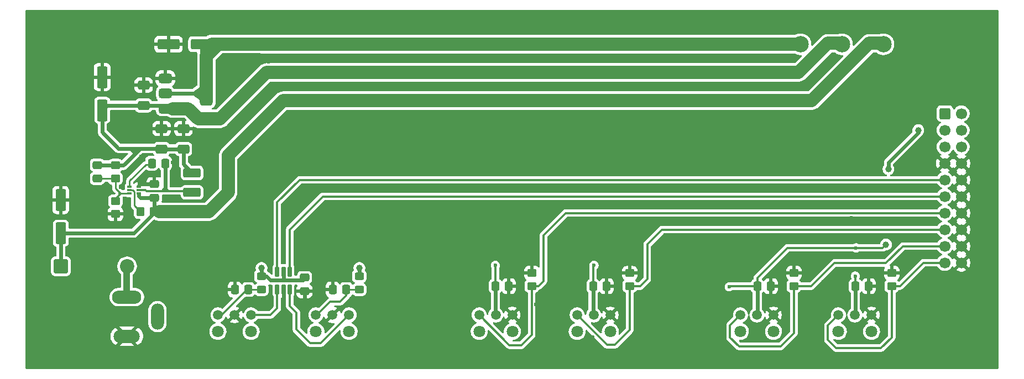
<source format=gtl>
G04 #@! TF.GenerationSoftware,KiCad,Pcbnew,9.0.5*
G04 #@! TF.CreationDate,2025-10-23T02:30:17+02:00*
G04 #@! TF.ProjectId,supply-board,73757070-6c79-42d6-926f-6172642e6b69,1.0a*
G04 #@! TF.SameCoordinates,Original*
G04 #@! TF.FileFunction,Copper,L1,Top*
G04 #@! TF.FilePolarity,Positive*
%FSLAX46Y46*%
G04 Gerber Fmt 4.6, Leading zero omitted, Abs format (unit mm)*
G04 Created by KiCad (PCBNEW 9.0.5) date 2025-10-23 02:30:17*
%MOMM*%
%LPD*%
G01*
G04 APERTURE LIST*
G04 Aperture macros list*
%AMRoundRect*
0 Rectangle with rounded corners*
0 $1 Rounding radius*
0 $2 $3 $4 $5 $6 $7 $8 $9 X,Y pos of 4 corners*
0 Add a 4 corners polygon primitive as box body*
4,1,4,$2,$3,$4,$5,$6,$7,$8,$9,$2,$3,0*
0 Add four circle primitives for the rounded corners*
1,1,$1+$1,$2,$3*
1,1,$1+$1,$4,$5*
1,1,$1+$1,$6,$7*
1,1,$1+$1,$8,$9*
0 Add four rect primitives between the rounded corners*
20,1,$1+$1,$2,$3,$4,$5,0*
20,1,$1+$1,$4,$5,$6,$7,0*
20,1,$1+$1,$6,$7,$8,$9,0*
20,1,$1+$1,$8,$9,$2,$3,0*%
G04 Aperture macros list end*
G04 #@! TA.AperFunction,SMDPad,CuDef*
%ADD10RoundRect,0.250000X-0.337500X-0.475000X0.337500X-0.475000X0.337500X0.475000X-0.337500X0.475000X0*%
G04 #@! TD*
G04 #@! TA.AperFunction,ComponentPad*
%ADD11C,6.400000*%
G04 #@! TD*
G04 #@! TA.AperFunction,ComponentPad*
%ADD12C,1.500000*%
G04 #@! TD*
G04 #@! TA.AperFunction,ComponentPad*
%ADD13C,1.800000*%
G04 #@! TD*
G04 #@! TA.AperFunction,SMDPad,CuDef*
%ADD14RoundRect,0.250000X0.550000X-1.412500X0.550000X1.412500X-0.550000X1.412500X-0.550000X-1.412500X0*%
G04 #@! TD*
G04 #@! TA.AperFunction,SMDPad,CuDef*
%ADD15RoundRect,0.250000X0.475000X-0.337500X0.475000X0.337500X-0.475000X0.337500X-0.475000X-0.337500X0*%
G04 #@! TD*
G04 #@! TA.AperFunction,SMDPad,CuDef*
%ADD16RoundRect,0.250000X0.337500X0.475000X-0.337500X0.475000X-0.337500X-0.475000X0.337500X-0.475000X0*%
G04 #@! TD*
G04 #@! TA.AperFunction,SMDPad,CuDef*
%ADD17RoundRect,0.250000X-0.475000X0.337500X-0.475000X-0.337500X0.475000X-0.337500X0.475000X0.337500X0*%
G04 #@! TD*
G04 #@! TA.AperFunction,SMDPad,CuDef*
%ADD18RoundRect,0.250000X-0.450000X0.325000X-0.450000X-0.325000X0.450000X-0.325000X0.450000X0.325000X0*%
G04 #@! TD*
G04 #@! TA.AperFunction,SMDPad,CuDef*
%ADD19RoundRect,0.087500X0.250000X0.087500X-0.250000X0.087500X-0.250000X-0.087500X0.250000X-0.087500X0*%
G04 #@! TD*
G04 #@! TA.AperFunction,SMDPad,CuDef*
%ADD20RoundRect,0.250000X0.650000X-0.412500X0.650000X0.412500X-0.650000X0.412500X-0.650000X-0.412500X0*%
G04 #@! TD*
G04 #@! TA.AperFunction,SMDPad,CuDef*
%ADD21RoundRect,0.250000X-0.450000X0.350000X-0.450000X-0.350000X0.450000X-0.350000X0.450000X0.350000X0*%
G04 #@! TD*
G04 #@! TA.AperFunction,SMDPad,CuDef*
%ADD22RoundRect,0.250001X1.074999X-0.462499X1.074999X0.462499X-1.074999X0.462499X-1.074999X-0.462499X0*%
G04 #@! TD*
G04 #@! TA.AperFunction,SMDPad,CuDef*
%ADD23RoundRect,0.250000X0.450000X-0.350000X0.450000X0.350000X-0.450000X0.350000X-0.450000X-0.350000X0*%
G04 #@! TD*
G04 #@! TA.AperFunction,SMDPad,CuDef*
%ADD24C,2.500000*%
G04 #@! TD*
G04 #@! TA.AperFunction,SMDPad,CuDef*
%ADD25RoundRect,0.375000X-0.625000X-0.375000X0.625000X-0.375000X0.625000X0.375000X-0.625000X0.375000X0*%
G04 #@! TD*
G04 #@! TA.AperFunction,SMDPad,CuDef*
%ADD26RoundRect,0.500000X-0.500000X-1.400000X0.500000X-1.400000X0.500000X1.400000X-0.500000X1.400000X0*%
G04 #@! TD*
G04 #@! TA.AperFunction,SMDPad,CuDef*
%ADD27RoundRect,0.250000X0.350000X0.450000X-0.350000X0.450000X-0.350000X-0.450000X0.350000X-0.450000X0*%
G04 #@! TD*
G04 #@! TA.AperFunction,SMDPad,CuDef*
%ADD28RoundRect,0.162500X0.162500X-0.617500X0.162500X0.617500X-0.162500X0.617500X-0.162500X-0.617500X0*%
G04 #@! TD*
G04 #@! TA.AperFunction,ComponentPad*
%ADD29RoundRect,1.000000X1.250000X0.000010X-1.250000X0.000010X-1.250000X-0.000010X1.250000X-0.000010X0*%
G04 #@! TD*
G04 #@! TA.AperFunction,ComponentPad*
%ADD30RoundRect,1.000000X1.000000X0.000010X-1.000000X0.000010X-1.000000X-0.000010X1.000000X-0.000010X0*%
G04 #@! TD*
G04 #@! TA.AperFunction,ComponentPad*
%ADD31RoundRect,1.000000X0.000010X1.000000X-0.000010X1.000000X-0.000010X-1.000000X0.000010X-1.000000X0*%
G04 #@! TD*
G04 #@! TA.AperFunction,SMDPad,CuDef*
%ADD32RoundRect,0.250000X1.412500X0.550000X-1.412500X0.550000X-1.412500X-0.550000X1.412500X-0.550000X0*%
G04 #@! TD*
G04 #@! TA.AperFunction,ComponentPad*
%ADD33RoundRect,0.250000X-0.600000X-0.600000X0.600000X-0.600000X0.600000X0.600000X-0.600000X0.600000X0*%
G04 #@! TD*
G04 #@! TA.AperFunction,ComponentPad*
%ADD34C,1.700000*%
G04 #@! TD*
G04 #@! TA.AperFunction,ComponentPad*
%ADD35RoundRect,0.249999X-0.850001X-0.850001X0.850001X-0.850001X0.850001X0.850001X-0.850001X0.850001X0*%
G04 #@! TD*
G04 #@! TA.AperFunction,ComponentPad*
%ADD36C,2.200000*%
G04 #@! TD*
G04 #@! TA.AperFunction,ViaPad*
%ADD37C,0.600000*%
G04 #@! TD*
G04 #@! TA.AperFunction,ViaPad*
%ADD38C,0.800000*%
G04 #@! TD*
G04 #@! TA.AperFunction,ViaPad*
%ADD39C,1.000000*%
G04 #@! TD*
G04 #@! TA.AperFunction,Conductor*
%ADD40C,0.350000*%
G04 #@! TD*
G04 #@! TA.AperFunction,Conductor*
%ADD41C,1.000000*%
G04 #@! TD*
G04 #@! TA.AperFunction,Conductor*
%ADD42C,0.600000*%
G04 #@! TD*
G04 #@! TA.AperFunction,Conductor*
%ADD43C,2.000000*%
G04 #@! TD*
G04 #@! TA.AperFunction,Conductor*
%ADD44C,0.250000*%
G04 #@! TD*
G04 APERTURE END LIST*
D10*
X164252000Y-105352400D03*
X166327000Y-105352400D03*
D11*
X181198000Y-68516400D03*
D12*
X66658000Y-109756400D03*
X69198000Y-109756400D03*
X71738000Y-109756400D03*
D13*
X71738000Y-112276400D03*
X66658000Y-112276400D03*
D14*
X42586000Y-97221900D03*
X42586000Y-92146900D03*
D11*
X181198000Y-112516400D03*
D10*
X109134000Y-105352400D03*
X111209000Y-105352400D03*
D15*
X56929000Y-91792900D03*
X56929000Y-89717900D03*
D16*
X86295500Y-105860400D03*
X84220500Y-105860400D03*
D17*
X79919000Y-104024900D03*
X79919000Y-106099900D03*
D18*
X88306000Y-103828400D03*
X88306000Y-105878400D03*
D19*
X54544000Y-91120400D03*
X54544000Y-90620400D03*
X54544000Y-90120400D03*
X53119000Y-90120400D03*
X53119000Y-90620400D03*
X53119000Y-91120400D03*
D11*
X43198000Y-112516400D03*
D17*
X48166000Y-86775400D03*
X48166000Y-88850400D03*
D20*
X61374000Y-84316900D03*
X61374000Y-81191900D03*
D21*
X50960000Y-86834400D03*
X50960000Y-88834400D03*
D22*
X62690000Y-90972900D03*
X62690000Y-87997900D03*
D23*
X114722000Y-105336400D03*
X114722000Y-103336400D03*
D12*
X121658000Y-109756400D03*
X124198000Y-109756400D03*
X126738000Y-109756400D03*
D13*
X126738000Y-112276400D03*
X121658000Y-112276400D03*
D20*
X55286000Y-77666400D03*
X55286000Y-74541400D03*
D12*
X161658000Y-109756400D03*
X164198000Y-109756400D03*
X166738000Y-109756400D03*
D13*
X166738000Y-112276400D03*
X161658000Y-112276400D03*
D14*
X48936000Y-78387400D03*
X48936000Y-73312400D03*
D12*
X106658000Y-109756400D03*
X109198000Y-109756400D03*
X111738000Y-109756400D03*
D13*
X111738000Y-112276400D03*
X106658000Y-112276400D03*
D10*
X124098500Y-105352400D03*
X126173500Y-105352400D03*
D24*
X155870000Y-68268400D03*
X162220000Y-68268400D03*
D25*
X58588000Y-73535900D03*
X58588000Y-75835900D03*
D26*
X64888000Y-75835900D03*
D25*
X58588000Y-78135900D03*
D16*
X58601500Y-86516400D03*
X56526500Y-86516400D03*
D23*
X129708000Y-105352400D03*
X129708000Y-103352400D03*
D27*
X56786000Y-93930400D03*
X54786000Y-93930400D03*
D24*
X168570000Y-68268400D03*
D28*
X75733000Y-105824400D03*
X76683000Y-105824400D03*
X77633000Y-105824400D03*
X77633000Y-103124400D03*
X76683000Y-103124400D03*
X75733000Y-103124400D03*
D29*
X52698000Y-107016400D03*
D30*
X52698000Y-113016400D03*
D31*
X57398000Y-110016400D03*
D12*
X146658000Y-109756400D03*
X149198000Y-109756400D03*
X151738000Y-109756400D03*
D13*
X151738000Y-112276400D03*
X146658000Y-112276400D03*
D12*
X81658000Y-109756400D03*
X84198000Y-109756400D03*
X86738000Y-109756400D03*
D13*
X86738000Y-112276400D03*
X81658000Y-112276400D03*
D32*
X64171000Y-68268400D03*
X59096000Y-68268400D03*
D10*
X149244500Y-105352400D03*
X151319500Y-105352400D03*
D33*
X177963000Y-78900400D03*
D34*
X180503000Y-78900400D03*
X177963000Y-81440400D03*
X180503000Y-81440400D03*
X177963000Y-83980400D03*
X180503000Y-83980400D03*
X177963000Y-86520400D03*
X180503000Y-86520400D03*
X177963000Y-89060400D03*
X180503000Y-89060400D03*
X177963000Y-91600400D03*
X180503000Y-91600400D03*
X177963000Y-94140400D03*
X180503000Y-94140400D03*
X177963000Y-96680400D03*
X180503000Y-96680400D03*
X177963000Y-99220400D03*
X180503000Y-99220400D03*
X177963000Y-101760400D03*
X180503000Y-101760400D03*
D16*
X71309500Y-105860400D03*
X69234500Y-105860400D03*
D35*
X42586000Y-102304400D03*
D36*
X52746000Y-102304400D03*
D20*
X58024000Y-84316900D03*
X58024000Y-81191900D03*
D11*
X43198000Y-68516400D03*
D23*
X169840000Y-105336400D03*
X169840000Y-103336400D03*
X154854000Y-105336400D03*
X154854000Y-103336400D03*
D21*
X50960000Y-92295400D03*
X50960000Y-94295400D03*
D18*
X73320000Y-103828400D03*
X73320000Y-105878400D03*
D37*
X164125000Y-81476400D03*
X74712000Y-112047400D03*
X74590000Y-81984400D03*
X63820400Y-81527200D03*
X170470000Y-90711400D03*
X98715000Y-111158400D03*
X62347200Y-107587600D03*
X40909600Y-98951600D03*
X138847000Y-102395400D03*
X85512000Y-99967600D03*
X151348800Y-87420000D03*
X159802000Y-100871400D03*
X42941600Y-104641200D03*
X113045600Y-94227200D03*
X155230000Y-100617400D03*
X170597000Y-88044400D03*
X173645000Y-95156400D03*
X146594000Y-103665400D03*
X89576000Y-66363400D03*
X171359000Y-107221400D03*
X72050000Y-70046400D03*
D38*
X179233000Y-75852400D03*
D37*
X81690000Y-70516400D03*
X152944000Y-106713400D03*
X170851000Y-109634400D03*
X143322400Y-102761600D03*
X72177000Y-91382400D03*
X177074000Y-76233400D03*
X109032400Y-113785200D03*
X156378000Y-112718400D03*
X133767000Y-103030400D03*
X150023000Y-111539400D03*
X68997000Y-113444400D03*
X163358000Y-100744400D03*
X163993000Y-87663400D03*
X52390400Y-82898800D03*
X70140000Y-111285400D03*
X120940000Y-108110400D03*
X170343000Y-92616400D03*
X124877000Y-111539400D03*
X133005000Y-105951400D03*
X89576000Y-70046400D03*
X144562000Y-106459400D03*
X73218400Y-66541200D03*
D39*
X88306000Y-68268400D03*
X153579000Y-68268400D03*
D37*
X157897000Y-103538400D03*
X72177000Y-77666400D03*
X117973200Y-101237600D03*
X72050000Y-71824400D03*
D39*
X88306000Y-102558400D03*
X73320000Y-68268400D03*
X73320000Y-102558400D03*
D37*
X163993000Y-92870400D03*
D39*
X166406000Y-68105400D03*
D37*
X151039000Y-106840400D03*
X90460000Y-99728400D03*
X112558000Y-103411400D03*
X60721600Y-98240400D03*
X164125000Y-83889400D03*
X74590000Y-75507400D03*
X44364000Y-95903600D03*
X96556000Y-108999400D03*
X53203200Y-78682400D03*
X146218000Y-64966400D03*
X87158000Y-90330400D03*
D39*
X76998000Y-109253400D03*
D37*
X156246000Y-109761400D03*
X138090000Y-107943200D03*
X129555600Y-86048400D03*
X168565000Y-110777400D03*
X134483200Y-104387200D03*
X78141000Y-91346400D03*
X87163000Y-74364400D03*
X55413000Y-89717900D03*
X140117000Y-103919400D03*
X172883000Y-77503400D03*
X89449000Y-75126400D03*
X145557600Y-93312800D03*
X102733200Y-64915600D03*
X89449000Y-81857400D03*
X122972000Y-102903400D03*
X172121000Y-82075400D03*
X93538400Y-107130400D03*
X77633000Y-110650400D03*
X50663200Y-81425600D03*
X61382000Y-89502800D03*
X168057000Y-95410400D03*
X176058000Y-86266400D03*
X138690000Y-70516400D03*
X80300000Y-102649400D03*
X163693200Y-94887600D03*
X50409200Y-67760400D03*
X69690000Y-72516400D03*
X110399000Y-100617400D03*
X168946000Y-84107400D03*
X74463000Y-70935400D03*
X99329600Y-87674000D03*
X141260000Y-106205400D03*
X89444000Y-88044400D03*
X67884400Y-65169600D03*
X128433000Y-100998400D03*
X59705600Y-86404000D03*
X74458000Y-107221400D03*
X125131000Y-102903400D03*
X155819200Y-90010800D03*
X105192000Y-106078400D03*
X163794800Y-97580000D03*
X79771600Y-97173600D03*
X150658000Y-108872400D03*
X124018400Y-113124800D03*
X124018400Y-65169600D03*
X62012000Y-70518400D03*
X56657600Y-79342800D03*
X78690000Y-108016400D03*
D39*
X79919000Y-108237400D03*
D37*
X166406000Y-100617400D03*
X89576000Y-70808400D03*
X44872000Y-90671200D03*
X87031000Y-92743400D03*
X171994000Y-97950400D03*
X79919000Y-111412400D03*
X175423000Y-89949400D03*
X54879600Y-85438800D03*
X72431000Y-83635400D03*
X117668400Y-109162400D03*
X124750000Y-100363400D03*
X87163000Y-70046400D03*
X141747600Y-86708800D03*
X89449000Y-74364400D03*
X176312000Y-102903400D03*
X168057000Y-97823400D03*
X152182000Y-103919400D03*
X115606000Y-101125400D03*
X168819000Y-100490400D03*
X167168000Y-102776400D03*
D38*
X172248000Y-86520400D03*
D37*
X96690000Y-70516400D03*
X135545000Y-101252400D03*
X109690000Y-70516400D03*
X44618000Y-98545200D03*
X167930000Y-88044400D03*
X175677000Y-98077400D03*
X105628800Y-86200800D03*
X156754000Y-102141400D03*
X89525200Y-112413600D03*
X87158000Y-88044400D03*
X166660000Y-81567400D03*
X112812000Y-106586400D03*
X91603000Y-102903400D03*
X173650000Y-110026000D03*
X42230400Y-79139600D03*
X51780800Y-90214000D03*
X79665000Y-93378400D03*
X80173000Y-88171400D03*
X150690000Y-70516400D03*
X139563200Y-113226400D03*
X143292000Y-104427400D03*
X46904000Y-107079600D03*
X105273200Y-100120000D03*
X74336000Y-89731400D03*
X87163000Y-66490400D03*
X89449000Y-78682400D03*
X97572000Y-104173400D03*
X153706000Y-110523400D03*
X170470000Y-97696400D03*
X170343000Y-101760400D03*
X110145000Y-102903400D03*
X111415000Y-103665400D03*
X170343000Y-95283400D03*
X168057000Y-92870400D03*
X89444000Y-90330400D03*
X168057000Y-90330400D03*
X53757000Y-87028400D03*
X81189000Y-94521400D03*
X72431000Y-94049400D03*
X51171200Y-76548800D03*
X49139200Y-83711600D03*
X117511000Y-103157400D03*
X87163000Y-78682400D03*
X63109200Y-74415200D03*
X128179000Y-108110400D03*
X87163000Y-75126400D03*
X50256800Y-85489600D03*
X145832000Y-104427400D03*
X113447000Y-100871400D03*
X130719000Y-101125400D03*
X40249200Y-86200800D03*
X82260800Y-115563200D03*
X45786400Y-82644800D03*
X132044800Y-113277200D03*
X100620000Y-108110400D03*
X148880000Y-95664400D03*
X87163000Y-70808400D03*
X89449000Y-83762400D03*
X115352000Y-108110400D03*
X95773600Y-99561200D03*
X56759200Y-72840400D03*
X166025000Y-98331400D03*
X48631200Y-90112400D03*
X121702000Y-101125400D03*
X107732000Y-102268400D03*
X50053600Y-90620400D03*
X165136000Y-112555400D03*
X137323000Y-104046400D03*
X74844000Y-101644000D03*
X127925000Y-103030400D03*
X74463000Y-92398400D03*
X138212000Y-105443400D03*
X157643000Y-95537400D03*
X87163000Y-83762400D03*
X124690000Y-70516400D03*
X89571000Y-92743400D03*
X175377200Y-69436800D03*
X175169000Y-100363400D03*
X170216000Y-99220400D03*
X153071000Y-105189400D03*
D39*
X168946000Y-98966400D03*
X169327000Y-87409400D03*
D37*
X144943000Y-105443400D03*
D39*
X160437000Y-68105400D03*
D37*
X159324400Y-104692000D03*
X67092000Y-70645400D03*
X133640000Y-100871400D03*
X109129000Y-102141400D03*
X164374000Y-99474400D03*
X71897600Y-101694800D03*
X139868000Y-99205600D03*
X123815200Y-92957200D03*
X170470000Y-89949400D03*
X59858000Y-115309200D03*
D39*
X173899000Y-81440400D03*
D37*
X124242000Y-102141400D03*
X75301200Y-114699600D03*
X87163000Y-81857400D03*
X164247000Y-103792400D03*
D40*
X78649000Y-111920400D02*
X80808000Y-114079400D01*
X80808000Y-114079400D02*
X82415000Y-114079400D01*
X74712000Y-109761400D02*
X74707000Y-109756400D01*
X75733000Y-105824400D02*
X75733000Y-108740400D01*
X82415000Y-114079400D02*
X86738000Y-109756400D01*
D41*
X52698000Y-102352400D02*
X52746000Y-102304400D01*
D40*
X58601500Y-90733900D02*
X58601500Y-90120400D01*
X78649000Y-109380400D02*
X78649000Y-111920400D01*
X77633000Y-105824400D02*
X77633000Y-108364400D01*
X74707000Y-109756400D02*
X71738000Y-109756400D01*
X75733000Y-108740400D02*
X74712000Y-109761400D01*
X77633000Y-108364400D02*
X78649000Y-109380400D01*
D41*
X52698000Y-107016400D02*
X52698000Y-102352400D01*
D40*
X58601500Y-90268900D02*
X59088000Y-90755400D01*
X58580000Y-90755400D02*
X59088000Y-90755400D01*
X58601500Y-90225900D02*
X58072000Y-90755400D01*
X58580000Y-90755400D02*
X58601500Y-90733900D01*
X62472500Y-90755400D02*
X62690000Y-90972900D01*
X58601500Y-90120400D02*
X58601500Y-90225900D01*
X55564659Y-90620400D02*
X55699659Y-90755400D01*
X58601500Y-90225900D02*
X58601500Y-90268900D01*
X59088000Y-90755400D02*
X62472500Y-90755400D01*
X58072000Y-90755400D02*
X58580000Y-90755400D01*
X55699659Y-90755400D02*
X58072000Y-90755400D01*
D42*
X58601500Y-86516400D02*
X58601500Y-90268900D01*
D40*
X54544000Y-90620400D02*
X55564659Y-90620400D01*
D43*
X65276000Y-93930400D02*
X57650000Y-93930400D01*
D42*
X56786000Y-93930400D02*
X56794000Y-93922400D01*
X64171000Y-70563400D02*
X64171000Y-68268400D01*
X64888000Y-71280400D02*
X64171000Y-70563400D01*
D43*
X64888000Y-70010400D02*
X64933000Y-70010400D01*
D44*
X53119000Y-89190400D02*
X55596500Y-86712900D01*
D42*
X54776500Y-91792900D02*
X54544000Y-91560400D01*
D43*
X166406000Y-68105400D02*
X157607000Y-76904400D01*
D42*
X73320000Y-103828400D02*
X74113000Y-103828400D01*
X76683000Y-103124400D02*
X76683000Y-104427400D01*
X53764500Y-97221900D02*
X42586000Y-97221900D01*
D43*
X66711000Y-68232400D02*
X73284000Y-68232400D01*
X64888000Y-71280400D02*
X64888000Y-70010400D01*
X88306000Y-68268400D02*
X153579000Y-68268400D01*
D42*
X79643500Y-104427400D02*
X80046000Y-104024900D01*
X56929000Y-93930400D02*
X56929000Y-91792900D01*
D43*
X65695000Y-68232400D02*
X66711000Y-68232400D01*
X64933000Y-70010400D02*
X66711000Y-68232400D01*
X166406000Y-68105400D02*
X168407000Y-68105400D01*
X73284000Y-68232400D02*
X73320000Y-68268400D01*
D41*
X65659000Y-68268400D02*
X64171000Y-68268400D01*
D42*
X74113000Y-103828400D02*
X74712000Y-104427400D01*
X88306000Y-103828400D02*
X88306000Y-102558400D01*
D43*
X64888000Y-75835900D02*
X64888000Y-71280400D01*
D42*
X73320000Y-103828400D02*
X73320000Y-102558400D01*
D44*
X53119000Y-90120400D02*
X53119000Y-89190400D01*
D41*
X65695000Y-68232400D02*
X65659000Y-68268400D01*
D42*
X76683000Y-104427400D02*
X77760000Y-104427400D01*
D43*
X68240000Y-90966400D02*
X65276000Y-93930400D01*
D44*
X55596500Y-86712900D02*
X56526500Y-86712900D01*
D42*
X42586000Y-102304400D02*
X42586000Y-97221900D01*
D41*
X57650000Y-93930400D02*
X56786000Y-93930400D01*
D42*
X58588000Y-75835900D02*
X64888000Y-75835900D01*
X74712000Y-104427400D02*
X79643500Y-104427400D01*
D43*
X153579000Y-68268400D02*
X155870000Y-68268400D01*
X73320000Y-68268400D02*
X88306000Y-68268400D01*
X157607000Y-76904400D02*
X76622000Y-76904400D01*
D42*
X56786000Y-93930400D02*
X56786000Y-94200400D01*
D44*
X51468000Y-91390400D02*
X50960000Y-91898400D01*
X51484000Y-90866400D02*
X51468000Y-90882400D01*
X51468000Y-90882400D02*
X51468000Y-91390400D01*
X48166000Y-88850400D02*
X50944000Y-88850400D01*
D42*
X54008000Y-84999400D02*
X52173000Y-86834400D01*
D40*
X149244500Y-104062900D02*
X149244500Y-105352400D01*
D42*
X61374000Y-86681900D02*
X62690000Y-87997900D01*
D40*
X164374000Y-99474400D02*
X153833000Y-99474400D01*
D42*
X164252000Y-109702400D02*
X164198000Y-109756400D01*
D43*
X168407000Y-68105400D02*
X168570000Y-68268400D01*
D42*
X54544000Y-91560400D02*
X54544000Y-91246400D01*
D40*
X145034000Y-105352400D02*
X144943000Y-105443400D01*
D44*
X51738000Y-91120400D02*
X51468000Y-91390400D01*
D43*
X160056000Y-68105400D02*
X155575000Y-72586400D01*
D42*
X54014000Y-84987400D02*
X54773000Y-84228400D01*
D40*
X124098500Y-105352400D02*
X124098500Y-102284900D01*
D43*
X76622000Y-76904400D02*
X68240000Y-85286400D01*
D44*
X50944000Y-88850400D02*
X50960000Y-88834400D01*
X53119000Y-91120400D02*
X51738000Y-91120400D01*
D42*
X58118500Y-77666400D02*
X58588000Y-78135900D01*
D43*
X155575000Y-72586400D02*
X74082000Y-72586400D01*
X62105500Y-78135900D02*
X59726000Y-78135900D01*
D42*
X55413000Y-89717900D02*
X54770500Y-89717900D01*
D43*
X74082000Y-72586400D02*
X66970000Y-79698400D01*
D42*
X56929000Y-89717900D02*
X55413000Y-89717900D01*
D44*
X50960000Y-91898400D02*
X50960000Y-92295400D01*
X51484000Y-90866400D02*
X51738000Y-91120400D01*
X50960000Y-88834400D02*
X50960000Y-90342400D01*
D42*
X50901000Y-86775400D02*
X50960000Y-86834400D01*
D40*
X109134000Y-105352400D02*
X109134000Y-102146400D01*
X164247000Y-105347400D02*
X164252000Y-105352400D01*
D42*
X164252000Y-105352400D02*
X164252000Y-109702400D01*
D43*
X66970000Y-79698400D02*
X63668000Y-79698400D01*
D42*
X149244500Y-105352400D02*
X149244500Y-109709900D01*
D40*
X124098500Y-102284900D02*
X124242000Y-102141400D01*
D42*
X56786000Y-94200400D02*
X53764500Y-97221900D01*
D43*
X68240000Y-85286400D02*
X68240000Y-90966400D01*
D42*
X76683000Y-108938400D02*
X76683000Y-105824400D01*
D44*
X50960000Y-90342400D02*
X51484000Y-90866400D01*
D42*
X56929000Y-91792900D02*
X54776500Y-91792900D01*
X79919000Y-106099900D02*
X79919000Y-108237400D01*
X76998000Y-109253400D02*
X76683000Y-108938400D01*
X54770500Y-89717900D02*
X54544000Y-89944400D01*
X59726000Y-78135900D02*
X58588000Y-78135900D01*
X169327000Y-87409400D02*
X169327000Y-86393400D01*
X57935500Y-84228400D02*
X58024000Y-84316900D01*
D40*
X109134000Y-102146400D02*
X109129000Y-102141400D01*
D42*
X51434000Y-84228400D02*
X48936000Y-81730400D01*
X54008000Y-84228400D02*
X53249000Y-84228400D01*
X169327000Y-86393400D02*
X173899000Y-81821400D01*
D40*
X168438000Y-99474400D02*
X164374000Y-99474400D01*
X164247000Y-103792400D02*
X164247000Y-105347400D01*
D42*
X61374000Y-84278400D02*
X61374000Y-86681900D01*
X124098500Y-109656900D02*
X124198000Y-109756400D01*
X54008000Y-84228400D02*
X54773000Y-84228400D01*
X54008000Y-84999400D02*
X54008000Y-84987400D01*
X173899000Y-81821400D02*
X173899000Y-81440400D01*
D43*
X160437000Y-68105400D02*
X160056000Y-68105400D01*
D42*
X49695500Y-77627900D02*
X54993500Y-77627900D01*
D40*
X153833000Y-99474400D02*
X149244500Y-104062900D01*
D42*
X54008000Y-84228400D02*
X54008000Y-84999400D01*
D43*
X63668000Y-79698400D02*
X62105500Y-78135900D01*
D40*
X168946000Y-98966400D02*
X168438000Y-99474400D01*
D42*
X58024000Y-84316900D02*
X61374000Y-84316900D01*
X52173000Y-86834400D02*
X50960000Y-86834400D01*
X55032000Y-77666400D02*
X58118500Y-77666400D01*
D43*
X160437000Y-68105400D02*
X162057000Y-68105400D01*
D42*
X124098500Y-105352400D02*
X124098500Y-109656900D01*
X54008000Y-84987400D02*
X54014000Y-84987400D01*
D43*
X162057000Y-68105400D02*
X162220000Y-68268400D01*
D42*
X54993500Y-77627900D02*
X55032000Y-77666400D01*
X54773000Y-84228400D02*
X57935500Y-84228400D01*
X48936000Y-78387400D02*
X49695500Y-77627900D01*
X54008000Y-84987400D02*
X53249000Y-84228400D01*
X48936000Y-81730400D02*
X48936000Y-79151900D01*
X149244500Y-109709900D02*
X149198000Y-109756400D01*
X53249000Y-84228400D02*
X51434000Y-84228400D01*
D40*
X149244500Y-105352400D02*
X145034000Y-105352400D01*
D42*
X109134000Y-109692400D02*
X109198000Y-109756400D01*
X109134000Y-105475400D02*
X109134000Y-109692400D01*
X48166000Y-86775400D02*
X50901000Y-86775400D01*
D44*
X53833704Y-90873989D02*
X53580115Y-90620400D01*
X54786000Y-93930400D02*
X53833704Y-92978104D01*
X53580115Y-90620400D02*
X53119000Y-90620400D01*
X53833704Y-92978104D02*
X53833704Y-90873989D01*
D40*
X161658000Y-109756400D02*
X160056000Y-111358400D01*
X83856000Y-107729400D02*
X85380000Y-107729400D01*
X85380000Y-107729400D02*
X86295500Y-106813900D01*
X134656000Y-96680400D02*
X177963000Y-96680400D01*
X146467000Y-114587400D02*
X152817000Y-114587400D01*
D44*
X88288000Y-105860400D02*
X88306000Y-105878400D01*
D40*
X131318000Y-105352400D02*
X132399000Y-104271400D01*
X126235000Y-114333400D02*
X127417000Y-114333400D01*
X169840000Y-105336400D02*
X171085000Y-105336400D01*
X81829000Y-109756400D02*
X83856000Y-107729400D01*
X154854000Y-108740400D02*
X154854000Y-105336400D01*
X160056000Y-111358400D02*
X160056000Y-113571400D01*
X171522000Y-99220400D02*
X168946000Y-101796400D01*
X132399000Y-98937400D02*
X134656000Y-96680400D01*
X174661000Y-101760400D02*
X177963000Y-101760400D01*
X157496000Y-105336400D02*
X154854000Y-105336400D01*
X154849000Y-108745400D02*
X154854000Y-108740400D01*
X77633000Y-103124400D02*
X77633000Y-96680400D01*
X145070000Y-111344400D02*
X145070000Y-113190400D01*
X82713000Y-91600400D02*
X177963000Y-91600400D01*
X171085000Y-105336400D02*
X174661000Y-101760400D01*
X129708000Y-112042400D02*
X129708000Y-105352400D01*
X160056000Y-113571400D02*
X161326000Y-114841400D01*
X177963000Y-99220400D02*
X171522000Y-99220400D01*
X81658000Y-109756400D02*
X81829000Y-109756400D01*
X127417000Y-114333400D02*
X129708000Y-112042400D01*
D44*
X86295500Y-105860400D02*
X88288000Y-105860400D01*
D40*
X146658000Y-109756400D02*
X145070000Y-111344400D01*
X129708000Y-105352400D02*
X131318000Y-105352400D01*
X152817000Y-114587400D02*
X154849000Y-112555400D01*
X86295500Y-106813900D02*
X86295500Y-105860400D01*
X161326000Y-114841400D02*
X168184000Y-114841400D01*
X77633000Y-96680400D02*
X82713000Y-91600400D01*
X168184000Y-114841400D02*
X169840000Y-113185400D01*
X132399000Y-104271400D02*
X132399000Y-98937400D01*
X161036000Y-101796400D02*
X157496000Y-105336400D01*
X169840000Y-113185400D02*
X169840000Y-105336400D01*
X154849000Y-112555400D02*
X154849000Y-108745400D01*
X121658000Y-109756400D02*
X126235000Y-114333400D01*
X79146000Y-89060400D02*
X75733000Y-92473400D01*
X115713000Y-105336400D02*
X116495000Y-104554400D01*
X119924000Y-94140400D02*
X177963000Y-94140400D01*
X168946000Y-101796400D02*
X161036000Y-101796400D01*
X114722000Y-105336400D02*
X115713000Y-105336400D01*
X177963000Y-89060400D02*
X79146000Y-89060400D01*
X116495000Y-97569400D02*
X119924000Y-94140400D01*
X71120000Y-105860400D02*
X67224000Y-109756400D01*
X67224000Y-109756400D02*
X66658000Y-109756400D01*
X71309500Y-105860400D02*
X71120000Y-105860400D01*
X145070000Y-113190400D02*
X146467000Y-114587400D01*
X114722000Y-105336400D02*
X114696000Y-105362400D01*
X114696000Y-105362400D02*
X114696000Y-112830400D01*
X106658000Y-109756400D02*
X111292800Y-114391200D01*
X116495000Y-104554400D02*
X116495000Y-97569400D01*
X111292800Y-114391200D02*
X113135200Y-114391200D01*
X114696000Y-112830400D02*
X113135200Y-114391200D01*
D44*
X73320000Y-105878400D02*
X71327500Y-105878400D01*
X71327500Y-105878400D02*
X71309500Y-105860400D01*
D40*
X75733000Y-92473400D02*
X75733000Y-103124400D01*
G04 #@! TA.AperFunction,Conductor*
G36*
X111338000Y-109809061D02*
G01*
X111365259Y-109910794D01*
X111417920Y-110002006D01*
X111492394Y-110076480D01*
X111583606Y-110129141D01*
X111685339Y-110156400D01*
X111691553Y-110156400D01*
X111047873Y-110800077D01*
X111047873Y-110800078D01*
X111082858Y-110825496D01*
X111185071Y-110877576D01*
X111235867Y-110925551D01*
X111252662Y-110993372D01*
X111230125Y-111059506D01*
X111185071Y-111098546D01*
X111056386Y-111164115D01*
X110890786Y-111284428D01*
X110746028Y-111429186D01*
X110625715Y-111594786D01*
X110532781Y-111777176D01*
X110469522Y-111971865D01*
X110442609Y-112141791D01*
X110437500Y-112174048D01*
X110437500Y-112378752D01*
X110440195Y-112395765D01*
X110442400Y-112409688D01*
X110433444Y-112478981D01*
X110388446Y-112532433D01*
X110321695Y-112553071D01*
X110254381Y-112534345D01*
X110232245Y-112516765D01*
X108798253Y-111082773D01*
X108764768Y-111021450D01*
X108769752Y-110951758D01*
X108811624Y-110895825D01*
X108877088Y-110871408D01*
X108924258Y-110877163D01*
X108928591Y-110878571D01*
X109107449Y-110906900D01*
X109107454Y-110906900D01*
X109288551Y-110906900D01*
X109375259Y-110893165D01*
X109467409Y-110878571D01*
X109639639Y-110822611D01*
X109800994Y-110740396D01*
X109947501Y-110633953D01*
X110075553Y-110505901D01*
X110181996Y-110359394D01*
X110264211Y-110198039D01*
X110286597Y-110129141D01*
X110297759Y-110094788D01*
X110337196Y-110037112D01*
X110401554Y-110009913D01*
X110470401Y-110021827D01*
X110521877Y-110069071D01*
X110533621Y-110094786D01*
X110579581Y-110236237D01*
X110668905Y-110411545D01*
X110694319Y-110446525D01*
X110694320Y-110446525D01*
X111338000Y-109802845D01*
X111338000Y-109809061D01*
G37*
G04 #@! TD.AperFunction*
G04 #@! TA.AperFunction,Conductor*
G36*
X126338000Y-109809061D02*
G01*
X126365259Y-109910794D01*
X126417920Y-110002006D01*
X126492394Y-110076480D01*
X126583606Y-110129141D01*
X126685339Y-110156400D01*
X126691553Y-110156400D01*
X126047873Y-110800077D01*
X126047873Y-110800078D01*
X126082858Y-110825496D01*
X126185071Y-110877576D01*
X126235867Y-110925551D01*
X126252662Y-110993372D01*
X126230125Y-111059506D01*
X126185071Y-111098546D01*
X126056386Y-111164115D01*
X125890786Y-111284428D01*
X125746028Y-111429186D01*
X125625715Y-111594786D01*
X125532781Y-111777176D01*
X125469522Y-111971865D01*
X125442609Y-112141791D01*
X125437500Y-112174048D01*
X125437500Y-112378752D01*
X125440195Y-112395765D01*
X125442400Y-112409688D01*
X125433444Y-112478981D01*
X125388446Y-112532433D01*
X125321695Y-112553071D01*
X125254381Y-112534345D01*
X125232245Y-112516765D01*
X123798253Y-111082773D01*
X123764768Y-111021450D01*
X123769752Y-110951758D01*
X123811624Y-110895825D01*
X123877088Y-110871408D01*
X123924258Y-110877163D01*
X123928591Y-110878571D01*
X124107449Y-110906900D01*
X124107454Y-110906900D01*
X124288551Y-110906900D01*
X124375259Y-110893165D01*
X124467409Y-110878571D01*
X124639639Y-110822611D01*
X124800994Y-110740396D01*
X124947501Y-110633953D01*
X125075553Y-110505901D01*
X125181996Y-110359394D01*
X125264211Y-110198039D01*
X125286597Y-110129141D01*
X125297759Y-110094788D01*
X125337196Y-110037112D01*
X125401554Y-110009913D01*
X125470401Y-110021827D01*
X125521877Y-110069071D01*
X125533621Y-110094786D01*
X125579581Y-110236237D01*
X125668905Y-110411545D01*
X125694319Y-110446525D01*
X125694320Y-110446525D01*
X126338000Y-109802845D01*
X126338000Y-109809061D01*
G37*
G04 #@! TD.AperFunction*
G04 #@! TA.AperFunction,Conductor*
G36*
X83798000Y-109809061D02*
G01*
X83825259Y-109910794D01*
X83877920Y-110002006D01*
X83952394Y-110076480D01*
X84043606Y-110129141D01*
X84145339Y-110156400D01*
X84151553Y-110156400D01*
X83507873Y-110800077D01*
X83507873Y-110800078D01*
X83542858Y-110825496D01*
X83718164Y-110914818D01*
X83905294Y-110975621D01*
X84099618Y-111006400D01*
X84296381Y-111006400D01*
X84368270Y-110995013D01*
X84437563Y-111003967D01*
X84491016Y-111048963D01*
X84511656Y-111115714D01*
X84492932Y-111183028D01*
X84475350Y-111205167D01*
X83163754Y-112516764D01*
X83102431Y-112550249D01*
X83032739Y-112545265D01*
X82976806Y-112503393D01*
X82952389Y-112437929D01*
X82953600Y-112409688D01*
X82958500Y-112378752D01*
X82958500Y-112174048D01*
X82943994Y-112082461D01*
X82926477Y-111971865D01*
X82879739Y-111828021D01*
X82863220Y-111777181D01*
X82863218Y-111777178D01*
X82863218Y-111777176D01*
X82814155Y-111680886D01*
X82770287Y-111594790D01*
X82713334Y-111516400D01*
X82649971Y-111429186D01*
X82505213Y-111284428D01*
X82339613Y-111164115D01*
X82339612Y-111164114D01*
X82339610Y-111164113D01*
X82244622Y-111115714D01*
X82157224Y-111071182D01*
X82157221Y-111071181D01*
X82157219Y-111071180D01*
X82108316Y-111055290D01*
X82050642Y-111015852D01*
X82023445Y-110951493D01*
X82035360Y-110882647D01*
X82082605Y-110831172D01*
X82099201Y-110822792D01*
X82099628Y-110822614D01*
X82099639Y-110822611D01*
X82260994Y-110740396D01*
X82407501Y-110633953D01*
X82535553Y-110505901D01*
X82641996Y-110359394D01*
X82724211Y-110198039D01*
X82746597Y-110129141D01*
X82757759Y-110094788D01*
X82797196Y-110037112D01*
X82861554Y-110009913D01*
X82930401Y-110021827D01*
X82981877Y-110069071D01*
X82993621Y-110094786D01*
X83039581Y-110236237D01*
X83128905Y-110411545D01*
X83154319Y-110446525D01*
X83154320Y-110446525D01*
X83798000Y-109802845D01*
X83798000Y-109809061D01*
G37*
G04 #@! TD.AperFunction*
G04 #@! TA.AperFunction,Conductor*
G36*
X74506364Y-105100720D02*
G01*
X74643003Y-105127900D01*
X74643006Y-105127900D01*
X74643007Y-105127900D01*
X74883500Y-105127900D01*
X74950539Y-105147585D01*
X74996294Y-105200389D01*
X75007500Y-105251900D01*
X75007500Y-106478803D01*
X75021988Y-106588863D01*
X75021991Y-106588872D01*
X75078719Y-106725826D01*
X75078721Y-106725829D01*
X75131876Y-106795102D01*
X75157070Y-106860271D01*
X75157500Y-106870588D01*
X75157500Y-108450658D01*
X75137815Y-108517697D01*
X75121181Y-108538339D01*
X74514939Y-109144581D01*
X74453616Y-109178066D01*
X74427258Y-109180900D01*
X72805153Y-109180900D01*
X72738114Y-109161215D01*
X72704835Y-109129785D01*
X72615558Y-109006904D01*
X72487499Y-108878845D01*
X72487494Y-108878841D01*
X72340997Y-108772406D01*
X72340996Y-108772405D01*
X72340994Y-108772404D01*
X72264771Y-108733566D01*
X72179639Y-108690188D01*
X72179636Y-108690187D01*
X72007410Y-108634229D01*
X71828551Y-108605900D01*
X71828546Y-108605900D01*
X71647454Y-108605900D01*
X71647449Y-108605900D01*
X71468589Y-108634229D01*
X71296363Y-108690187D01*
X71296360Y-108690188D01*
X71135002Y-108772406D01*
X70988505Y-108878841D01*
X70988500Y-108878845D01*
X70860445Y-109006900D01*
X70860441Y-109006905D01*
X70754006Y-109153402D01*
X70671788Y-109314760D01*
X70671787Y-109314763D01*
X70638240Y-109418012D01*
X70598802Y-109475688D01*
X70534444Y-109502886D01*
X70465597Y-109490971D01*
X70414122Y-109443727D01*
X70402378Y-109418012D01*
X70356418Y-109276564D01*
X70267096Y-109101258D01*
X70241678Y-109066273D01*
X69598000Y-109709951D01*
X69598000Y-109703739D01*
X69570741Y-109602006D01*
X69518080Y-109510794D01*
X69443606Y-109436320D01*
X69352394Y-109383659D01*
X69250661Y-109356400D01*
X69244445Y-109356400D01*
X69888125Y-108712720D01*
X69888125Y-108712719D01*
X69853145Y-108687305D01*
X69677835Y-108597981D01*
X69506834Y-108542419D01*
X69449158Y-108502981D01*
X69421960Y-108438623D01*
X69433875Y-108369776D01*
X69457468Y-108336810D01*
X70775103Y-107019175D01*
X70836424Y-106985692D01*
X70872508Y-106983240D01*
X70906306Y-106985900D01*
X70906314Y-106985900D01*
X71712686Y-106985900D01*
X71712694Y-106985900D01*
X71749569Y-106982998D01*
X71749571Y-106982997D01*
X71749573Y-106982997D01*
X71794628Y-106969907D01*
X71907398Y-106937144D01*
X72048865Y-106853481D01*
X72165081Y-106737265D01*
X72202193Y-106674510D01*
X72253260Y-106626829D01*
X72322001Y-106614325D01*
X72386591Y-106640969D01*
X72396605Y-106649952D01*
X72468129Y-106721476D01*
X72468133Y-106721479D01*
X72468135Y-106721481D01*
X72609602Y-106805144D01*
X72651224Y-106817236D01*
X72767426Y-106850997D01*
X72767429Y-106850997D01*
X72767431Y-106850998D01*
X72804306Y-106853900D01*
X72804314Y-106853900D01*
X73835686Y-106853900D01*
X73835694Y-106853900D01*
X73872569Y-106850998D01*
X73872571Y-106850997D01*
X73872573Y-106850997D01*
X73950024Y-106828495D01*
X74030398Y-106805144D01*
X74171865Y-106721481D01*
X74288081Y-106605265D01*
X74371744Y-106463798D01*
X74414917Y-106315197D01*
X74417597Y-106305973D01*
X74417598Y-106305967D01*
X74420500Y-106269094D01*
X74420500Y-105487706D01*
X74417598Y-105450831D01*
X74415404Y-105443280D01*
X74371745Y-105293006D01*
X74371744Y-105293003D01*
X74371744Y-105293002D01*
X74365849Y-105283035D01*
X74348667Y-105215312D01*
X74370827Y-105149049D01*
X74425293Y-105105286D01*
X74494773Y-105097917D01*
X74506364Y-105100720D01*
G37*
G04 #@! TD.AperFunction*
G04 #@! TA.AperFunction,Conductor*
G36*
X176843815Y-89655585D02*
G01*
X176887260Y-89703606D01*
X176893475Y-89715803D01*
X176893478Y-89715809D01*
X176941578Y-89782012D01*
X177009172Y-89875046D01*
X177148354Y-90014228D01*
X177307595Y-90129924D01*
X177393048Y-90173464D01*
X177484213Y-90219915D01*
X177535009Y-90267889D01*
X177551804Y-90335710D01*
X177529267Y-90401845D01*
X177484213Y-90440885D01*
X177307594Y-90530876D01*
X177246568Y-90575215D01*
X177148354Y-90646572D01*
X177148352Y-90646574D01*
X177148351Y-90646574D01*
X177009174Y-90785751D01*
X177009174Y-90785752D01*
X177009172Y-90785754D01*
X176980144Y-90825707D01*
X176893478Y-90944990D01*
X176893476Y-90944995D01*
X176887260Y-90957193D01*
X176839289Y-91007989D01*
X176776776Y-91024900D01*
X82637234Y-91024900D01*
X82490863Y-91064119D01*
X82359635Y-91139885D01*
X82359632Y-91139887D01*
X77172487Y-96327032D01*
X77172485Y-96327035D01*
X77096719Y-96458263D01*
X77057500Y-96604634D01*
X77057500Y-101825557D01*
X77037815Y-101892596D01*
X76985011Y-101938351D01*
X76917316Y-101948496D01*
X76882403Y-101943900D01*
X76483600Y-101943900D01*
X76448680Y-101948497D01*
X76379646Y-101937728D01*
X76327392Y-101891346D01*
X76308500Y-101825557D01*
X76308500Y-92763142D01*
X76328185Y-92696103D01*
X76344819Y-92675461D01*
X79348061Y-89672219D01*
X79409384Y-89638734D01*
X79435742Y-89635900D01*
X176776776Y-89635900D01*
X176843815Y-89655585D01*
G37*
G04 #@! TD.AperFunction*
G04 #@! TA.AperFunction,Conductor*
G36*
X180037075Y-99413393D02*
G01*
X180102901Y-99527407D01*
X180195993Y-99620499D01*
X180310007Y-99686325D01*
X180373591Y-99703362D01*
X179772971Y-100303981D01*
X179851711Y-100421295D01*
X179852920Y-100425129D01*
X179855844Y-100427891D01*
X179863343Y-100458178D01*
X179872727Y-100487929D01*
X179871671Y-100491808D01*
X179872638Y-100495712D01*
X179862573Y-100525244D01*
X179854383Y-100555347D01*
X179851397Y-100558040D01*
X179850100Y-100561847D01*
X179805051Y-100600883D01*
X179795440Y-100605780D01*
X179741282Y-100645127D01*
X179741282Y-100645128D01*
X180373591Y-101277437D01*
X180310007Y-101294475D01*
X180195993Y-101360301D01*
X180102901Y-101453393D01*
X180037075Y-101567407D01*
X180020037Y-101630991D01*
X179387728Y-100998682D01*
X179387727Y-100998682D01*
X179348380Y-101052840D01*
X179348378Y-101052843D01*
X179287648Y-101172030D01*
X179239673Y-101222826D01*
X179171852Y-101239620D01*
X179105717Y-101217082D01*
X179066679Y-101172028D01*
X179032525Y-101104996D01*
X179015144Y-101081074D01*
X178916828Y-100945754D01*
X178777646Y-100806572D01*
X178695569Y-100746939D01*
X178618403Y-100690874D01*
X178441787Y-100600885D01*
X178390990Y-100552911D01*
X178374195Y-100485090D01*
X178396732Y-100418955D01*
X178441787Y-100379915D01*
X178618403Y-100289925D01*
X178618402Y-100289925D01*
X178618405Y-100289924D01*
X178777646Y-100174228D01*
X178916828Y-100035046D01*
X179032524Y-99875805D01*
X179066679Y-99808770D01*
X179114652Y-99757975D01*
X179182473Y-99741179D01*
X179248608Y-99763716D01*
X179287648Y-99808770D01*
X179348370Y-99927942D01*
X179348373Y-99927947D01*
X179387728Y-99982116D01*
X180020037Y-99349808D01*
X180037075Y-99413393D01*
G37*
G04 #@! TD.AperFunction*
G04 #@! TA.AperFunction,Conductor*
G36*
X180037075Y-96873393D02*
G01*
X180102901Y-96987407D01*
X180195993Y-97080499D01*
X180310007Y-97146325D01*
X180373591Y-97163362D01*
X179772971Y-97763981D01*
X179851711Y-97881295D01*
X179852920Y-97885129D01*
X179855844Y-97887891D01*
X179863343Y-97918178D01*
X179872727Y-97947929D01*
X179871671Y-97951808D01*
X179872638Y-97955712D01*
X179862573Y-97985244D01*
X179854383Y-98015347D01*
X179851397Y-98018040D01*
X179850100Y-98021847D01*
X179805051Y-98060883D01*
X179795440Y-98065780D01*
X179741282Y-98105127D01*
X179741282Y-98105128D01*
X180373591Y-98737437D01*
X180310007Y-98754475D01*
X180195993Y-98820301D01*
X180102901Y-98913393D01*
X180037075Y-99027407D01*
X180020037Y-99090991D01*
X179387728Y-98458682D01*
X179387727Y-98458682D01*
X179348380Y-98512840D01*
X179348378Y-98512843D01*
X179287648Y-98632030D01*
X179239673Y-98682826D01*
X179171852Y-98699620D01*
X179105717Y-98677082D01*
X179066679Y-98632028D01*
X179032525Y-98564996D01*
X179014252Y-98539846D01*
X178916828Y-98405754D01*
X178777646Y-98266572D01*
X178642507Y-98168387D01*
X178618403Y-98150874D01*
X178441787Y-98060885D01*
X178390990Y-98012911D01*
X178374195Y-97945090D01*
X178396732Y-97878955D01*
X178441787Y-97839915D01*
X178618403Y-97749925D01*
X178618402Y-97749925D01*
X178618405Y-97749924D01*
X178777646Y-97634228D01*
X178916828Y-97495046D01*
X179032524Y-97335805D01*
X179066679Y-97268770D01*
X179114652Y-97217975D01*
X179182473Y-97201179D01*
X179248608Y-97223716D01*
X179287648Y-97268770D01*
X179348370Y-97387942D01*
X179348373Y-97387947D01*
X179387728Y-97442116D01*
X180020037Y-96809808D01*
X180037075Y-96873393D01*
G37*
G04 #@! TD.AperFunction*
G04 #@! TA.AperFunction,Conductor*
G36*
X180037075Y-94333393D02*
G01*
X180102901Y-94447407D01*
X180195993Y-94540499D01*
X180310007Y-94606325D01*
X180373591Y-94623362D01*
X179772971Y-95223981D01*
X179851711Y-95341295D01*
X179852920Y-95345129D01*
X179855844Y-95347891D01*
X179863343Y-95378178D01*
X179872727Y-95407929D01*
X179871671Y-95411808D01*
X179872638Y-95415712D01*
X179862573Y-95445244D01*
X179854383Y-95475347D01*
X179851397Y-95478040D01*
X179850100Y-95481847D01*
X179805051Y-95520883D01*
X179795440Y-95525780D01*
X179741282Y-95565127D01*
X179741282Y-95565128D01*
X180373591Y-96197437D01*
X180310007Y-96214475D01*
X180195993Y-96280301D01*
X180102901Y-96373393D01*
X180037075Y-96487407D01*
X180020037Y-96550991D01*
X179387728Y-95918682D01*
X179387727Y-95918682D01*
X179348380Y-95972840D01*
X179348378Y-95972843D01*
X179287648Y-96092030D01*
X179239673Y-96142826D01*
X179171852Y-96159620D01*
X179105717Y-96137082D01*
X179066679Y-96092028D01*
X179032525Y-96024996D01*
X179015144Y-96001074D01*
X178916828Y-95865754D01*
X178777646Y-95726572D01*
X178698025Y-95668724D01*
X178618403Y-95610874D01*
X178441787Y-95520885D01*
X178390990Y-95472911D01*
X178374195Y-95405090D01*
X178396732Y-95338955D01*
X178441787Y-95299915D01*
X178618403Y-95209925D01*
X178618402Y-95209925D01*
X178618405Y-95209924D01*
X178777646Y-95094228D01*
X178916828Y-94955046D01*
X179032524Y-94795805D01*
X179066679Y-94728770D01*
X179114652Y-94677975D01*
X179182473Y-94661179D01*
X179248608Y-94683716D01*
X179287648Y-94728770D01*
X179348370Y-94847942D01*
X179348373Y-94847947D01*
X179387728Y-94902116D01*
X180020037Y-94269808D01*
X180037075Y-94333393D01*
G37*
G04 #@! TD.AperFunction*
G04 #@! TA.AperFunction,Conductor*
G36*
X180037075Y-91793393D02*
G01*
X180102901Y-91907407D01*
X180195993Y-92000499D01*
X180310007Y-92066325D01*
X180373591Y-92083362D01*
X179772971Y-92683981D01*
X179851711Y-92801295D01*
X179852920Y-92805129D01*
X179855844Y-92807891D01*
X179863343Y-92838178D01*
X179872727Y-92867929D01*
X179871671Y-92871808D01*
X179872638Y-92875712D01*
X179862573Y-92905244D01*
X179854383Y-92935347D01*
X179851397Y-92938040D01*
X179850100Y-92941847D01*
X179805051Y-92980883D01*
X179795440Y-92985780D01*
X179741282Y-93025127D01*
X179741282Y-93025128D01*
X180373591Y-93657437D01*
X180310007Y-93674475D01*
X180195993Y-93740301D01*
X180102901Y-93833393D01*
X180037075Y-93947407D01*
X180020037Y-94010991D01*
X179387728Y-93378682D01*
X179387727Y-93378682D01*
X179348380Y-93432840D01*
X179348378Y-93432843D01*
X179287648Y-93552030D01*
X179239673Y-93602826D01*
X179171852Y-93619620D01*
X179105717Y-93597082D01*
X179066679Y-93552028D01*
X179032525Y-93484996D01*
X179015144Y-93461074D01*
X178916828Y-93325754D01*
X178777646Y-93186572D01*
X178628947Y-93078535D01*
X178618403Y-93070874D01*
X178441787Y-92980885D01*
X178390990Y-92932911D01*
X178374195Y-92865090D01*
X178396732Y-92798955D01*
X178441787Y-92759915D01*
X178618403Y-92669925D01*
X178618402Y-92669925D01*
X178618405Y-92669924D01*
X178777646Y-92554228D01*
X178916828Y-92415046D01*
X179032524Y-92255805D01*
X179066679Y-92188770D01*
X179114652Y-92137975D01*
X179182473Y-92121179D01*
X179248608Y-92143716D01*
X179287648Y-92188770D01*
X179348370Y-92307942D01*
X179348373Y-92307947D01*
X179387728Y-92362116D01*
X180020037Y-91729808D01*
X180037075Y-91793393D01*
G37*
G04 #@! TD.AperFunction*
G04 #@! TA.AperFunction,Conductor*
G36*
X180037075Y-89253393D02*
G01*
X180102901Y-89367407D01*
X180195993Y-89460499D01*
X180310007Y-89526325D01*
X180373591Y-89543362D01*
X179772971Y-90143981D01*
X179851711Y-90261295D01*
X179852920Y-90265129D01*
X179855844Y-90267891D01*
X179863343Y-90298178D01*
X179872727Y-90327929D01*
X179871671Y-90331808D01*
X179872638Y-90335712D01*
X179862573Y-90365244D01*
X179854383Y-90395347D01*
X179851397Y-90398040D01*
X179850100Y-90401847D01*
X179805051Y-90440883D01*
X179795440Y-90445780D01*
X179741282Y-90485127D01*
X179741282Y-90485128D01*
X180373591Y-91117437D01*
X180310007Y-91134475D01*
X180195993Y-91200301D01*
X180102901Y-91293393D01*
X180037075Y-91407407D01*
X180020037Y-91470991D01*
X179387728Y-90838682D01*
X179387727Y-90838682D01*
X179348380Y-90892840D01*
X179348378Y-90892843D01*
X179287648Y-91012030D01*
X179239673Y-91062826D01*
X179171852Y-91079620D01*
X179105717Y-91057082D01*
X179066679Y-91012028D01*
X179032525Y-90944996D01*
X179015144Y-90921074D01*
X178916828Y-90785754D01*
X178777646Y-90646572D01*
X178679432Y-90575215D01*
X178618403Y-90530874D01*
X178441787Y-90440885D01*
X178390990Y-90392911D01*
X178374195Y-90325090D01*
X178396732Y-90258955D01*
X178441787Y-90219915D01*
X178618403Y-90129925D01*
X178618402Y-90129925D01*
X178618405Y-90129924D01*
X178777646Y-90014228D01*
X178916828Y-89875046D01*
X179032524Y-89715805D01*
X179066679Y-89648770D01*
X179114652Y-89597975D01*
X179182473Y-89581179D01*
X179248608Y-89603716D01*
X179287648Y-89648770D01*
X179348370Y-89767942D01*
X179348373Y-89767947D01*
X179387728Y-89822116D01*
X180020037Y-89189808D01*
X180037075Y-89253393D01*
G37*
G04 #@! TD.AperFunction*
G04 #@! TA.AperFunction,Conductor*
G36*
X180037075Y-86713393D02*
G01*
X180102901Y-86827407D01*
X180195993Y-86920499D01*
X180310007Y-86986325D01*
X180373591Y-87003362D01*
X179772971Y-87603981D01*
X179851711Y-87721295D01*
X179852920Y-87725129D01*
X179855844Y-87727891D01*
X179863343Y-87758178D01*
X179872727Y-87787929D01*
X179871671Y-87791808D01*
X179872638Y-87795712D01*
X179862573Y-87825244D01*
X179854383Y-87855347D01*
X179851397Y-87858040D01*
X179850100Y-87861847D01*
X179805051Y-87900883D01*
X179795440Y-87905780D01*
X179741282Y-87945127D01*
X179741282Y-87945128D01*
X180373591Y-88577437D01*
X180310007Y-88594475D01*
X180195993Y-88660301D01*
X180102901Y-88753393D01*
X180037075Y-88867407D01*
X180020037Y-88930991D01*
X179387728Y-88298682D01*
X179387727Y-88298682D01*
X179348380Y-88352840D01*
X179348378Y-88352843D01*
X179287648Y-88472030D01*
X179239673Y-88522826D01*
X179171852Y-88539620D01*
X179105717Y-88517082D01*
X179066679Y-88472028D01*
X179032525Y-88404996D01*
X179015144Y-88381074D01*
X178916828Y-88245754D01*
X178777646Y-88106572D01*
X178618405Y-87990876D01*
X178551370Y-87956720D01*
X178500574Y-87908745D01*
X178483779Y-87840924D01*
X178506316Y-87774789D01*
X178551370Y-87735750D01*
X178670554Y-87675022D01*
X178724716Y-87635670D01*
X178724717Y-87635670D01*
X178092408Y-87003362D01*
X178155993Y-86986325D01*
X178270007Y-86920499D01*
X178363099Y-86827407D01*
X178428925Y-86713393D01*
X178445962Y-86649808D01*
X179078270Y-87282117D01*
X179078270Y-87282116D01*
X179117622Y-87227954D01*
X179122514Y-87218354D01*
X179170488Y-87167557D01*
X179238308Y-87150761D01*
X179304444Y-87173297D01*
X179343486Y-87218354D01*
X179348375Y-87227950D01*
X179387728Y-87282116D01*
X180020037Y-86649808D01*
X180037075Y-86713393D01*
G37*
G04 #@! TD.AperFunction*
G04 #@! TA.AperFunction,Conductor*
G36*
X179304445Y-84414132D02*
G01*
X179343485Y-84459187D01*
X179433474Y-84635803D01*
X179461911Y-84674942D01*
X179549172Y-84795046D01*
X179688354Y-84934228D01*
X179769797Y-84993400D01*
X179847596Y-85049925D01*
X179914628Y-85084079D01*
X179965425Y-85132053D01*
X179982220Y-85199874D01*
X179959683Y-85266009D01*
X179914630Y-85305048D01*
X179795443Y-85365778D01*
X179795440Y-85365780D01*
X179741282Y-85405127D01*
X179741282Y-85405128D01*
X180373591Y-86037437D01*
X180310007Y-86054475D01*
X180195993Y-86120301D01*
X180102901Y-86213393D01*
X180037075Y-86327407D01*
X180020037Y-86390991D01*
X179387728Y-85758682D01*
X179387727Y-85758682D01*
X179348380Y-85812840D01*
X179343483Y-85822451D01*
X179295506Y-85873245D01*
X179227684Y-85890038D01*
X179161550Y-85867498D01*
X179122516Y-85822448D01*
X179117626Y-85812852D01*
X179078270Y-85758682D01*
X179078269Y-85758682D01*
X178445962Y-86390990D01*
X178428925Y-86327407D01*
X178363099Y-86213393D01*
X178270007Y-86120301D01*
X178155993Y-86054475D01*
X178092409Y-86037437D01*
X178724716Y-85405128D01*
X178670547Y-85365773D01*
X178670542Y-85365770D01*
X178551370Y-85305048D01*
X178500574Y-85257074D01*
X178483779Y-85189253D01*
X178506317Y-85123118D01*
X178551370Y-85084079D01*
X178618405Y-85049924D01*
X178777646Y-84934228D01*
X178916828Y-84795046D01*
X179032524Y-84635805D01*
X179121884Y-84460425D01*
X179122515Y-84459187D01*
X179170489Y-84408390D01*
X179238310Y-84391595D01*
X179304445Y-84414132D01*
G37*
G04 #@! TD.AperFunction*
G04 #@! TA.AperFunction,Conductor*
G36*
X161142023Y-69525585D02*
G01*
X161147869Y-69529582D01*
X161186854Y-69557906D01*
X161354949Y-69680034D01*
X161502445Y-69755187D01*
X161586423Y-69797977D01*
X161586425Y-69797977D01*
X161586428Y-69797979D01*
X161833507Y-69878260D01*
X161965706Y-69899197D01*
X162090098Y-69918900D01*
X162312531Y-69918900D01*
X162379570Y-69938585D01*
X162425325Y-69991389D01*
X162435269Y-70060547D01*
X162406244Y-70124103D01*
X162400212Y-70130581D01*
X157063213Y-75467581D01*
X157001890Y-75501066D01*
X156975532Y-75503900D01*
X76737357Y-75503900D01*
X76737333Y-75503899D01*
X76732222Y-75503899D01*
X76511778Y-75503899D01*
X76439201Y-75515394D01*
X76294047Y-75538385D01*
X76084396Y-75606503D01*
X76084393Y-75606504D01*
X75887974Y-75706587D01*
X75709641Y-75836152D01*
X75709636Y-75836156D01*
X67171758Y-84374034D01*
X67108990Y-84460429D01*
X67064819Y-84521226D01*
X67064818Y-84521227D01*
X67064817Y-84521226D01*
X67042188Y-84552374D01*
X67042181Y-84552385D01*
X66942104Y-84748793D01*
X66942103Y-84748796D01*
X66873985Y-84958447D01*
X66839499Y-85176179D01*
X66839499Y-85401732D01*
X66839500Y-85401757D01*
X66839500Y-90334932D01*
X66819815Y-90401971D01*
X66803181Y-90422613D01*
X64732213Y-92493581D01*
X64670890Y-92527066D01*
X64644532Y-92529900D01*
X58130484Y-92529900D01*
X58063445Y-92510215D01*
X58017690Y-92457411D01*
X58007746Y-92388253D01*
X58011408Y-92371305D01*
X58051597Y-92232973D01*
X58051598Y-92232967D01*
X58054499Y-92196101D01*
X58054500Y-92196094D01*
X58054500Y-91454900D01*
X58074185Y-91387861D01*
X58126989Y-91342106D01*
X58178500Y-91330900D01*
X58504234Y-91330900D01*
X58655766Y-91330900D01*
X59012234Y-91330900D01*
X59163767Y-91330900D01*
X60840500Y-91330900D01*
X60907539Y-91350585D01*
X60953294Y-91403389D01*
X60964500Y-91454900D01*
X60964500Y-91501101D01*
X60967401Y-91537967D01*
X60967402Y-91537973D01*
X61013253Y-91695792D01*
X61013255Y-91695795D01*
X61013256Y-91695797D01*
X61013317Y-91695900D01*
X61096917Y-91837261D01*
X61096923Y-91837269D01*
X61213130Y-91953476D01*
X61213134Y-91953479D01*
X61213136Y-91953481D01*
X61354603Y-92037144D01*
X61354604Y-92037144D01*
X61354607Y-92037146D01*
X61512426Y-92082997D01*
X61512429Y-92082997D01*
X61512431Y-92082998D01*
X61549306Y-92085900D01*
X61549314Y-92085900D01*
X63830686Y-92085900D01*
X63830694Y-92085900D01*
X63867569Y-92082998D01*
X63867571Y-92082997D01*
X63867573Y-92082997D01*
X64025392Y-92037146D01*
X64025393Y-92037145D01*
X64025397Y-92037144D01*
X64166864Y-91953481D01*
X64283081Y-91837264D01*
X64366744Y-91695797D01*
X64366745Y-91695793D01*
X64366746Y-91695792D01*
X64412597Y-91537973D01*
X64412598Y-91537967D01*
X64412865Y-91534574D01*
X64415500Y-91501094D01*
X64415500Y-90444706D01*
X64412598Y-90407831D01*
X64412597Y-90407826D01*
X64366746Y-90250007D01*
X64366744Y-90250004D01*
X64366744Y-90250003D01*
X64283081Y-90108536D01*
X64283079Y-90108534D01*
X64283076Y-90108530D01*
X64166869Y-89992323D01*
X64166861Y-89992317D01*
X64058275Y-89928100D01*
X64025397Y-89908656D01*
X64025396Y-89908655D01*
X64025395Y-89908655D01*
X64025392Y-89908653D01*
X63867573Y-89862802D01*
X63867567Y-89862801D01*
X63830701Y-89859900D01*
X63830694Y-89859900D01*
X61549306Y-89859900D01*
X61549298Y-89859900D01*
X61512432Y-89862801D01*
X61512426Y-89862802D01*
X61354607Y-89908653D01*
X61354604Y-89908655D01*
X61213138Y-89992317D01*
X61213130Y-89992323D01*
X61096923Y-90108530D01*
X61096916Y-90108539D01*
X61090718Y-90119021D01*
X61039649Y-90166704D01*
X60983986Y-90179900D01*
X59426000Y-90179900D01*
X59358961Y-90160215D01*
X59313206Y-90107411D01*
X59302000Y-90055900D01*
X59302000Y-87599709D01*
X59321685Y-87532670D01*
X59338319Y-87512028D01*
X59457076Y-87393270D01*
X59457081Y-87393265D01*
X59540744Y-87251798D01*
X59586598Y-87093969D01*
X59589500Y-87057094D01*
X59589500Y-85975706D01*
X59586598Y-85938831D01*
X59581074Y-85919819D01*
X59540745Y-85781006D01*
X59540744Y-85781003D01*
X59540744Y-85781002D01*
X59457081Y-85639535D01*
X59457079Y-85639533D01*
X59457076Y-85639529D01*
X59340870Y-85523323D01*
X59340862Y-85523317D01*
X59220928Y-85452389D01*
X59199398Y-85439656D01*
X59199397Y-85439655D01*
X59199396Y-85439655D01*
X59199393Y-85439654D01*
X59156110Y-85427079D01*
X59127370Y-85408725D01*
X59098395Y-85390797D01*
X59097999Y-85389968D01*
X59097224Y-85389473D01*
X59082971Y-85358497D01*
X59068287Y-85327747D01*
X59068402Y-85326835D01*
X59068018Y-85326000D01*
X59072773Y-85292240D01*
X59077046Y-85258429D01*
X59077664Y-85257522D01*
X59077764Y-85256814D01*
X59095616Y-85228415D01*
X59099133Y-85224212D01*
X59192081Y-85131265D01*
X59228567Y-85069568D01*
X59235060Y-85061812D01*
X59256047Y-85047811D01*
X59274486Y-85030595D01*
X59285918Y-85027884D01*
X59293184Y-85023038D01*
X59307390Y-85022794D01*
X59330149Y-85017400D01*
X60067851Y-85017400D01*
X60134890Y-85037085D01*
X60174583Y-85078279D01*
X60205916Y-85131261D01*
X60205923Y-85131270D01*
X60322129Y-85247476D01*
X60322133Y-85247479D01*
X60322135Y-85247481D01*
X60463602Y-85331144D01*
X60515535Y-85346232D01*
X60584095Y-85366151D01*
X60642981Y-85403757D01*
X60672187Y-85467229D01*
X60673500Y-85485227D01*
X60673500Y-86612906D01*
X60673500Y-86750894D01*
X60673500Y-86750896D01*
X60673499Y-86750896D01*
X60700418Y-86886222D01*
X60700421Y-86886232D01*
X60753222Y-87013707D01*
X60782207Y-87057086D01*
X60829886Y-87128443D01*
X60953115Y-87251672D01*
X60986599Y-87312993D01*
X60984509Y-87373947D01*
X60967402Y-87432826D01*
X60967401Y-87432832D01*
X60964500Y-87469698D01*
X60964500Y-88526101D01*
X60967401Y-88562967D01*
X60967402Y-88562973D01*
X61013253Y-88720792D01*
X61013255Y-88720795D01*
X61096917Y-88862261D01*
X61096923Y-88862269D01*
X61213130Y-88978476D01*
X61213134Y-88978479D01*
X61213136Y-88978481D01*
X61354603Y-89062144D01*
X61354604Y-89062144D01*
X61354607Y-89062146D01*
X61512426Y-89107997D01*
X61512429Y-89107997D01*
X61512431Y-89107998D01*
X61549306Y-89110900D01*
X61549314Y-89110900D01*
X63830686Y-89110900D01*
X63830694Y-89110900D01*
X63867569Y-89107998D01*
X63867571Y-89107997D01*
X63867573Y-89107997D01*
X64025392Y-89062146D01*
X64025393Y-89062145D01*
X64025397Y-89062144D01*
X64166864Y-88978481D01*
X64283081Y-88862264D01*
X64366744Y-88720797D01*
X64366745Y-88720793D01*
X64366746Y-88720792D01*
X64412597Y-88562973D01*
X64412598Y-88562967D01*
X64414234Y-88542182D01*
X64415500Y-88526094D01*
X64415500Y-87469706D01*
X64412598Y-87432831D01*
X64412597Y-87432826D01*
X64366746Y-87275007D01*
X64366744Y-87275004D01*
X64366744Y-87275003D01*
X64283081Y-87133536D01*
X64283079Y-87133534D01*
X64283076Y-87133530D01*
X64166869Y-87017323D01*
X64166861Y-87017317D01*
X64025395Y-86933655D01*
X64025392Y-86933653D01*
X63867573Y-86887802D01*
X63867567Y-86887801D01*
X63830701Y-86884900D01*
X63830694Y-86884900D01*
X62619019Y-86884900D01*
X62551980Y-86865215D01*
X62531338Y-86848581D01*
X62110819Y-86428062D01*
X62077334Y-86366739D01*
X62074500Y-86340381D01*
X62074500Y-85485227D01*
X62094185Y-85418188D01*
X62146989Y-85372433D01*
X62163905Y-85366151D01*
X62202587Y-85354912D01*
X62284398Y-85331144D01*
X62425865Y-85247481D01*
X62542081Y-85131265D01*
X62625744Y-84989798D01*
X62671598Y-84831969D01*
X62674500Y-84795094D01*
X62674500Y-83838706D01*
X62671598Y-83801831D01*
X62625744Y-83644002D01*
X62542081Y-83502535D01*
X62542079Y-83502533D01*
X62542076Y-83502529D01*
X62425870Y-83386323D01*
X62425862Y-83386317D01*
X62284396Y-83302655D01*
X62284393Y-83302654D01*
X62126573Y-83256802D01*
X62126567Y-83256801D01*
X62089701Y-83253900D01*
X62089694Y-83253900D01*
X60658306Y-83253900D01*
X60658298Y-83253900D01*
X60621432Y-83256801D01*
X60621426Y-83256802D01*
X60463606Y-83302654D01*
X60463603Y-83302655D01*
X60322137Y-83386317D01*
X60322129Y-83386323D01*
X60205923Y-83502529D01*
X60205916Y-83502538D01*
X60174583Y-83555521D01*
X60123514Y-83603205D01*
X60067851Y-83616400D01*
X59330149Y-83616400D01*
X59263110Y-83596715D01*
X59223417Y-83555521D01*
X59192083Y-83502538D01*
X59192076Y-83502529D01*
X59075870Y-83386323D01*
X59075862Y-83386317D01*
X58934396Y-83302655D01*
X58934393Y-83302654D01*
X58776573Y-83256802D01*
X58776567Y-83256801D01*
X58739701Y-83253900D01*
X58739694Y-83253900D01*
X57308306Y-83253900D01*
X57308298Y-83253900D01*
X57271432Y-83256801D01*
X57271426Y-83256802D01*
X57113606Y-83302654D01*
X57113603Y-83302655D01*
X56972137Y-83386317D01*
X56972129Y-83386323D01*
X56866872Y-83491581D01*
X56805549Y-83525066D01*
X56779191Y-83527900D01*
X51775518Y-83527900D01*
X51708479Y-83508215D01*
X51687837Y-83491581D01*
X49850643Y-81654386D01*
X56624001Y-81654386D01*
X56634494Y-81757097D01*
X56689641Y-81923519D01*
X56689643Y-81923524D01*
X56781684Y-82072745D01*
X56905654Y-82196715D01*
X57054875Y-82288756D01*
X57054880Y-82288758D01*
X57221302Y-82343905D01*
X57221309Y-82343906D01*
X57324019Y-82354399D01*
X57773999Y-82354399D01*
X58274000Y-82354399D01*
X58723972Y-82354399D01*
X58723986Y-82354398D01*
X58826697Y-82343905D01*
X58993119Y-82288758D01*
X58993124Y-82288756D01*
X59142345Y-82196715D01*
X59266315Y-82072745D01*
X59358356Y-81923524D01*
X59358358Y-81923519D01*
X59413505Y-81757097D01*
X59413506Y-81757090D01*
X59423999Y-81654386D01*
X59974001Y-81654386D01*
X59984494Y-81757097D01*
X60039641Y-81923519D01*
X60039643Y-81923524D01*
X60131684Y-82072745D01*
X60255654Y-82196715D01*
X60404875Y-82288756D01*
X60404880Y-82288758D01*
X60571302Y-82343905D01*
X60571309Y-82343906D01*
X60674019Y-82354399D01*
X61123999Y-82354399D01*
X61624000Y-82354399D01*
X62073972Y-82354399D01*
X62073986Y-82354398D01*
X62176697Y-82343905D01*
X62343119Y-82288758D01*
X62343124Y-82288756D01*
X62492345Y-82196715D01*
X62616315Y-82072745D01*
X62708356Y-81923524D01*
X62708358Y-81923519D01*
X62763505Y-81757097D01*
X62763506Y-81757090D01*
X62773999Y-81654386D01*
X62774000Y-81654373D01*
X62774000Y-81441900D01*
X61624000Y-81441900D01*
X61624000Y-82354399D01*
X61123999Y-82354399D01*
X61124000Y-82354398D01*
X61124000Y-81441900D01*
X59974001Y-81441900D01*
X59974001Y-81654386D01*
X59423999Y-81654386D01*
X59424000Y-81654373D01*
X59424000Y-81441900D01*
X58274000Y-81441900D01*
X58274000Y-82354399D01*
X57773999Y-82354399D01*
X57774000Y-82354398D01*
X57774000Y-81441900D01*
X56624001Y-81441900D01*
X56624001Y-81654386D01*
X49850643Y-81654386D01*
X49674476Y-81478219D01*
X49672819Y-81476562D01*
X49639334Y-81415239D01*
X49636500Y-81388881D01*
X49636500Y-80729413D01*
X56624000Y-80729413D01*
X56624000Y-80941900D01*
X57774000Y-80941900D01*
X58274000Y-80941900D01*
X59423999Y-80941900D01*
X59423999Y-80729429D01*
X59423998Y-80729413D01*
X59974000Y-80729413D01*
X59974000Y-80941900D01*
X61124000Y-80941900D01*
X61124000Y-80029400D01*
X60674028Y-80029400D01*
X60674012Y-80029401D01*
X60571302Y-80039894D01*
X60404880Y-80095041D01*
X60404875Y-80095043D01*
X60255654Y-80187084D01*
X60131684Y-80311054D01*
X60039643Y-80460275D01*
X60039641Y-80460280D01*
X59984494Y-80626702D01*
X59984493Y-80626709D01*
X59974000Y-80729413D01*
X59423998Y-80729413D01*
X59423998Y-80729412D01*
X59413505Y-80626702D01*
X59358358Y-80460280D01*
X59358356Y-80460275D01*
X59266315Y-80311054D01*
X59142345Y-80187084D01*
X58993124Y-80095043D01*
X58993119Y-80095041D01*
X58826697Y-80039894D01*
X58826690Y-80039893D01*
X58723986Y-80029400D01*
X58274000Y-80029400D01*
X58274000Y-80941900D01*
X57774000Y-80941900D01*
X57774000Y-80029400D01*
X57324028Y-80029400D01*
X57324012Y-80029401D01*
X57221302Y-80039894D01*
X57054880Y-80095041D01*
X57054875Y-80095043D01*
X56905654Y-80187084D01*
X56781684Y-80311054D01*
X56689643Y-80460275D01*
X56689641Y-80460280D01*
X56634494Y-80626702D01*
X56634493Y-80626709D01*
X56624000Y-80729413D01*
X49636500Y-80729413D01*
X49636500Y-80526674D01*
X49656185Y-80459635D01*
X49708989Y-80413880D01*
X49725900Y-80407598D01*
X49746398Y-80401644D01*
X49887865Y-80317981D01*
X50004081Y-80201765D01*
X50087744Y-80060298D01*
X50133598Y-79902469D01*
X50136500Y-79865594D01*
X50136500Y-78452400D01*
X50156185Y-78385361D01*
X50208989Y-78339606D01*
X50260500Y-78328400D01*
X53957082Y-78328400D01*
X54024121Y-78348085D01*
X54063814Y-78389279D01*
X54117916Y-78480761D01*
X54117923Y-78480770D01*
X54234129Y-78596976D01*
X54234133Y-78596979D01*
X54234135Y-78596981D01*
X54375602Y-78680644D01*
X54389040Y-78684548D01*
X54533426Y-78726497D01*
X54533429Y-78726497D01*
X54533431Y-78726498D01*
X54570306Y-78729400D01*
X54570314Y-78729400D01*
X56001686Y-78729400D01*
X56001694Y-78729400D01*
X56038569Y-78726498D01*
X56038571Y-78726497D01*
X56038573Y-78726497D01*
X56080191Y-78714405D01*
X56196398Y-78680644D01*
X56337865Y-78596981D01*
X56454081Y-78480765D01*
X56470856Y-78452400D01*
X56485417Y-78427779D01*
X56536486Y-78380095D01*
X56592149Y-78366900D01*
X57063500Y-78366900D01*
X57130539Y-78386585D01*
X57176294Y-78439389D01*
X57187500Y-78490900D01*
X57187500Y-78554458D01*
X57202157Y-78684548D01*
X57202159Y-78684558D01*
X57259877Y-78849504D01*
X57259878Y-78849506D01*
X57352853Y-78997476D01*
X57476424Y-79121047D01*
X57624394Y-79214022D01*
X57789343Y-79271741D01*
X57789349Y-79271741D01*
X57789351Y-79271742D01*
X57830750Y-79276406D01*
X57919442Y-79286399D01*
X57919445Y-79286400D01*
X57919448Y-79286400D01*
X58886564Y-79286400D01*
X58953603Y-79306085D01*
X58959449Y-79310082D01*
X58987035Y-79330124D01*
X58991978Y-79333715D01*
X59120375Y-79399137D01*
X59188393Y-79433795D01*
X59188396Y-79433796D01*
X59293221Y-79467855D01*
X59398049Y-79501915D01*
X59615778Y-79536400D01*
X61474032Y-79536400D01*
X61541071Y-79556085D01*
X61561713Y-79572719D01*
X61806713Y-79817719D01*
X61840198Y-79879042D01*
X61835214Y-79948734D01*
X61793342Y-80004667D01*
X61727878Y-80029084D01*
X61719032Y-80029400D01*
X61624000Y-80029400D01*
X61624000Y-80941900D01*
X62773998Y-80941900D01*
X62794557Y-80921341D01*
X62855880Y-80887855D01*
X62925572Y-80892839D01*
X62938535Y-80898537D01*
X63130388Y-80996293D01*
X63130399Y-80996297D01*
X63316673Y-81056820D01*
X63327923Y-81060475D01*
X63340049Y-81064415D01*
X63557779Y-81098901D01*
X63557780Y-81098901D01*
X63783333Y-81098901D01*
X63783357Y-81098900D01*
X66854643Y-81098900D01*
X66854667Y-81098901D01*
X66859778Y-81098901D01*
X67080221Y-81098901D01*
X67080222Y-81098901D01*
X67297951Y-81064415D01*
X67507606Y-80996295D01*
X67704022Y-80896215D01*
X67748452Y-80863935D01*
X67882365Y-80766642D01*
X68038242Y-80610765D01*
X68038243Y-80610763D01*
X68045303Y-80603703D01*
X68045308Y-80603696D01*
X74625787Y-74023219D01*
X74687110Y-73989734D01*
X74713468Y-73986900D01*
X155459643Y-73986900D01*
X155459667Y-73986901D01*
X155464778Y-73986901D01*
X155685221Y-73986901D01*
X155685222Y-73986901D01*
X155902951Y-73952415D01*
X156112606Y-73884295D01*
X156309022Y-73784215D01*
X156457256Y-73676517D01*
X156487365Y-73654642D01*
X156643242Y-73498765D01*
X156643243Y-73498763D01*
X156650303Y-73491703D01*
X156650308Y-73491696D01*
X160599787Y-69542219D01*
X160661110Y-69508734D01*
X160687468Y-69505900D01*
X161074984Y-69505900D01*
X161142023Y-69525585D01*
G37*
G04 #@! TD.AperFunction*
G04 #@! TA.AperFunction,Conductor*
G36*
X56732552Y-84948585D02*
G01*
X56772245Y-84989779D01*
X56855917Y-85131262D01*
X56855923Y-85131270D01*
X56903872Y-85179219D01*
X56937357Y-85240542D01*
X56932373Y-85310234D01*
X56890501Y-85366167D01*
X56825037Y-85390584D01*
X56816191Y-85390900D01*
X56123298Y-85390900D01*
X56086432Y-85393801D01*
X56086426Y-85393802D01*
X55928606Y-85439654D01*
X55928603Y-85439655D01*
X55787137Y-85523317D01*
X55787129Y-85523323D01*
X55670923Y-85639529D01*
X55670917Y-85639537D01*
X55587255Y-85781003D01*
X55587254Y-85781006D01*
X55541402Y-85938826D01*
X55541401Y-85938832D01*
X55538500Y-85975698D01*
X55538500Y-86089255D01*
X55518815Y-86156294D01*
X55466011Y-86202049D01*
X55446599Y-86209028D01*
X55421967Y-86215628D01*
X55393662Y-86223212D01*
X55393661Y-86223213D01*
X55273838Y-86292392D01*
X55273833Y-86292396D01*
X52698496Y-88867733D01*
X52698492Y-88867738D01*
X52629311Y-88987563D01*
X52629312Y-88987563D01*
X52629312Y-88987564D01*
X52629312Y-88987565D01*
X52597042Y-89107997D01*
X52593499Y-89121218D01*
X52593499Y-89269572D01*
X52593500Y-89269585D01*
X52593500Y-89567479D01*
X52573815Y-89634518D01*
X52543812Y-89666745D01*
X52520387Y-89684280D01*
X52520385Y-89684283D01*
X52436289Y-89796619D01*
X52387248Y-89928100D01*
X52381000Y-89986209D01*
X52381000Y-90254590D01*
X52387248Y-90312695D01*
X52387250Y-90312705D01*
X52392608Y-90327070D01*
X52398378Y-90392839D01*
X52396408Y-90403543D01*
X52387249Y-90428101D01*
X52381000Y-90486226D01*
X52381000Y-90487284D01*
X52379886Y-90493339D01*
X52366146Y-90520551D01*
X52354484Y-90548707D01*
X52350552Y-90551436D01*
X52348395Y-90555710D01*
X52322126Y-90571172D01*
X52297091Y-90588555D01*
X52290890Y-90589559D01*
X52288182Y-90591154D01*
X52282440Y-90590928D01*
X52257933Y-90594900D01*
X52007031Y-90594900D01*
X51939992Y-90575215D01*
X51919350Y-90558581D01*
X51521819Y-90161050D01*
X51488334Y-90099727D01*
X51485500Y-90073369D01*
X51485500Y-89932963D01*
X51505185Y-89865924D01*
X51557989Y-89820169D01*
X51574890Y-89813891D01*
X51670398Y-89786144D01*
X51811865Y-89702481D01*
X51928081Y-89586265D01*
X52011744Y-89444798D01*
X52057598Y-89286969D01*
X52060500Y-89250094D01*
X52060500Y-88418706D01*
X52057598Y-88381831D01*
X52049175Y-88352840D01*
X52020024Y-88252502D01*
X52011744Y-88224002D01*
X51928081Y-88082535D01*
X51928079Y-88082533D01*
X51928076Y-88082529D01*
X51811870Y-87966323D01*
X51811862Y-87966317D01*
X51769276Y-87941132D01*
X51721593Y-87890063D01*
X51709089Y-87821322D01*
X51735734Y-87756732D01*
X51769276Y-87727668D01*
X51791298Y-87714644D01*
X51811865Y-87702481D01*
X51928081Y-87586265D01*
X51928081Y-87586263D01*
X51930691Y-87582901D01*
X51933408Y-87580938D01*
X51933598Y-87580749D01*
X51933628Y-87580779D01*
X51987333Y-87541993D01*
X52028671Y-87534900D01*
X52241996Y-87534900D01*
X52356017Y-87512219D01*
X52377328Y-87507980D01*
X52469730Y-87469706D01*
X52504807Y-87455177D01*
X52504808Y-87455176D01*
X52504811Y-87455175D01*
X52619543Y-87378514D01*
X54552114Y-85445943D01*
X54557412Y-85438012D01*
X54572829Y-85419226D01*
X55026838Y-84965219D01*
X55088161Y-84931734D01*
X55114519Y-84928900D01*
X56665513Y-84928900D01*
X56732552Y-84948585D01*
G37*
G04 #@! TD.AperFunction*
G04 #@! TA.AperFunction,Conductor*
G36*
X57641668Y-87232587D02*
G01*
X57670732Y-87266130D01*
X57745914Y-87393259D01*
X57745923Y-87393270D01*
X57864681Y-87512028D01*
X57898166Y-87573351D01*
X57901000Y-87599709D01*
X57901000Y-88584347D01*
X57881315Y-88651386D01*
X57828511Y-88697141D01*
X57759353Y-88707085D01*
X57724599Y-88696731D01*
X57723123Y-88696042D01*
X57556697Y-88640894D01*
X57556690Y-88640893D01*
X57453986Y-88630400D01*
X57179000Y-88630400D01*
X57179000Y-89593900D01*
X57159315Y-89660939D01*
X57106511Y-89706694D01*
X57055000Y-89717900D01*
X56929000Y-89717900D01*
X56929000Y-89843900D01*
X56909315Y-89910939D01*
X56856511Y-89956694D01*
X56805000Y-89967900D01*
X55704001Y-89967900D01*
X55684464Y-89987436D01*
X55684317Y-89987939D01*
X55681657Y-89990243D01*
X55677007Y-89994893D01*
X55673715Y-90002103D01*
X55651480Y-90016392D01*
X55631513Y-90033694D01*
X55620998Y-90035981D01*
X55614937Y-90039877D01*
X55580002Y-90044900D01*
X55496895Y-90044900D01*
X55429856Y-90025215D01*
X55384101Y-89972411D01*
X55373956Y-89937084D01*
X55366380Y-89879540D01*
X55366377Y-89879528D01*
X55307183Y-89736619D01*
X55307180Y-89736613D01*
X55213010Y-89613890D01*
X55213009Y-89613889D01*
X55090286Y-89519719D01*
X55090280Y-89519716D01*
X54947371Y-89460522D01*
X54947366Y-89460520D01*
X54868994Y-89450203D01*
X54832512Y-89445400D01*
X54719000Y-89445400D01*
X54719000Y-89920900D01*
X54716449Y-89929585D01*
X54717738Y-89938547D01*
X54706759Y-89962587D01*
X54699315Y-89987939D01*
X54692474Y-89993866D01*
X54688713Y-90002103D01*
X54666478Y-90016392D01*
X54646511Y-90033694D01*
X54635996Y-90035981D01*
X54629935Y-90039877D01*
X54595000Y-90044900D01*
X54493000Y-90044900D01*
X54425961Y-90025215D01*
X54380206Y-89972411D01*
X54369000Y-89920900D01*
X54369000Y-89445400D01*
X54255486Y-89445400D01*
X54140640Y-89460518D01*
X54140628Y-89460522D01*
X53997719Y-89519716D01*
X53997713Y-89519719D01*
X53874990Y-89613889D01*
X53874988Y-89613891D01*
X53866874Y-89624466D01*
X53810446Y-89665668D01*
X53740699Y-89669821D01*
X53679780Y-89635608D01*
X53647028Y-89573890D01*
X53644500Y-89548978D01*
X53644500Y-89459430D01*
X53664185Y-89392391D01*
X53680814Y-89371754D01*
X53722155Y-89330413D01*
X55704000Y-89330413D01*
X55704000Y-89467900D01*
X56679000Y-89467900D01*
X56679000Y-88630400D01*
X56404029Y-88630400D01*
X56404012Y-88630401D01*
X56301302Y-88640894D01*
X56134880Y-88696041D01*
X56134875Y-88696043D01*
X55985654Y-88788084D01*
X55861684Y-88912054D01*
X55769643Y-89061275D01*
X55769641Y-89061280D01*
X55714494Y-89227702D01*
X55714493Y-89227709D01*
X55704000Y-89330413D01*
X53722155Y-89330413D01*
X55577431Y-87475136D01*
X55638752Y-87441653D01*
X55708444Y-87446637D01*
X55752791Y-87475138D01*
X55787129Y-87509476D01*
X55787133Y-87509479D01*
X55787135Y-87509481D01*
X55928602Y-87593144D01*
X55951199Y-87599709D01*
X56086426Y-87638997D01*
X56086429Y-87638997D01*
X56086431Y-87638998D01*
X56123306Y-87641900D01*
X56123314Y-87641900D01*
X56929686Y-87641900D01*
X56929694Y-87641900D01*
X56966569Y-87638998D01*
X56966571Y-87638997D01*
X56966573Y-87638997D01*
X57008191Y-87626905D01*
X57124398Y-87593144D01*
X57265865Y-87509481D01*
X57382081Y-87393265D01*
X57393890Y-87373298D01*
X57457268Y-87266130D01*
X57508336Y-87218446D01*
X57577078Y-87205942D01*
X57641668Y-87232587D01*
G37*
G04 #@! TD.AperFunction*
G04 #@! TA.AperFunction,Conductor*
G36*
X72992124Y-69634427D02*
G01*
X73086316Y-69649345D01*
X73209779Y-69668901D01*
X73209780Y-69668901D01*
X73435333Y-69668901D01*
X73435357Y-69668900D01*
X88195778Y-69668900D01*
X153468778Y-69668900D01*
X154953327Y-69668900D01*
X155009622Y-69682415D01*
X155236423Y-69797977D01*
X155236425Y-69797977D01*
X155236428Y-69797979D01*
X155483507Y-69878260D01*
X155615706Y-69899197D01*
X155740098Y-69918900D01*
X155962531Y-69918900D01*
X156029570Y-69938585D01*
X156075325Y-69991389D01*
X156085269Y-70060547D01*
X156056244Y-70124103D01*
X156050212Y-70130581D01*
X155031213Y-71149581D01*
X154969890Y-71183066D01*
X154943532Y-71185900D01*
X74197357Y-71185900D01*
X74197333Y-71185899D01*
X74192222Y-71185899D01*
X73971778Y-71185899D01*
X73899201Y-71197394D01*
X73754047Y-71220385D01*
X73544396Y-71288503D01*
X73544393Y-71288504D01*
X73347974Y-71388587D01*
X73169641Y-71518152D01*
X73169636Y-71518156D01*
X73013758Y-71674035D01*
X73013755Y-71674038D01*
X69713470Y-74974324D01*
X66426213Y-78261581D01*
X66364890Y-78295066D01*
X66338532Y-78297900D01*
X65803726Y-78297900D01*
X65736687Y-78278215D01*
X65690932Y-78225411D01*
X65680988Y-78156253D01*
X65710013Y-78092697D01*
X65747432Y-78063415D01*
X65881146Y-77995285D01*
X65881147Y-77995283D01*
X65881149Y-77995283D01*
X66028257Y-77876157D01*
X66147383Y-77729049D01*
X66233320Y-77560388D01*
X66282312Y-77377545D01*
X66288500Y-77298921D01*
X66288500Y-75836158D01*
X66288500Y-71170178D01*
X66288500Y-70686868D01*
X66308185Y-70619829D01*
X66324819Y-70599187D01*
X67254787Y-69669219D01*
X67316110Y-69635734D01*
X67342468Y-69632900D01*
X72972726Y-69632900D01*
X72992124Y-69634427D01*
G37*
G04 #@! TD.AperFunction*
G04 #@! TA.AperFunction,Conductor*
G36*
X186132539Y-63036585D02*
G01*
X186178294Y-63089389D01*
X186189500Y-63140900D01*
X186189500Y-117891900D01*
X186169815Y-117958939D01*
X186117011Y-118004694D01*
X186065500Y-118015900D01*
X37314500Y-118015900D01*
X37247461Y-117996215D01*
X37201706Y-117943411D01*
X37190500Y-117891900D01*
X37190500Y-112933589D01*
X50198000Y-112933589D01*
X50198000Y-113099210D01*
X50204417Y-113202573D01*
X50204418Y-113202576D01*
X50255432Y-113445872D01*
X50255435Y-113445882D01*
X50345793Y-113677449D01*
X50473046Y-113891008D01*
X50633703Y-114080694D01*
X50633705Y-114080696D01*
X50823391Y-114241352D01*
X51008934Y-114351912D01*
X51844447Y-113516400D01*
X52551552Y-113516400D01*
X51555271Y-114512678D01*
X51615191Y-114516399D01*
X51615206Y-114516400D01*
X53780794Y-114516400D01*
X53780808Y-114516399D01*
X53840727Y-114512678D01*
X52844448Y-113516400D01*
X53551552Y-113516400D01*
X54387064Y-114351912D01*
X54572611Y-114241350D01*
X54762294Y-114080696D01*
X54762296Y-114080694D01*
X54922953Y-113891008D01*
X55050206Y-113677449D01*
X55140564Y-113445882D01*
X55140567Y-113445872D01*
X55191581Y-113202576D01*
X55191582Y-113202573D01*
X55197999Y-113099210D01*
X55198000Y-113099193D01*
X55198000Y-112933606D01*
X55197999Y-112933589D01*
X55191582Y-112830226D01*
X55191581Y-112830223D01*
X55140567Y-112586927D01*
X55140564Y-112586917D01*
X55050206Y-112355350D01*
X54922953Y-112141791D01*
X54762296Y-111952105D01*
X54762294Y-111952103D01*
X54572608Y-111791446D01*
X54387065Y-111680886D01*
X54387064Y-111680886D01*
X53551551Y-112516400D01*
X52844449Y-112516400D01*
X53840726Y-111520120D01*
X53840726Y-111520119D01*
X53780812Y-111516400D01*
X51615187Y-111516400D01*
X51555272Y-111520119D01*
X51555272Y-111520120D01*
X52551552Y-112516400D01*
X51844448Y-112516400D01*
X51008934Y-111680886D01*
X51008932Y-111680886D01*
X50823399Y-111791441D01*
X50823391Y-111791446D01*
X50633705Y-111952103D01*
X50633703Y-111952105D01*
X50473046Y-112141791D01*
X50345793Y-112355350D01*
X50255435Y-112586917D01*
X50255432Y-112586927D01*
X50204418Y-112830223D01*
X50204417Y-112830226D01*
X50198000Y-112933589D01*
X37190500Y-112933589D01*
X37190500Y-108921070D01*
X55997500Y-108921070D01*
X55997500Y-111111729D01*
X55997501Y-111111768D01*
X56000345Y-111165301D01*
X56000345Y-111165302D01*
X56023386Y-111284434D01*
X56045613Y-111399362D01*
X56089781Y-111516400D01*
X56129786Y-111622407D01*
X56250444Y-111828020D01*
X56250449Y-111828027D01*
X56404114Y-112010283D01*
X56404116Y-112010285D01*
X56586372Y-112163950D01*
X56586378Y-112163954D01*
X56586379Y-112163955D01*
X56791992Y-112284613D01*
X57015038Y-112368787D01*
X57249101Y-112414055D01*
X57302662Y-112416900D01*
X57302670Y-112416900D01*
X57493330Y-112416900D01*
X57493338Y-112416900D01*
X57546899Y-112414055D01*
X57780962Y-112368787D01*
X58004008Y-112284613D01*
X58192422Y-112174048D01*
X65357500Y-112174048D01*
X65357500Y-112378752D01*
X65360195Y-112395765D01*
X65389522Y-112580934D01*
X65452781Y-112775623D01*
X65496080Y-112860600D01*
X65541924Y-112950574D01*
X65545715Y-112958013D01*
X65666028Y-113123613D01*
X65810786Y-113268371D01*
X65899770Y-113333020D01*
X65976390Y-113388687D01*
X66088622Y-113445872D01*
X66158776Y-113481618D01*
X66158778Y-113481618D01*
X66158781Y-113481620D01*
X66201912Y-113495634D01*
X66353465Y-113544877D01*
X66454557Y-113560888D01*
X66555648Y-113576900D01*
X66555649Y-113576900D01*
X66760351Y-113576900D01*
X66760352Y-113576900D01*
X66962534Y-113544877D01*
X67157219Y-113481620D01*
X67339610Y-113388687D01*
X67432590Y-113321132D01*
X67505213Y-113268371D01*
X67505215Y-113268368D01*
X67505219Y-113268366D01*
X67649966Y-113123619D01*
X67649968Y-113123615D01*
X67649971Y-113123613D01*
X67702732Y-113050990D01*
X67770287Y-112958010D01*
X67863220Y-112775619D01*
X67926477Y-112580934D01*
X67958500Y-112378752D01*
X67958500Y-112174048D01*
X67943994Y-112082461D01*
X67926477Y-111971865D01*
X67879739Y-111828021D01*
X67863220Y-111777181D01*
X67863218Y-111777178D01*
X67863218Y-111777176D01*
X67814155Y-111680886D01*
X67770287Y-111594790D01*
X67713334Y-111516400D01*
X67649971Y-111429186D01*
X67505213Y-111284428D01*
X67339613Y-111164115D01*
X67339612Y-111164114D01*
X67339610Y-111164113D01*
X67244622Y-111115714D01*
X67157224Y-111071182D01*
X67157221Y-111071181D01*
X67157219Y-111071180D01*
X67108316Y-111055290D01*
X67050642Y-111015852D01*
X67023445Y-110951493D01*
X67035360Y-110882647D01*
X67082605Y-110831172D01*
X67099201Y-110822792D01*
X67099628Y-110822614D01*
X67099639Y-110822611D01*
X67260994Y-110740396D01*
X67317990Y-110698986D01*
X67381973Y-110652501D01*
X67407495Y-110633958D01*
X67407497Y-110633955D01*
X67407501Y-110633953D01*
X67535553Y-110505901D01*
X67641996Y-110359394D01*
X67724211Y-110198039D01*
X67757759Y-110094786D01*
X67797195Y-110037111D01*
X67861554Y-110009912D01*
X67930400Y-110021826D01*
X67981877Y-110069070D01*
X67993621Y-110094786D01*
X68039581Y-110236235D01*
X68128905Y-110411545D01*
X68154319Y-110446525D01*
X68154320Y-110446525D01*
X68798000Y-109802845D01*
X68798000Y-109809061D01*
X68825259Y-109910794D01*
X68877920Y-110002006D01*
X68952394Y-110076480D01*
X69043606Y-110129141D01*
X69145339Y-110156400D01*
X69151553Y-110156400D01*
X68507873Y-110800077D01*
X68507873Y-110800078D01*
X68542858Y-110825496D01*
X68718164Y-110914818D01*
X68905294Y-110975621D01*
X69099618Y-111006400D01*
X69296382Y-111006400D01*
X69490705Y-110975621D01*
X69677835Y-110914818D01*
X69853143Y-110825495D01*
X69888125Y-110800078D01*
X69888126Y-110800078D01*
X69244448Y-110156400D01*
X69250661Y-110156400D01*
X69352394Y-110129141D01*
X69443606Y-110076480D01*
X69518080Y-110002006D01*
X69570741Y-109910794D01*
X69598000Y-109809061D01*
X69598000Y-109802848D01*
X70241678Y-110446526D01*
X70241678Y-110446525D01*
X70267095Y-110411543D01*
X70356418Y-110236235D01*
X70402378Y-110094787D01*
X70441815Y-110037112D01*
X70506174Y-110009913D01*
X70575020Y-110021828D01*
X70626496Y-110069072D01*
X70638240Y-110094787D01*
X70671787Y-110198036D01*
X70671788Y-110198039D01*
X70722559Y-110297680D01*
X70742147Y-110336124D01*
X70754006Y-110359397D01*
X70860441Y-110505894D01*
X70860445Y-110505899D01*
X70988500Y-110633954D01*
X70988505Y-110633958D01*
X71014028Y-110652501D01*
X71135006Y-110740396D01*
X71296361Y-110822611D01*
X71296371Y-110822614D01*
X71296806Y-110822795D01*
X71296950Y-110822911D01*
X71300702Y-110824823D01*
X71300300Y-110825610D01*
X71351213Y-110866632D01*
X71373283Y-110932925D01*
X71356008Y-111000626D01*
X71304875Y-111048240D01*
X71287682Y-111055290D01*
X71238780Y-111071179D01*
X71056386Y-111164115D01*
X70890786Y-111284428D01*
X70746028Y-111429186D01*
X70625715Y-111594786D01*
X70532781Y-111777176D01*
X70469522Y-111971865D01*
X70442609Y-112141791D01*
X70437500Y-112174048D01*
X70437500Y-112378752D01*
X70440195Y-112395765D01*
X70469522Y-112580934D01*
X70532781Y-112775623D01*
X70576080Y-112860600D01*
X70621924Y-112950574D01*
X70625715Y-112958013D01*
X70746028Y-113123613D01*
X70890786Y-113268371D01*
X70979770Y-113333020D01*
X71056390Y-113388687D01*
X71168622Y-113445872D01*
X71238776Y-113481618D01*
X71238778Y-113481618D01*
X71238781Y-113481620D01*
X71281912Y-113495634D01*
X71433465Y-113544877D01*
X71534557Y-113560888D01*
X71635648Y-113576900D01*
X71635649Y-113576900D01*
X71840351Y-113576900D01*
X71840352Y-113576900D01*
X72042534Y-113544877D01*
X72237219Y-113481620D01*
X72419610Y-113388687D01*
X72512590Y-113321132D01*
X72585213Y-113268371D01*
X72585215Y-113268368D01*
X72585219Y-113268366D01*
X72729966Y-113123619D01*
X72729968Y-113123615D01*
X72729971Y-113123613D01*
X72782732Y-113050990D01*
X72850287Y-112958010D01*
X72943220Y-112775619D01*
X73006477Y-112580934D01*
X73038500Y-112378752D01*
X73038500Y-112174048D01*
X73023994Y-112082461D01*
X73006477Y-111971865D01*
X72959739Y-111828021D01*
X72943220Y-111777181D01*
X72943218Y-111777178D01*
X72943218Y-111777176D01*
X72894155Y-111680886D01*
X72850287Y-111594790D01*
X72793334Y-111516400D01*
X72729971Y-111429186D01*
X72585213Y-111284428D01*
X72419613Y-111164115D01*
X72419612Y-111164114D01*
X72419610Y-111164113D01*
X72324622Y-111115714D01*
X72237224Y-111071182D01*
X72237221Y-111071181D01*
X72237219Y-111071180D01*
X72188316Y-111055290D01*
X72130642Y-111015852D01*
X72103445Y-110951493D01*
X72115360Y-110882647D01*
X72162605Y-110831172D01*
X72179201Y-110822792D01*
X72179628Y-110822614D01*
X72179639Y-110822611D01*
X72340994Y-110740396D01*
X72487501Y-110633953D01*
X72615553Y-110505901D01*
X72615555Y-110505897D01*
X72615558Y-110505895D01*
X72704835Y-110383015D01*
X72760164Y-110340349D01*
X72805153Y-110331900D01*
X74601248Y-110331900D01*
X74633335Y-110336123D01*
X74636233Y-110336900D01*
X74636234Y-110336900D01*
X74636235Y-110336900D01*
X74787764Y-110336900D01*
X74787766Y-110336900D01*
X74934135Y-110297681D01*
X75065365Y-110221915D01*
X76193515Y-109093765D01*
X76269281Y-108962535D01*
X76308500Y-108816167D01*
X76308500Y-108664634D01*
X76308500Y-107225779D01*
X76328185Y-107158740D01*
X76380989Y-107112985D01*
X76429227Y-107104759D01*
X76433000Y-107101314D01*
X76433000Y-106640114D01*
X76442440Y-106592658D01*
X76444009Y-106588872D01*
X76458500Y-106478801D01*
X76458499Y-105948397D01*
X76461049Y-105939713D01*
X76459761Y-105930753D01*
X76470738Y-105906716D01*
X76478183Y-105881361D01*
X76485025Y-105875432D01*
X76488786Y-105867197D01*
X76511017Y-105852910D01*
X76530987Y-105835606D01*
X76541502Y-105833318D01*
X76547564Y-105829423D01*
X76582499Y-105824400D01*
X76783501Y-105824400D01*
X76850540Y-105844085D01*
X76896295Y-105896889D01*
X76907501Y-105948400D01*
X76907501Y-106478802D01*
X76921990Y-106588870D01*
X76921991Y-106588872D01*
X76923559Y-106592658D01*
X76933000Y-106640114D01*
X76933000Y-107101314D01*
X76937318Y-107105258D01*
X76990823Y-107115824D01*
X77041169Y-107164270D01*
X77057500Y-107225779D01*
X77057500Y-108288634D01*
X77057500Y-108440166D01*
X77074074Y-108502020D01*
X77096719Y-108586536D01*
X77123801Y-108633442D01*
X77172485Y-108717765D01*
X77172487Y-108717767D01*
X78037181Y-109582461D01*
X78070666Y-109643784D01*
X78073500Y-109670142D01*
X78073500Y-111844634D01*
X78073500Y-111996166D01*
X78093109Y-112069350D01*
X78112719Y-112142536D01*
X78128658Y-112170142D01*
X78188485Y-112273765D01*
X80454635Y-114539915D01*
X80585865Y-114615681D01*
X80732233Y-114654900D01*
X80732234Y-114654900D01*
X80732235Y-114654900D01*
X82490764Y-114654900D01*
X82490766Y-114654900D01*
X82637135Y-114615681D01*
X82768365Y-114539915D01*
X85225819Y-112082458D01*
X85287142Y-112048974D01*
X85356834Y-112053958D01*
X85412767Y-112095830D01*
X85437184Y-112161294D01*
X85437500Y-112170140D01*
X85437500Y-112174048D01*
X85437500Y-112378752D01*
X85440195Y-112395765D01*
X85469522Y-112580934D01*
X85532781Y-112775623D01*
X85576080Y-112860600D01*
X85621924Y-112950574D01*
X85625715Y-112958013D01*
X85746028Y-113123613D01*
X85890786Y-113268371D01*
X85979770Y-113333020D01*
X86056390Y-113388687D01*
X86168622Y-113445872D01*
X86238776Y-113481618D01*
X86238778Y-113481618D01*
X86238781Y-113481620D01*
X86281912Y-113495634D01*
X86433465Y-113544877D01*
X86534557Y-113560888D01*
X86635648Y-113576900D01*
X86635649Y-113576900D01*
X86840351Y-113576900D01*
X86840352Y-113576900D01*
X87042534Y-113544877D01*
X87237219Y-113481620D01*
X87419610Y-113388687D01*
X87512590Y-113321132D01*
X87585213Y-113268371D01*
X87585215Y-113268368D01*
X87585219Y-113268366D01*
X87729966Y-113123619D01*
X87729968Y-113123615D01*
X87729971Y-113123613D01*
X87782732Y-113050990D01*
X87850287Y-112958010D01*
X87943220Y-112775619D01*
X88006477Y-112580934D01*
X88038500Y-112378752D01*
X88038500Y-112174048D01*
X88023994Y-112082461D01*
X88006477Y-111971865D01*
X87959739Y-111828021D01*
X87943220Y-111777181D01*
X87943218Y-111777178D01*
X87943218Y-111777176D01*
X87894155Y-111680886D01*
X87850287Y-111594790D01*
X87793334Y-111516400D01*
X87729971Y-111429186D01*
X87585213Y-111284428D01*
X87419613Y-111164115D01*
X87419612Y-111164114D01*
X87419610Y-111164113D01*
X87324622Y-111115714D01*
X87237224Y-111071182D01*
X87237221Y-111071181D01*
X87237219Y-111071180D01*
X87188316Y-111055290D01*
X87130642Y-111015852D01*
X87103445Y-110951493D01*
X87115360Y-110882647D01*
X87162605Y-110831172D01*
X87179201Y-110822792D01*
X87179628Y-110822614D01*
X87179639Y-110822611D01*
X87340994Y-110740396D01*
X87487501Y-110633953D01*
X87615553Y-110505901D01*
X87721996Y-110359394D01*
X87804211Y-110198039D01*
X87860171Y-110025809D01*
X87878388Y-109910794D01*
X87888500Y-109846951D01*
X87888500Y-109665848D01*
X87863941Y-109510794D01*
X87860171Y-109486991D01*
X87804211Y-109314761D01*
X87804211Y-109314760D01*
X87775740Y-109258884D01*
X87721996Y-109153406D01*
X87684109Y-109101259D01*
X87615558Y-109006905D01*
X87615554Y-109006900D01*
X87487499Y-108878845D01*
X87487494Y-108878841D01*
X87340997Y-108772406D01*
X87340996Y-108772405D01*
X87340994Y-108772404D01*
X87264771Y-108733566D01*
X87179639Y-108690188D01*
X87179636Y-108690187D01*
X87007410Y-108634229D01*
X86828551Y-108605900D01*
X86828546Y-108605900D01*
X86647454Y-108605900D01*
X86647449Y-108605900D01*
X86468589Y-108634229D01*
X86296363Y-108690187D01*
X86296360Y-108690188D01*
X86135002Y-108772406D01*
X85988505Y-108878841D01*
X85988500Y-108878845D01*
X85860445Y-109006900D01*
X85860441Y-109006905D01*
X85754006Y-109153402D01*
X85671788Y-109314760D01*
X85671787Y-109314763D01*
X85638240Y-109418012D01*
X85598802Y-109475688D01*
X85534444Y-109502886D01*
X85465597Y-109490971D01*
X85414122Y-109443727D01*
X85402378Y-109418012D01*
X85356418Y-109276564D01*
X85267096Y-109101258D01*
X85241678Y-109066273D01*
X85241677Y-109066273D01*
X84598000Y-109709952D01*
X84598000Y-109703739D01*
X84570741Y-109602006D01*
X84518080Y-109510794D01*
X84443606Y-109436320D01*
X84352394Y-109383659D01*
X84250661Y-109356400D01*
X84244445Y-109356400D01*
X84888125Y-108712720D01*
X84888125Y-108712719D01*
X84853145Y-108687305D01*
X84677835Y-108597981D01*
X84520413Y-108546831D01*
X84462737Y-108507393D01*
X84435539Y-108443035D01*
X84447454Y-108374188D01*
X84494698Y-108322713D01*
X84558731Y-108304900D01*
X85455764Y-108304900D01*
X85455766Y-108304900D01*
X85602135Y-108265681D01*
X85733365Y-108189915D01*
X86756015Y-107167265D01*
X86763731Y-107153900D01*
X86831781Y-107036035D01*
X86841868Y-106998384D01*
X86847606Y-106986999D01*
X86863116Y-106970428D01*
X86874928Y-106951048D01*
X86895221Y-106936066D01*
X86920591Y-106921062D01*
X87034865Y-106853481D01*
X87151081Y-106737265D01*
X87188193Y-106674510D01*
X87239260Y-106626829D01*
X87308001Y-106614325D01*
X87372591Y-106640969D01*
X87382605Y-106649952D01*
X87454129Y-106721476D01*
X87454133Y-106721479D01*
X87454135Y-106721481D01*
X87595602Y-106805144D01*
X87637224Y-106817236D01*
X87753426Y-106850997D01*
X87753429Y-106850997D01*
X87753431Y-106850998D01*
X87790306Y-106853900D01*
X87790314Y-106853900D01*
X88821686Y-106853900D01*
X88821694Y-106853900D01*
X88858569Y-106850998D01*
X88858571Y-106850997D01*
X88858573Y-106850997D01*
X88936024Y-106828495D01*
X89016398Y-106805144D01*
X89157865Y-106721481D01*
X89274081Y-106605265D01*
X89357744Y-106463798D01*
X89400917Y-106315197D01*
X89403597Y-106305973D01*
X89403598Y-106305967D01*
X89406500Y-106269094D01*
X89406500Y-105487706D01*
X89403598Y-105450831D01*
X89401404Y-105443280D01*
X89357745Y-105293006D01*
X89357744Y-105293003D01*
X89357744Y-105293002D01*
X89274081Y-105151535D01*
X89274079Y-105151533D01*
X89274076Y-105151529D01*
X89157870Y-105035323D01*
X89157859Y-105035314D01*
X89030730Y-104960132D01*
X88983046Y-104909064D01*
X88970542Y-104840322D01*
X88997187Y-104775732D01*
X89030730Y-104746668D01*
X89037102Y-104742900D01*
X89067873Y-104724702D01*
X89157859Y-104671485D01*
X89157863Y-104671482D01*
X89157865Y-104671481D01*
X89274081Y-104555265D01*
X89357744Y-104413798D01*
X89403598Y-104255969D01*
X89406500Y-104219094D01*
X89406500Y-103437706D01*
X89403598Y-103400831D01*
X89357744Y-103243002D01*
X89274081Y-103101535D01*
X89274079Y-103101533D01*
X89274076Y-103101529D01*
X89178263Y-103005716D01*
X89144778Y-102944393D01*
X89149762Y-102874701D01*
X89151358Y-102870642D01*
X89171894Y-102821066D01*
X89206500Y-102647091D01*
X89206500Y-102469709D01*
X89206500Y-102469706D01*
X89206499Y-102469704D01*
X89171896Y-102295741D01*
X89171893Y-102295732D01*
X89104016Y-102131859D01*
X89104009Y-102131846D01*
X89005464Y-101984365D01*
X89005461Y-101984361D01*
X88880038Y-101858938D01*
X88880034Y-101858935D01*
X88732553Y-101760390D01*
X88732540Y-101760383D01*
X88568667Y-101692506D01*
X88568658Y-101692503D01*
X88394694Y-101657900D01*
X88394691Y-101657900D01*
X88217309Y-101657900D01*
X88217306Y-101657900D01*
X88043341Y-101692503D01*
X88043332Y-101692506D01*
X87879459Y-101760383D01*
X87879446Y-101760390D01*
X87731965Y-101858935D01*
X87731961Y-101858938D01*
X87606538Y-101984361D01*
X87606535Y-101984365D01*
X87507990Y-102131846D01*
X87507983Y-102131859D01*
X87440106Y-102295732D01*
X87440103Y-102295741D01*
X87405500Y-102469704D01*
X87405500Y-102647095D01*
X87440103Y-102821058D01*
X87440105Y-102821062D01*
X87440106Y-102821066D01*
X87445340Y-102833702D01*
X87460617Y-102870585D01*
X87468084Y-102940055D01*
X87436808Y-103002534D01*
X87433736Y-103005717D01*
X87337923Y-103101529D01*
X87337917Y-103101537D01*
X87254255Y-103243003D01*
X87254254Y-103243006D01*
X87208402Y-103400826D01*
X87208401Y-103400832D01*
X87205500Y-103437698D01*
X87205500Y-104219101D01*
X87208401Y-104255967D01*
X87208402Y-104255973D01*
X87254254Y-104413793D01*
X87254255Y-104413796D01*
X87254256Y-104413798D01*
X87290763Y-104475529D01*
X87337917Y-104555262D01*
X87337923Y-104555270D01*
X87454129Y-104671476D01*
X87454133Y-104671479D01*
X87454135Y-104671481D01*
X87580785Y-104746381D01*
X87581270Y-104746668D01*
X87628953Y-104797737D01*
X87641457Y-104866478D01*
X87614812Y-104931068D01*
X87581270Y-104960132D01*
X87454137Y-105035317D01*
X87454133Y-105035320D01*
X87395983Y-105093470D01*
X87334659Y-105126954D01*
X87264968Y-105121969D01*
X87209034Y-105080098D01*
X87201579Y-105068924D01*
X87151081Y-104983535D01*
X87151078Y-104983532D01*
X87151076Y-104983529D01*
X87034870Y-104867323D01*
X87034862Y-104867317D01*
X86893396Y-104783655D01*
X86893393Y-104783654D01*
X86735573Y-104737802D01*
X86735567Y-104737801D01*
X86698701Y-104734900D01*
X86698694Y-104734900D01*
X85892306Y-104734900D01*
X85892298Y-104734900D01*
X85855432Y-104737801D01*
X85855426Y-104737802D01*
X85697606Y-104783654D01*
X85697603Y-104783655D01*
X85556137Y-104867317D01*
X85556129Y-104867323D01*
X85439923Y-104983529D01*
X85439916Y-104983538D01*
X85422734Y-105012593D01*
X85371665Y-105060276D01*
X85302923Y-105072780D01*
X85238334Y-105046135D01*
X85210463Y-105014569D01*
X85150315Y-104917054D01*
X85026345Y-104793084D01*
X84877124Y-104701043D01*
X84877119Y-104701041D01*
X84710697Y-104645894D01*
X84710690Y-104645893D01*
X84607986Y-104635400D01*
X84470500Y-104635400D01*
X84470500Y-105736400D01*
X84450815Y-105803439D01*
X84398011Y-105849194D01*
X84346500Y-105860400D01*
X84220500Y-105860400D01*
X84220500Y-105986400D01*
X84200815Y-106053439D01*
X84148011Y-106099194D01*
X84096500Y-106110400D01*
X83133001Y-106110400D01*
X83133001Y-106385386D01*
X83143494Y-106488097D01*
X83198641Y-106654519D01*
X83198643Y-106654524D01*
X83290684Y-106803745D01*
X83414654Y-106927715D01*
X83566080Y-107021116D01*
X83612805Y-107073064D01*
X83624026Y-107142027D01*
X83596183Y-107206109D01*
X83562984Y-107234041D01*
X83502641Y-107268880D01*
X83502632Y-107268887D01*
X82139551Y-108631967D01*
X82078228Y-108665452D01*
X82013553Y-108662217D01*
X81927412Y-108634229D01*
X81748551Y-108605900D01*
X81748546Y-108605900D01*
X81567454Y-108605900D01*
X81567449Y-108605900D01*
X81388589Y-108634229D01*
X81216363Y-108690187D01*
X81216360Y-108690188D01*
X81055002Y-108772406D01*
X80908505Y-108878841D01*
X80908500Y-108878845D01*
X80780445Y-109006900D01*
X80780441Y-109006905D01*
X80674006Y-109153402D01*
X80591788Y-109314760D01*
X80591787Y-109314763D01*
X80535829Y-109486989D01*
X80507500Y-109665848D01*
X80507500Y-109846951D01*
X80535829Y-110025810D01*
X80591787Y-110198036D01*
X80591788Y-110198039D01*
X80642559Y-110297680D01*
X80662147Y-110336124D01*
X80674006Y-110359397D01*
X80780441Y-110505894D01*
X80780445Y-110505899D01*
X80908500Y-110633954D01*
X80908505Y-110633958D01*
X80934028Y-110652501D01*
X81055006Y-110740396D01*
X81216361Y-110822611D01*
X81216371Y-110822614D01*
X81216806Y-110822795D01*
X81216950Y-110822911D01*
X81220702Y-110824823D01*
X81220300Y-110825610D01*
X81271213Y-110866632D01*
X81293283Y-110932925D01*
X81276008Y-111000626D01*
X81224875Y-111048240D01*
X81207682Y-111055290D01*
X81158780Y-111071179D01*
X80976386Y-111164115D01*
X80810786Y-111284428D01*
X80666028Y-111429186D01*
X80545715Y-111594786D01*
X80452781Y-111777176D01*
X80389522Y-111971865D01*
X80362609Y-112141791D01*
X80357500Y-112174048D01*
X80357500Y-112378752D01*
X80360195Y-112395765D01*
X80379901Y-112520188D01*
X80370946Y-112589482D01*
X80325950Y-112642934D01*
X80259198Y-112663573D01*
X80191885Y-112644848D01*
X80169747Y-112627267D01*
X79260819Y-111718339D01*
X79227334Y-111657016D01*
X79224500Y-111630658D01*
X79224500Y-109304636D01*
X79224500Y-109304634D01*
X79185281Y-109158265D01*
X79109515Y-109027035D01*
X79002365Y-108919885D01*
X78244819Y-108162339D01*
X78211334Y-108101016D01*
X78208500Y-108074658D01*
X78208500Y-106870588D01*
X78228185Y-106803549D01*
X78234124Y-106795102D01*
X78250678Y-106773527D01*
X78287279Y-106725829D01*
X78344009Y-106588872D01*
X78357370Y-106487386D01*
X78694001Y-106487386D01*
X78704494Y-106590097D01*
X78759641Y-106756519D01*
X78759643Y-106756524D01*
X78851684Y-106905745D01*
X78975654Y-107029715D01*
X79124875Y-107121756D01*
X79124880Y-107121758D01*
X79291302Y-107176905D01*
X79291309Y-107176906D01*
X79394019Y-107187399D01*
X79668999Y-107187399D01*
X80169000Y-107187399D01*
X80443972Y-107187399D01*
X80443986Y-107187398D01*
X80546697Y-107176905D01*
X80713119Y-107121758D01*
X80713124Y-107121756D01*
X80862345Y-107029715D01*
X80986315Y-106905745D01*
X81078356Y-106756524D01*
X81078358Y-106756519D01*
X81133505Y-106590097D01*
X81133506Y-106590090D01*
X81143999Y-106487386D01*
X81144000Y-106487373D01*
X81144000Y-106349900D01*
X80169000Y-106349900D01*
X80169000Y-107187399D01*
X79668999Y-107187399D01*
X79669000Y-107187398D01*
X79669000Y-106349900D01*
X78694001Y-106349900D01*
X78694001Y-106487386D01*
X78357370Y-106487386D01*
X78358500Y-106478801D01*
X78358499Y-105824400D01*
X78358499Y-105251900D01*
X78378183Y-105184861D01*
X78430987Y-105139106D01*
X78482499Y-105127900D01*
X78731994Y-105127900D01*
X78799033Y-105147585D01*
X78844788Y-105200389D01*
X78854732Y-105269547D01*
X78837533Y-105316997D01*
X78759643Y-105443275D01*
X78759641Y-105443280D01*
X78704494Y-105609702D01*
X78704493Y-105609709D01*
X78694000Y-105712413D01*
X78694000Y-105849900D01*
X81143999Y-105849900D01*
X81143999Y-105712428D01*
X81143998Y-105712413D01*
X81133505Y-105609702D01*
X81078358Y-105443280D01*
X81078354Y-105443271D01*
X81050036Y-105397360D01*
X81050035Y-105397358D01*
X81011827Y-105335413D01*
X83133000Y-105335413D01*
X83133000Y-105610400D01*
X83970500Y-105610400D01*
X83970500Y-104635400D01*
X83833027Y-104635400D01*
X83833012Y-104635401D01*
X83730302Y-104645894D01*
X83563880Y-104701041D01*
X83563875Y-104701043D01*
X83414654Y-104793084D01*
X83290684Y-104917054D01*
X83198643Y-105066275D01*
X83198641Y-105066280D01*
X83143494Y-105232702D01*
X83143493Y-105232709D01*
X83133000Y-105335413D01*
X81011827Y-105335413D01*
X80986319Y-105294059D01*
X80986316Y-105294055D01*
X80862344Y-105170083D01*
X80862340Y-105170080D01*
X80764830Y-105109935D01*
X80718105Y-105057988D01*
X80706884Y-104989025D01*
X80734727Y-104924943D01*
X80766806Y-104897666D01*
X80795865Y-104880481D01*
X80912081Y-104764265D01*
X80995744Y-104622798D01*
X81037628Y-104478634D01*
X81041597Y-104464973D01*
X81041598Y-104464967D01*
X81044500Y-104428094D01*
X81044500Y-103621706D01*
X81041598Y-103584831D01*
X81038798Y-103575194D01*
X80998854Y-103437706D01*
X80995744Y-103427002D01*
X80912081Y-103285535D01*
X80912079Y-103285533D01*
X80912076Y-103285529D01*
X80795870Y-103169323D01*
X80795862Y-103169317D01*
X80654396Y-103085655D01*
X80654393Y-103085654D01*
X80496573Y-103039802D01*
X80496567Y-103039801D01*
X80459701Y-103036900D01*
X80459694Y-103036900D01*
X79378306Y-103036900D01*
X79378298Y-103036900D01*
X79341432Y-103039801D01*
X79341426Y-103039802D01*
X79183606Y-103085654D01*
X79183603Y-103085655D01*
X79042137Y-103169317D01*
X79042129Y-103169323D01*
X78925923Y-103285529D01*
X78925917Y-103285537D01*
X78842255Y-103427003D01*
X78842254Y-103427006D01*
X78796402Y-103584826D01*
X78796401Y-103584831D01*
X78794214Y-103612630D01*
X78792748Y-103616475D01*
X78793334Y-103620547D01*
X78780411Y-103648842D01*
X78769330Y-103677918D01*
X78766018Y-103680360D01*
X78764309Y-103684103D01*
X78738133Y-103700924D01*
X78713098Y-103719388D01*
X78708002Y-103720288D01*
X78705531Y-103721877D01*
X78670596Y-103726900D01*
X78482500Y-103726900D01*
X78415461Y-103707215D01*
X78369706Y-103654411D01*
X78358500Y-103602900D01*
X78358499Y-102469996D01*
X78344011Y-102359936D01*
X78344009Y-102359929D01*
X78344009Y-102359928D01*
X78287279Y-102222971D01*
X78274044Y-102205723D01*
X78234124Y-102153697D01*
X78208930Y-102088527D01*
X78208500Y-102078211D01*
X78208500Y-96970142D01*
X78228185Y-96903103D01*
X78244819Y-96882461D01*
X82915061Y-92212219D01*
X82976384Y-92178734D01*
X83002742Y-92175900D01*
X176776776Y-92175900D01*
X176843815Y-92195585D01*
X176887260Y-92243606D01*
X176893475Y-92255803D01*
X176893478Y-92255809D01*
X176941578Y-92322012D01*
X177009172Y-92415046D01*
X177148354Y-92554228D01*
X177307595Y-92669924D01*
X177388410Y-92711101D01*
X177484213Y-92759915D01*
X177535009Y-92807889D01*
X177551804Y-92875710D01*
X177529267Y-92941845D01*
X177484213Y-92980885D01*
X177307594Y-93070876D01*
X177238435Y-93121124D01*
X177148354Y-93186572D01*
X177148352Y-93186574D01*
X177148351Y-93186574D01*
X177009174Y-93325751D01*
X177009174Y-93325752D01*
X177009172Y-93325754D01*
X176989317Y-93353082D01*
X176893478Y-93484990D01*
X176893476Y-93484995D01*
X176887260Y-93497193D01*
X176839289Y-93547989D01*
X176776776Y-93564900D01*
X119848233Y-93564900D01*
X119752360Y-93590588D01*
X119752360Y-93590589D01*
X119701865Y-93604119D01*
X119701863Y-93604119D01*
X119701863Y-93604120D01*
X119570635Y-93679885D01*
X119570632Y-93679887D01*
X116034487Y-97216032D01*
X116034485Y-97216035D01*
X115958719Y-97347263D01*
X115919500Y-97493634D01*
X115919500Y-102373877D01*
X115899815Y-102440916D01*
X115847011Y-102486671D01*
X115777853Y-102496615D01*
X115714297Y-102467590D01*
X115707819Y-102461558D01*
X115640345Y-102394084D01*
X115491124Y-102302043D01*
X115491119Y-102302041D01*
X115324697Y-102246894D01*
X115324690Y-102246893D01*
X115221986Y-102236400D01*
X114972000Y-102236400D01*
X114972000Y-103212400D01*
X114952315Y-103279439D01*
X114899511Y-103325194D01*
X114848000Y-103336400D01*
X114722000Y-103336400D01*
X114722000Y-103462400D01*
X114702315Y-103529439D01*
X114649511Y-103575194D01*
X114598000Y-103586400D01*
X113522001Y-103586400D01*
X113522001Y-103736386D01*
X113532494Y-103839097D01*
X113587641Y-104005519D01*
X113587643Y-104005524D01*
X113679684Y-104154745D01*
X113803654Y-104278715D01*
X113828565Y-104294080D01*
X113875290Y-104346027D01*
X113886514Y-104414990D01*
X113858672Y-104479072D01*
X113851152Y-104487301D01*
X113753920Y-104584533D01*
X113753917Y-104584537D01*
X113670255Y-104726003D01*
X113670254Y-104726006D01*
X113624402Y-104883826D01*
X113624401Y-104883832D01*
X113621500Y-104920698D01*
X113621500Y-105752101D01*
X113624401Y-105788967D01*
X113624402Y-105788973D01*
X113670254Y-105946793D01*
X113670255Y-105946796D01*
X113670256Y-105946798D01*
X113707681Y-106010081D01*
X113753641Y-106087796D01*
X113753918Y-106088264D01*
X113753923Y-106088270D01*
X113870129Y-106204476D01*
X113870133Y-106204479D01*
X113870135Y-106204481D01*
X114011602Y-106288144D01*
X114011604Y-106288144D01*
X114011605Y-106288145D01*
X114031091Y-106293806D01*
X114089978Y-106331410D01*
X114119186Y-106394882D01*
X114120500Y-106412883D01*
X114120500Y-112540658D01*
X114100815Y-112607697D01*
X114084181Y-112628339D01*
X112933139Y-113779381D01*
X112871816Y-113812866D01*
X112845458Y-113815700D01*
X111908194Y-113815700D01*
X111841155Y-113796015D01*
X111795400Y-113743211D01*
X111785456Y-113674053D01*
X111814481Y-113610497D01*
X111873259Y-113572723D01*
X111888794Y-113569227D01*
X112042534Y-113544877D01*
X112237219Y-113481620D01*
X112419610Y-113388687D01*
X112512590Y-113321132D01*
X112585213Y-113268371D01*
X112585215Y-113268368D01*
X112585219Y-113268366D01*
X112729966Y-113123619D01*
X112729968Y-113123615D01*
X112729971Y-113123613D01*
X112782732Y-113050990D01*
X112850287Y-112958010D01*
X112943220Y-112775619D01*
X113006477Y-112580934D01*
X113038500Y-112378752D01*
X113038500Y-112174048D01*
X113023994Y-112082461D01*
X113006477Y-111971865D01*
X112959739Y-111828021D01*
X112943220Y-111777181D01*
X112943218Y-111777178D01*
X112943218Y-111777176D01*
X112894155Y-111680886D01*
X112850287Y-111594790D01*
X112793334Y-111516400D01*
X112729971Y-111429186D01*
X112585213Y-111284428D01*
X112419613Y-111164115D01*
X112419612Y-111164114D01*
X112419610Y-111164113D01*
X112290928Y-111098546D01*
X112240132Y-111050571D01*
X112223337Y-110982750D01*
X112245875Y-110916615D01*
X112290929Y-110877576D01*
X112393141Y-110825497D01*
X112428125Y-110800078D01*
X112428126Y-110800078D01*
X111784448Y-110156400D01*
X111790661Y-110156400D01*
X111892394Y-110129141D01*
X111983606Y-110076480D01*
X112058080Y-110002006D01*
X112110741Y-109910794D01*
X112138000Y-109809061D01*
X112138000Y-109802847D01*
X112781678Y-110446526D01*
X112781678Y-110446525D01*
X112807095Y-110411543D01*
X112896418Y-110236235D01*
X112957221Y-110049105D01*
X112988000Y-109854782D01*
X112988000Y-109658017D01*
X112957221Y-109463694D01*
X112896418Y-109276564D01*
X112807096Y-109101258D01*
X112781678Y-109066273D01*
X112781677Y-109066273D01*
X112138000Y-109709951D01*
X112138000Y-109703739D01*
X112110741Y-109602006D01*
X112058080Y-109510794D01*
X111983606Y-109436320D01*
X111892394Y-109383659D01*
X111790661Y-109356400D01*
X111784447Y-109356400D01*
X112428125Y-108712720D01*
X112428125Y-108712719D01*
X112393145Y-108687305D01*
X112217835Y-108597981D01*
X112030705Y-108537178D01*
X111836382Y-108506400D01*
X111639618Y-108506400D01*
X111445294Y-108537178D01*
X111258161Y-108597982D01*
X111082863Y-108687299D01*
X111082859Y-108687302D01*
X111047873Y-108712720D01*
X111047872Y-108712720D01*
X111691554Y-109356400D01*
X111685339Y-109356400D01*
X111583606Y-109383659D01*
X111492394Y-109436320D01*
X111417920Y-109510794D01*
X111365259Y-109602006D01*
X111338000Y-109703739D01*
X111338000Y-109709952D01*
X110694320Y-109066272D01*
X110694320Y-109066273D01*
X110668902Y-109101259D01*
X110668899Y-109101263D01*
X110579582Y-109276559D01*
X110533621Y-109418013D01*
X110494183Y-109475688D01*
X110429824Y-109502886D01*
X110360978Y-109490971D01*
X110309502Y-109443727D01*
X110297759Y-109418011D01*
X110264213Y-109314766D01*
X110264211Y-109314760D01*
X110235740Y-109258884D01*
X110181996Y-109153406D01*
X110144109Y-109101259D01*
X110075558Y-109006905D01*
X110075554Y-109006900D01*
X109947503Y-108878849D01*
X109947497Y-108878844D01*
X109938703Y-108872455D01*
X109885613Y-108833882D01*
X109842949Y-108778554D01*
X109834500Y-108733566D01*
X109834500Y-106435709D01*
X109854185Y-106368670D01*
X109870819Y-106348028D01*
X109989576Y-106229270D01*
X109989581Y-106229265D01*
X110006765Y-106200207D01*
X110057830Y-106152524D01*
X110126572Y-106140018D01*
X110191162Y-106166662D01*
X110219035Y-106198230D01*
X110279180Y-106295740D01*
X110279183Y-106295744D01*
X110403154Y-106419715D01*
X110552375Y-106511756D01*
X110552380Y-106511758D01*
X110718802Y-106566905D01*
X110718809Y-106566906D01*
X110821519Y-106577399D01*
X110958999Y-106577399D01*
X111459000Y-106577399D01*
X111596472Y-106577399D01*
X111596486Y-106577398D01*
X111699197Y-106566905D01*
X111865619Y-106511758D01*
X111865624Y-106511756D01*
X112014845Y-106419715D01*
X112138815Y-106295745D01*
X112230856Y-106146524D01*
X112230858Y-106146519D01*
X112286005Y-105980097D01*
X112286006Y-105980090D01*
X112296499Y-105877386D01*
X112296500Y-105877373D01*
X112296500Y-105602400D01*
X111459000Y-105602400D01*
X111459000Y-106577399D01*
X110958999Y-106577399D01*
X110959000Y-106577398D01*
X110959000Y-105102400D01*
X111459000Y-105102400D01*
X112296499Y-105102400D01*
X112296499Y-104827428D01*
X112296498Y-104827413D01*
X112286005Y-104724702D01*
X112230858Y-104558280D01*
X112230856Y-104558275D01*
X112138815Y-104409054D01*
X112014845Y-104285084D01*
X111865624Y-104193043D01*
X111865619Y-104193041D01*
X111699197Y-104137894D01*
X111699190Y-104137893D01*
X111596486Y-104127400D01*
X111459000Y-104127400D01*
X111459000Y-105102400D01*
X110959000Y-105102400D01*
X110959000Y-104127400D01*
X110821527Y-104127400D01*
X110821512Y-104127401D01*
X110718802Y-104137894D01*
X110552380Y-104193041D01*
X110552375Y-104193043D01*
X110403154Y-104285084D01*
X110279182Y-104409056D01*
X110219035Y-104506570D01*
X110167087Y-104553294D01*
X110098124Y-104564515D01*
X110034042Y-104536672D01*
X110006765Y-104504593D01*
X109989581Y-104475535D01*
X109989578Y-104475532D01*
X109989576Y-104475529D01*
X109873370Y-104359323D01*
X109873361Y-104359316D01*
X109770379Y-104298413D01*
X109722695Y-104247344D01*
X109709500Y-104191681D01*
X109709500Y-102936413D01*
X113522000Y-102936413D01*
X113522000Y-103086400D01*
X114472000Y-103086400D01*
X114472000Y-102236400D01*
X114222029Y-102236400D01*
X114222012Y-102236401D01*
X114119302Y-102246894D01*
X113952880Y-102302041D01*
X113952875Y-102302043D01*
X113803654Y-102394084D01*
X113679684Y-102518054D01*
X113587643Y-102667275D01*
X113587641Y-102667280D01*
X113532494Y-102833702D01*
X113532493Y-102833709D01*
X113522000Y-102936413D01*
X109709500Y-102936413D01*
X109709500Y-102571101D01*
X109729185Y-102504062D01*
X109730398Y-102502210D01*
X109749775Y-102473211D01*
X109802580Y-102345728D01*
X109812523Y-102295741D01*
X109829500Y-102210395D01*
X109829500Y-102072404D01*
X109802581Y-101937077D01*
X109802580Y-101937076D01*
X109802580Y-101937072D01*
X109770166Y-101858817D01*
X109749778Y-101809595D01*
X109749771Y-101809582D01*
X109673114Y-101694858D01*
X109673111Y-101694854D01*
X109575545Y-101597288D01*
X109575541Y-101597285D01*
X109460817Y-101520628D01*
X109460804Y-101520621D01*
X109333332Y-101467821D01*
X109333322Y-101467818D01*
X109197995Y-101440900D01*
X109197993Y-101440900D01*
X109060007Y-101440900D01*
X109060005Y-101440900D01*
X108924677Y-101467818D01*
X108924667Y-101467821D01*
X108797195Y-101520621D01*
X108797182Y-101520628D01*
X108682458Y-101597285D01*
X108682454Y-101597288D01*
X108584888Y-101694854D01*
X108584885Y-101694858D01*
X108508228Y-101809582D01*
X108508221Y-101809595D01*
X108455421Y-101937067D01*
X108455418Y-101937077D01*
X108428500Y-102072404D01*
X108428500Y-102072407D01*
X108428500Y-102210393D01*
X108428500Y-102210395D01*
X108428499Y-102210395D01*
X108455418Y-102345722D01*
X108455421Y-102345732D01*
X108508222Y-102473206D01*
X108508223Y-102473207D01*
X108508225Y-102473211D01*
X108535177Y-102513547D01*
X108537602Y-102517176D01*
X108558480Y-102583853D01*
X108558500Y-102586067D01*
X108558500Y-104191681D01*
X108538815Y-104258720D01*
X108497621Y-104298413D01*
X108394638Y-104359316D01*
X108394629Y-104359323D01*
X108278423Y-104475529D01*
X108278417Y-104475537D01*
X108194755Y-104617003D01*
X108194754Y-104617006D01*
X108148902Y-104774826D01*
X108148901Y-104774832D01*
X108146000Y-104811698D01*
X108146000Y-105893101D01*
X108148901Y-105929967D01*
X108148902Y-105929973D01*
X108194754Y-106087793D01*
X108194755Y-106087796D01*
X108194756Y-106087798D01*
X108229483Y-106146519D01*
X108278417Y-106229262D01*
X108278423Y-106229270D01*
X108397181Y-106348028D01*
X108430666Y-106409351D01*
X108433500Y-106435709D01*
X108433500Y-108842484D01*
X108413815Y-108909523D01*
X108397181Y-108930165D01*
X108320445Y-109006900D01*
X108320441Y-109006905D01*
X108214006Y-109153402D01*
X108131788Y-109314760D01*
X108131787Y-109314763D01*
X108075829Y-109486989D01*
X108050473Y-109647078D01*
X108020544Y-109710213D01*
X107961232Y-109747144D01*
X107891369Y-109746146D01*
X107833137Y-109707536D01*
X107805527Y-109647078D01*
X107783941Y-109510794D01*
X107780171Y-109486991D01*
X107724211Y-109314761D01*
X107724211Y-109314760D01*
X107695740Y-109258884D01*
X107641996Y-109153406D01*
X107604109Y-109101259D01*
X107535558Y-109006905D01*
X107535554Y-109006900D01*
X107407499Y-108878845D01*
X107407494Y-108878841D01*
X107260997Y-108772406D01*
X107260996Y-108772405D01*
X107260994Y-108772404D01*
X107184771Y-108733566D01*
X107099639Y-108690188D01*
X107099636Y-108690187D01*
X106927410Y-108634229D01*
X106748551Y-108605900D01*
X106748546Y-108605900D01*
X106567454Y-108605900D01*
X106567449Y-108605900D01*
X106388589Y-108634229D01*
X106216363Y-108690187D01*
X106216360Y-108690188D01*
X106055002Y-108772406D01*
X105908505Y-108878841D01*
X105908500Y-108878845D01*
X105780445Y-109006900D01*
X105780441Y-109006905D01*
X105674006Y-109153402D01*
X105591788Y-109314760D01*
X105591787Y-109314763D01*
X105535829Y-109486989D01*
X105507500Y-109665848D01*
X105507500Y-109846951D01*
X105535829Y-110025810D01*
X105591787Y-110198036D01*
X105591788Y-110198039D01*
X105642559Y-110297680D01*
X105662147Y-110336124D01*
X105674006Y-110359397D01*
X105780441Y-110505894D01*
X105780445Y-110505899D01*
X105908500Y-110633954D01*
X105908505Y-110633958D01*
X105934028Y-110652501D01*
X106055006Y-110740396D01*
X106216361Y-110822611D01*
X106216371Y-110822614D01*
X106216806Y-110822795D01*
X106216950Y-110822911D01*
X106220702Y-110824823D01*
X106220300Y-110825610D01*
X106271213Y-110866632D01*
X106293283Y-110932925D01*
X106276008Y-111000626D01*
X106224875Y-111048240D01*
X106207682Y-111055290D01*
X106158780Y-111071179D01*
X105976386Y-111164115D01*
X105810786Y-111284428D01*
X105666028Y-111429186D01*
X105545715Y-111594786D01*
X105452781Y-111777176D01*
X105389522Y-111971865D01*
X105362609Y-112141791D01*
X105357500Y-112174048D01*
X105357500Y-112378752D01*
X105360195Y-112395765D01*
X105389522Y-112580934D01*
X105452781Y-112775623D01*
X105496080Y-112860600D01*
X105541924Y-112950574D01*
X105545715Y-112958013D01*
X105666028Y-113123613D01*
X105810786Y-113268371D01*
X105899770Y-113333020D01*
X105976390Y-113388687D01*
X106088622Y-113445872D01*
X106158776Y-113481618D01*
X106158778Y-113481618D01*
X106158781Y-113481620D01*
X106201912Y-113495634D01*
X106353465Y-113544877D01*
X106454557Y-113560888D01*
X106555648Y-113576900D01*
X106555649Y-113576900D01*
X106760351Y-113576900D01*
X106760352Y-113576900D01*
X106962534Y-113544877D01*
X107157219Y-113481620D01*
X107339610Y-113388687D01*
X107432590Y-113321132D01*
X107505213Y-113268371D01*
X107505215Y-113268368D01*
X107505219Y-113268366D01*
X107649966Y-113123619D01*
X107649968Y-113123615D01*
X107649971Y-113123613D01*
X107702732Y-113050990D01*
X107770287Y-112958010D01*
X107863220Y-112775619D01*
X107926477Y-112580934D01*
X107958500Y-112378752D01*
X107958500Y-112174048D01*
X107958500Y-112170142D01*
X107978185Y-112103103D01*
X108030989Y-112057348D01*
X108100147Y-112047404D01*
X108163703Y-112076429D01*
X108170179Y-112082459D01*
X110939435Y-114851715D01*
X111070665Y-114927481D01*
X111217033Y-114966700D01*
X111217034Y-114966700D01*
X111217035Y-114966700D01*
X113210964Y-114966700D01*
X113210966Y-114966700D01*
X113357335Y-114927481D01*
X113488565Y-114851715D01*
X115156515Y-113183765D01*
X115191240Y-113123619D01*
X115232281Y-113052535D01*
X115271500Y-112906166D01*
X115271500Y-106427991D01*
X115291185Y-106360952D01*
X115343989Y-106315197D01*
X115360894Y-106308917D01*
X115432398Y-106288144D01*
X115573865Y-106204481D01*
X115690081Y-106088265D01*
X115769682Y-105953665D01*
X115820748Y-105905985D01*
X115844311Y-105897016D01*
X115935135Y-105872681D01*
X116066365Y-105796915D01*
X116955515Y-104907765D01*
X117031281Y-104776535D01*
X117070500Y-104630166D01*
X117070500Y-104478634D01*
X117070500Y-97859142D01*
X117090185Y-97792103D01*
X117106819Y-97771461D01*
X120126061Y-94752219D01*
X120187384Y-94718734D01*
X120213742Y-94715900D01*
X176776776Y-94715900D01*
X176843815Y-94735585D01*
X176887260Y-94783606D01*
X176893475Y-94795803D01*
X176893478Y-94795809D01*
X176941578Y-94862012D01*
X177009172Y-94955046D01*
X177148354Y-95094228D01*
X177307595Y-95209924D01*
X177397377Y-95255670D01*
X177484213Y-95299915D01*
X177535009Y-95347889D01*
X177551804Y-95415710D01*
X177529267Y-95481845D01*
X177484213Y-95520885D01*
X177307594Y-95610876D01*
X177216741Y-95676885D01*
X177148354Y-95726572D01*
X177148352Y-95726574D01*
X177148351Y-95726574D01*
X177009174Y-95865751D01*
X177009174Y-95865752D01*
X177009172Y-95865754D01*
X176980144Y-95905707D01*
X176893478Y-96024990D01*
X176893476Y-96024995D01*
X176887260Y-96037193D01*
X176839289Y-96087989D01*
X176776776Y-96104900D01*
X134580234Y-96104900D01*
X134433863Y-96144119D01*
X134302635Y-96219885D01*
X134302632Y-96219887D01*
X131938487Y-98584032D01*
X131938485Y-98584035D01*
X131862719Y-98715263D01*
X131823500Y-98861634D01*
X131823500Y-103981658D01*
X131803815Y-104048697D01*
X131787181Y-104069339D01*
X131115939Y-104740581D01*
X131089011Y-104755284D01*
X131063193Y-104771877D01*
X131056992Y-104772768D01*
X131054616Y-104774066D01*
X131028258Y-104776900D01*
X130851111Y-104776900D01*
X130784072Y-104757215D01*
X130744379Y-104716021D01*
X130702906Y-104645894D01*
X130676081Y-104600535D01*
X130676079Y-104600533D01*
X130676076Y-104600529D01*
X130578848Y-104503301D01*
X130545363Y-104441978D01*
X130550347Y-104372286D01*
X130592219Y-104316353D01*
X130601436Y-104310079D01*
X130626344Y-104294716D01*
X130750315Y-104170745D01*
X130842356Y-104021524D01*
X130842358Y-104021519D01*
X130897505Y-103855097D01*
X130897506Y-103855090D01*
X130907999Y-103752386D01*
X130908000Y-103752373D01*
X130908000Y-103602400D01*
X128508001Y-103602400D01*
X128508001Y-103752386D01*
X128518494Y-103855097D01*
X128573641Y-104021519D01*
X128573643Y-104021524D01*
X128665684Y-104170745D01*
X128789654Y-104294715D01*
X128814565Y-104310080D01*
X128861290Y-104362027D01*
X128872514Y-104430990D01*
X128844672Y-104495072D01*
X128837152Y-104503301D01*
X128739920Y-104600533D01*
X128739917Y-104600537D01*
X128656255Y-104742003D01*
X128656254Y-104742006D01*
X128610402Y-104899826D01*
X128610401Y-104899832D01*
X128607500Y-104936698D01*
X128607500Y-105768101D01*
X128610401Y-105804967D01*
X128610402Y-105804973D01*
X128656254Y-105962793D01*
X128656255Y-105962796D01*
X128656256Y-105962798D01*
X128666487Y-105980097D01*
X128739917Y-106104262D01*
X128739923Y-106104270D01*
X128856129Y-106220476D01*
X128856133Y-106220479D01*
X128856135Y-106220481D01*
X128997602Y-106304144D01*
X129043095Y-106317360D01*
X129101980Y-106354967D01*
X129131187Y-106418439D01*
X129132500Y-106436437D01*
X129132500Y-111752658D01*
X129112815Y-111819697D01*
X129096181Y-111840339D01*
X128203667Y-112732852D01*
X128142344Y-112766337D01*
X128072652Y-112761353D01*
X128016719Y-112719481D01*
X127992302Y-112654017D01*
X127998055Y-112606852D01*
X128006477Y-112580934D01*
X128038500Y-112378752D01*
X128038500Y-112174048D01*
X128023994Y-112082461D01*
X128006477Y-111971865D01*
X127959739Y-111828021D01*
X127943220Y-111777181D01*
X127943218Y-111777178D01*
X127943218Y-111777176D01*
X127894155Y-111680886D01*
X127850287Y-111594790D01*
X127793334Y-111516400D01*
X127729971Y-111429186D01*
X127585213Y-111284428D01*
X127419613Y-111164115D01*
X127419612Y-111164114D01*
X127419610Y-111164113D01*
X127290928Y-111098546D01*
X127240132Y-111050571D01*
X127223337Y-110982750D01*
X127245875Y-110916615D01*
X127290929Y-110877576D01*
X127393141Y-110825497D01*
X127428125Y-110800078D01*
X127428126Y-110800078D01*
X126784448Y-110156400D01*
X126790661Y-110156400D01*
X126892394Y-110129141D01*
X126983606Y-110076480D01*
X127058080Y-110002006D01*
X127110741Y-109910794D01*
X127138000Y-109809061D01*
X127138000Y-109802847D01*
X127781678Y-110446526D01*
X127781678Y-110446525D01*
X127807095Y-110411543D01*
X127896418Y-110236235D01*
X127957221Y-110049105D01*
X127988000Y-109854782D01*
X127988000Y-109658017D01*
X127957221Y-109463694D01*
X127896418Y-109276564D01*
X127807096Y-109101258D01*
X127781678Y-109066273D01*
X127781677Y-109066273D01*
X127138000Y-109709951D01*
X127138000Y-109703739D01*
X127110741Y-109602006D01*
X127058080Y-109510794D01*
X126983606Y-109436320D01*
X126892394Y-109383659D01*
X126790661Y-109356400D01*
X126784447Y-109356400D01*
X127428125Y-108712720D01*
X127428125Y-108712719D01*
X127393145Y-108687305D01*
X127217835Y-108597981D01*
X127030705Y-108537178D01*
X126836382Y-108506400D01*
X126639618Y-108506400D01*
X126445294Y-108537178D01*
X126258161Y-108597982D01*
X126082863Y-108687299D01*
X126082859Y-108687302D01*
X126047873Y-108712720D01*
X126047872Y-108712720D01*
X126691554Y-109356400D01*
X126685339Y-109356400D01*
X126583606Y-109383659D01*
X126492394Y-109436320D01*
X126417920Y-109510794D01*
X126365259Y-109602006D01*
X126338000Y-109703739D01*
X126338000Y-109709952D01*
X125694320Y-109066272D01*
X125694320Y-109066273D01*
X125668902Y-109101259D01*
X125668899Y-109101263D01*
X125579582Y-109276559D01*
X125533621Y-109418013D01*
X125494183Y-109475688D01*
X125429824Y-109502886D01*
X125360978Y-109490971D01*
X125309502Y-109443727D01*
X125297759Y-109418011D01*
X125264213Y-109314766D01*
X125264211Y-109314760D01*
X125235740Y-109258884D01*
X125181996Y-109153406D01*
X125144109Y-109101259D01*
X125075558Y-109006905D01*
X125075554Y-109006900D01*
X124947501Y-108878847D01*
X124931879Y-108867497D01*
X124909381Y-108851151D01*
X124850114Y-108808091D01*
X124807449Y-108752761D01*
X124799000Y-108707773D01*
X124799000Y-106435709D01*
X124818685Y-106368670D01*
X124835319Y-106348028D01*
X124954076Y-106229270D01*
X124954081Y-106229265D01*
X124971265Y-106200207D01*
X125022330Y-106152524D01*
X125091072Y-106140018D01*
X125155662Y-106166662D01*
X125183535Y-106198230D01*
X125243680Y-106295740D01*
X125243683Y-106295744D01*
X125367654Y-106419715D01*
X125516875Y-106511756D01*
X125516880Y-106511758D01*
X125683302Y-106566905D01*
X125683309Y-106566906D01*
X125786019Y-106577399D01*
X125923499Y-106577399D01*
X126423500Y-106577399D01*
X126560972Y-106577399D01*
X126560986Y-106577398D01*
X126663697Y-106566905D01*
X126830119Y-106511758D01*
X126830124Y-106511756D01*
X126979345Y-106419715D01*
X127103315Y-106295745D01*
X127195356Y-106146524D01*
X127195358Y-106146519D01*
X127250505Y-105980097D01*
X127250506Y-105980090D01*
X127260999Y-105877386D01*
X127261000Y-105877373D01*
X127261000Y-105602400D01*
X126423500Y-105602400D01*
X126423500Y-106577399D01*
X125923499Y-106577399D01*
X125923500Y-106577398D01*
X125923500Y-105102400D01*
X126423500Y-105102400D01*
X127260999Y-105102400D01*
X127260999Y-104827428D01*
X127260998Y-104827413D01*
X127250505Y-104724702D01*
X127195358Y-104558280D01*
X127195356Y-104558275D01*
X127103315Y-104409054D01*
X126979345Y-104285084D01*
X126830124Y-104193043D01*
X126830119Y-104193041D01*
X126663697Y-104137894D01*
X126663690Y-104137893D01*
X126560986Y-104127400D01*
X126423500Y-104127400D01*
X126423500Y-105102400D01*
X125923500Y-105102400D01*
X125923500Y-104127400D01*
X125786027Y-104127400D01*
X125786012Y-104127401D01*
X125683302Y-104137894D01*
X125516880Y-104193041D01*
X125516875Y-104193043D01*
X125367654Y-104285084D01*
X125243682Y-104409056D01*
X125183535Y-104506570D01*
X125131587Y-104553294D01*
X125062624Y-104564515D01*
X124998542Y-104536672D01*
X124971265Y-104504593D01*
X124954081Y-104475535D01*
X124954078Y-104475532D01*
X124954076Y-104475529D01*
X124837870Y-104359323D01*
X124837861Y-104359316D01*
X124734879Y-104298413D01*
X124687195Y-104247344D01*
X124674000Y-104191681D01*
X124674000Y-102952426D01*
X128508000Y-102952426D01*
X128508000Y-103102400D01*
X129458000Y-103102400D01*
X129958000Y-103102400D01*
X130907999Y-103102400D01*
X130907999Y-102952428D01*
X130907998Y-102952411D01*
X130897505Y-102849702D01*
X130842358Y-102683280D01*
X130842356Y-102683275D01*
X130750315Y-102534054D01*
X130626345Y-102410084D01*
X130477124Y-102318043D01*
X130477119Y-102318041D01*
X130310697Y-102262894D01*
X130310690Y-102262893D01*
X130207986Y-102252400D01*
X129958000Y-102252400D01*
X129958000Y-103102400D01*
X129458000Y-103102400D01*
X129458000Y-102252400D01*
X129208029Y-102252400D01*
X129208012Y-102252401D01*
X129105302Y-102262894D01*
X128938880Y-102318041D01*
X128938875Y-102318043D01*
X128789654Y-102410084D01*
X128665684Y-102534054D01*
X128573643Y-102683275D01*
X128573641Y-102683280D01*
X128518494Y-102849702D01*
X128518493Y-102849709D01*
X128508001Y-102952411D01*
X128508000Y-102952426D01*
X124674000Y-102952426D01*
X124674000Y-102751418D01*
X124693685Y-102684379D01*
X124710314Y-102663741D01*
X124786114Y-102587942D01*
X124862775Y-102473211D01*
X124864106Y-102469999D01*
X124886554Y-102415803D01*
X124915580Y-102345728D01*
X124925523Y-102295741D01*
X124942500Y-102210395D01*
X124942500Y-102072404D01*
X124915581Y-101937077D01*
X124915580Y-101937076D01*
X124915580Y-101937072D01*
X124883166Y-101858817D01*
X124862778Y-101809595D01*
X124862771Y-101809582D01*
X124786114Y-101694858D01*
X124786111Y-101694854D01*
X124688545Y-101597288D01*
X124688541Y-101597285D01*
X124573817Y-101520628D01*
X124573804Y-101520621D01*
X124446332Y-101467821D01*
X124446322Y-101467818D01*
X124310995Y-101440900D01*
X124310993Y-101440900D01*
X124173007Y-101440900D01*
X124173005Y-101440900D01*
X124037677Y-101467818D01*
X124037667Y-101467821D01*
X123910195Y-101520621D01*
X123910182Y-101520628D01*
X123795458Y-101597285D01*
X123795454Y-101597288D01*
X123697888Y-101694854D01*
X123697885Y-101694858D01*
X123621228Y-101809582D01*
X123621221Y-101809595D01*
X123568421Y-101937067D01*
X123568418Y-101937077D01*
X123541500Y-102072404D01*
X123541500Y-102123765D01*
X123537275Y-102155857D01*
X123523000Y-102209132D01*
X123523000Y-104191681D01*
X123503315Y-104258720D01*
X123462121Y-104298413D01*
X123359138Y-104359316D01*
X123359129Y-104359323D01*
X123242923Y-104475529D01*
X123242917Y-104475537D01*
X123159255Y-104617003D01*
X123159254Y-104617006D01*
X123113402Y-104774826D01*
X123113401Y-104774832D01*
X123110500Y-104811698D01*
X123110500Y-105893101D01*
X123113401Y-105929967D01*
X123113402Y-105929973D01*
X123159254Y-106087793D01*
X123159255Y-106087796D01*
X123159256Y-106087798D01*
X123193983Y-106146519D01*
X123242917Y-106229262D01*
X123242923Y-106229270D01*
X123361681Y-106348028D01*
X123395166Y-106409351D01*
X123398000Y-106435709D01*
X123398000Y-108877984D01*
X123378315Y-108945023D01*
X123361681Y-108965665D01*
X123320445Y-109006900D01*
X123320441Y-109006905D01*
X123214006Y-109153402D01*
X123131788Y-109314760D01*
X123131787Y-109314763D01*
X123075829Y-109486989D01*
X123050473Y-109647078D01*
X123020544Y-109710213D01*
X122961232Y-109747144D01*
X122891369Y-109746146D01*
X122833137Y-109707536D01*
X122805527Y-109647078D01*
X122783941Y-109510794D01*
X122780171Y-109486991D01*
X122724211Y-109314761D01*
X122724211Y-109314760D01*
X122695740Y-109258884D01*
X122641996Y-109153406D01*
X122604109Y-109101259D01*
X122535558Y-109006905D01*
X122535554Y-109006900D01*
X122407499Y-108878845D01*
X122407494Y-108878841D01*
X122260997Y-108772406D01*
X122260996Y-108772405D01*
X122260994Y-108772404D01*
X122184771Y-108733566D01*
X122099639Y-108690188D01*
X122099636Y-108690187D01*
X121927410Y-108634229D01*
X121748551Y-108605900D01*
X121748546Y-108605900D01*
X121567454Y-108605900D01*
X121567449Y-108605900D01*
X121388589Y-108634229D01*
X121216363Y-108690187D01*
X121216360Y-108690188D01*
X121055002Y-108772406D01*
X120908505Y-108878841D01*
X120908500Y-108878845D01*
X120780445Y-109006900D01*
X120780441Y-109006905D01*
X120674006Y-109153402D01*
X120591788Y-109314760D01*
X120591787Y-109314763D01*
X120535829Y-109486989D01*
X120507500Y-109665848D01*
X120507500Y-109846951D01*
X120535829Y-110025810D01*
X120591787Y-110198036D01*
X120591788Y-110198039D01*
X120642559Y-110297680D01*
X120662147Y-110336124D01*
X120674006Y-110359397D01*
X120780441Y-110505894D01*
X120780445Y-110505899D01*
X120908500Y-110633954D01*
X120908505Y-110633958D01*
X120934028Y-110652501D01*
X121055006Y-110740396D01*
X121216361Y-110822611D01*
X121216371Y-110822614D01*
X121216806Y-110822795D01*
X121216950Y-110822911D01*
X121220702Y-110824823D01*
X121220300Y-110825610D01*
X121271213Y-110866632D01*
X121293283Y-110932925D01*
X121276008Y-111000626D01*
X121224875Y-111048240D01*
X121207682Y-111055290D01*
X121158780Y-111071179D01*
X120976386Y-111164115D01*
X120810786Y-111284428D01*
X120666028Y-111429186D01*
X120545715Y-111594786D01*
X120452781Y-111777176D01*
X120389522Y-111971865D01*
X120362609Y-112141791D01*
X120357500Y-112174048D01*
X120357500Y-112378752D01*
X120360195Y-112395765D01*
X120389522Y-112580934D01*
X120452781Y-112775623D01*
X120496080Y-112860600D01*
X120541924Y-112950574D01*
X120545715Y-112958013D01*
X120666028Y-113123613D01*
X120810786Y-113268371D01*
X120899770Y-113333020D01*
X120976390Y-113388687D01*
X121088622Y-113445872D01*
X121158776Y-113481618D01*
X121158778Y-113481618D01*
X121158781Y-113481620D01*
X121201912Y-113495634D01*
X121353465Y-113544877D01*
X121454557Y-113560888D01*
X121555648Y-113576900D01*
X121555649Y-113576900D01*
X121760351Y-113576900D01*
X121760352Y-113576900D01*
X121962534Y-113544877D01*
X122157219Y-113481620D01*
X122339610Y-113388687D01*
X122432590Y-113321132D01*
X122505213Y-113268371D01*
X122505215Y-113268368D01*
X122505219Y-113268366D01*
X122649966Y-113123619D01*
X122649968Y-113123615D01*
X122649971Y-113123613D01*
X122702732Y-113050990D01*
X122770287Y-112958010D01*
X122863220Y-112775619D01*
X122926477Y-112580934D01*
X122958500Y-112378752D01*
X122958500Y-112174048D01*
X122958500Y-112170142D01*
X122978185Y-112103103D01*
X123030989Y-112057348D01*
X123100147Y-112047404D01*
X123163703Y-112076429D01*
X123170179Y-112082459D01*
X125774485Y-114686765D01*
X125881635Y-114793915D01*
X125881636Y-114793916D01*
X125881638Y-114793917D01*
X125908689Y-114809535D01*
X125908692Y-114809536D01*
X126012859Y-114869678D01*
X126012860Y-114869678D01*
X126012865Y-114869681D01*
X126159233Y-114908900D01*
X126159234Y-114908900D01*
X126159235Y-114908900D01*
X127492764Y-114908900D01*
X127492766Y-114908900D01*
X127639135Y-114869681D01*
X127770365Y-114793915D01*
X130051155Y-112513122D01*
X130051160Y-112513119D01*
X130061363Y-112502915D01*
X130061365Y-112502915D01*
X130168515Y-112395765D01*
X130244281Y-112264535D01*
X130271231Y-112163955D01*
X130283500Y-112118167D01*
X130283500Y-111966634D01*
X130283500Y-106436437D01*
X130303185Y-106369398D01*
X130355989Y-106323643D01*
X130372900Y-106317362D01*
X130418398Y-106304144D01*
X130559865Y-106220481D01*
X130676081Y-106104265D01*
X130744379Y-105988779D01*
X130795448Y-105941096D01*
X130851111Y-105927900D01*
X131393764Y-105927900D01*
X131393766Y-105927900D01*
X131540135Y-105888681D01*
X131671365Y-105812915D01*
X132859515Y-104624765D01*
X132935281Y-104493535D01*
X132974500Y-104347166D01*
X132974500Y-104195633D01*
X132974500Y-99227142D01*
X132994185Y-99160103D01*
X133010819Y-99139461D01*
X134858061Y-97292219D01*
X134919384Y-97258734D01*
X134945742Y-97255900D01*
X176776776Y-97255900D01*
X176843815Y-97275585D01*
X176887260Y-97323606D01*
X176893475Y-97335803D01*
X176893478Y-97335809D01*
X176941578Y-97402012D01*
X177009172Y-97495046D01*
X177148354Y-97634228D01*
X177307595Y-97749924D01*
X177397377Y-97795670D01*
X177484213Y-97839915D01*
X177535009Y-97887889D01*
X177551804Y-97955710D01*
X177529267Y-98021845D01*
X177484213Y-98060885D01*
X177307594Y-98150876D01*
X177216741Y-98216885D01*
X177148354Y-98266572D01*
X177148352Y-98266574D01*
X177148351Y-98266574D01*
X177009174Y-98405751D01*
X177009174Y-98405752D01*
X177009172Y-98405754D01*
X176980144Y-98445707D01*
X176893478Y-98564990D01*
X176893476Y-98564995D01*
X176887260Y-98577193D01*
X176839289Y-98627989D01*
X176776776Y-98644900D01*
X171446233Y-98644900D01*
X171299863Y-98684119D01*
X171168635Y-98759885D01*
X171168632Y-98759887D01*
X168743939Y-101184581D01*
X168682616Y-101218066D01*
X168656258Y-101220900D01*
X160960234Y-101220900D01*
X160813863Y-101260119D01*
X160682635Y-101335885D01*
X160682632Y-101335887D01*
X157293939Y-104724581D01*
X157232616Y-104758066D01*
X157206258Y-104760900D01*
X155997111Y-104760900D01*
X155930072Y-104741215D01*
X155890379Y-104700021D01*
X155845872Y-104624764D01*
X155822081Y-104584535D01*
X155822079Y-104584533D01*
X155822076Y-104584529D01*
X155724848Y-104487301D01*
X155691363Y-104425978D01*
X155696347Y-104356286D01*
X155738219Y-104300353D01*
X155747436Y-104294079D01*
X155772344Y-104278716D01*
X155896315Y-104154745D01*
X155988356Y-104005524D01*
X155988358Y-104005519D01*
X156043505Y-103839097D01*
X156043506Y-103839090D01*
X156053999Y-103736386D01*
X156054000Y-103736373D01*
X156054000Y-103586400D01*
X153654001Y-103586400D01*
X153654001Y-103736386D01*
X153664494Y-103839097D01*
X153719641Y-104005519D01*
X153719643Y-104005524D01*
X153811684Y-104154745D01*
X153935654Y-104278715D01*
X153960565Y-104294080D01*
X154007290Y-104346027D01*
X154018514Y-104414990D01*
X153990672Y-104479072D01*
X153983152Y-104487301D01*
X153885920Y-104584533D01*
X153885917Y-104584537D01*
X153802255Y-104726003D01*
X153802254Y-104726006D01*
X153756402Y-104883826D01*
X153756401Y-104883832D01*
X153753500Y-104920698D01*
X153753500Y-105752101D01*
X153756401Y-105788967D01*
X153756402Y-105788973D01*
X153802254Y-105946793D01*
X153802255Y-105946796D01*
X153802256Y-105946798D01*
X153839681Y-106010081D01*
X153885641Y-106087796D01*
X153885918Y-106088264D01*
X153885923Y-106088270D01*
X154002129Y-106204476D01*
X154002133Y-106204479D01*
X154002135Y-106204481D01*
X154143602Y-106288144D01*
X154189095Y-106301360D01*
X154247980Y-106338967D01*
X154277187Y-106402439D01*
X154278500Y-106420437D01*
X154278500Y-108634650D01*
X154274276Y-108666735D01*
X154273500Y-108669634D01*
X154273500Y-108669635D01*
X154273500Y-112265658D01*
X154253815Y-112332697D01*
X154237181Y-112353339D01*
X152614939Y-113975581D01*
X152553616Y-114009066D01*
X152527258Y-114011900D01*
X146756742Y-114011900D01*
X146689703Y-113992215D01*
X146669061Y-113975581D01*
X146482061Y-113788581D01*
X146448576Y-113727258D01*
X146453560Y-113657566D01*
X146495432Y-113601633D01*
X146560896Y-113577216D01*
X146569742Y-113576900D01*
X146760351Y-113576900D01*
X146760352Y-113576900D01*
X146962534Y-113544877D01*
X147157219Y-113481620D01*
X147339610Y-113388687D01*
X147432590Y-113321132D01*
X147505213Y-113268371D01*
X147505215Y-113268368D01*
X147505219Y-113268366D01*
X147649966Y-113123619D01*
X147649968Y-113123615D01*
X147649971Y-113123613D01*
X147702732Y-113050990D01*
X147770287Y-112958010D01*
X147863220Y-112775619D01*
X147926477Y-112580934D01*
X147958500Y-112378752D01*
X147958500Y-112174048D01*
X147943994Y-112082461D01*
X147926477Y-111971865D01*
X147879739Y-111828021D01*
X147863220Y-111777181D01*
X147863218Y-111777178D01*
X147863218Y-111777176D01*
X147814155Y-111680886D01*
X147770287Y-111594790D01*
X147713334Y-111516400D01*
X147649971Y-111429186D01*
X147505213Y-111284428D01*
X147339613Y-111164115D01*
X147339612Y-111164114D01*
X147339610Y-111164113D01*
X147244622Y-111115714D01*
X147157224Y-111071182D01*
X147157221Y-111071181D01*
X147157219Y-111071180D01*
X147108316Y-111055290D01*
X147050642Y-111015852D01*
X147023445Y-110951493D01*
X147035360Y-110882647D01*
X147082605Y-110831172D01*
X147099201Y-110822792D01*
X147099628Y-110822614D01*
X147099639Y-110822611D01*
X147260994Y-110740396D01*
X147407501Y-110633953D01*
X147535553Y-110505901D01*
X147641996Y-110359394D01*
X147724211Y-110198039D01*
X147780171Y-110025809D01*
X147798388Y-109910794D01*
X147805527Y-109865721D01*
X147835456Y-109802586D01*
X147894768Y-109765655D01*
X147964630Y-109766653D01*
X148022863Y-109805263D01*
X148050473Y-109865721D01*
X148075829Y-110025810D01*
X148131787Y-110198036D01*
X148131788Y-110198039D01*
X148182559Y-110297680D01*
X148202147Y-110336124D01*
X148214006Y-110359397D01*
X148320441Y-110505894D01*
X148320445Y-110505899D01*
X148448500Y-110633954D01*
X148448505Y-110633958D01*
X148474028Y-110652501D01*
X148595006Y-110740396D01*
X148700484Y-110794140D01*
X148756360Y-110822611D01*
X148756363Y-110822612D01*
X148782709Y-110831172D01*
X148928591Y-110878571D01*
X149011429Y-110891691D01*
X149107449Y-110906900D01*
X149107454Y-110906900D01*
X149288551Y-110906900D01*
X149375259Y-110893165D01*
X149467409Y-110878571D01*
X149639639Y-110822611D01*
X149800994Y-110740396D01*
X149947501Y-110633953D01*
X150075553Y-110505901D01*
X150181996Y-110359394D01*
X150264211Y-110198039D01*
X150286597Y-110129141D01*
X150297759Y-110094788D01*
X150337196Y-110037112D01*
X150401554Y-110009913D01*
X150470401Y-110021827D01*
X150521877Y-110069071D01*
X150533621Y-110094786D01*
X150579581Y-110236237D01*
X150668905Y-110411545D01*
X150694319Y-110446525D01*
X150694320Y-110446525D01*
X151338000Y-109802845D01*
X151338000Y-109809061D01*
X151365259Y-109910794D01*
X151417920Y-110002006D01*
X151492394Y-110076480D01*
X151583606Y-110129141D01*
X151685339Y-110156400D01*
X151691553Y-110156400D01*
X151047873Y-110800077D01*
X151047873Y-110800078D01*
X151082858Y-110825496D01*
X151185071Y-110877576D01*
X151235867Y-110925551D01*
X151252662Y-110993372D01*
X151230125Y-111059506D01*
X151185071Y-111098546D01*
X151056386Y-111164115D01*
X150890786Y-111284428D01*
X150746028Y-111429186D01*
X150625715Y-111594786D01*
X150532781Y-111777176D01*
X150469522Y-111971865D01*
X150442609Y-112141791D01*
X150437500Y-112174048D01*
X150437500Y-112378752D01*
X150440195Y-112395765D01*
X150469522Y-112580934D01*
X150532781Y-112775623D01*
X150576080Y-112860600D01*
X150621924Y-112950574D01*
X150625715Y-112958013D01*
X150746028Y-113123613D01*
X150890786Y-113268371D01*
X150979770Y-113333020D01*
X151056390Y-113388687D01*
X151168622Y-113445872D01*
X151238776Y-113481618D01*
X151238778Y-113481618D01*
X151238781Y-113481620D01*
X151281912Y-113495634D01*
X151433465Y-113544877D01*
X151534557Y-113560888D01*
X151635648Y-113576900D01*
X151635649Y-113576900D01*
X151840351Y-113576900D01*
X151840352Y-113576900D01*
X152042534Y-113544877D01*
X152237219Y-113481620D01*
X152419610Y-113388687D01*
X152512590Y-113321132D01*
X152585213Y-113268371D01*
X152585215Y-113268368D01*
X152585219Y-113268366D01*
X152729966Y-113123619D01*
X152729968Y-113123615D01*
X152729971Y-113123613D01*
X152782732Y-113050990D01*
X152850287Y-112958010D01*
X152943220Y-112775619D01*
X153006477Y-112580934D01*
X153038500Y-112378752D01*
X153038500Y-112174048D01*
X153023994Y-112082461D01*
X153006477Y-111971865D01*
X152959739Y-111828021D01*
X152943220Y-111777181D01*
X152943218Y-111777178D01*
X152943218Y-111777176D01*
X152894155Y-111680886D01*
X152850287Y-111594790D01*
X152793334Y-111516400D01*
X152729971Y-111429186D01*
X152585213Y-111284428D01*
X152419613Y-111164115D01*
X152419612Y-111164114D01*
X152419610Y-111164113D01*
X152290928Y-111098546D01*
X152240132Y-111050571D01*
X152223337Y-110982750D01*
X152245875Y-110916615D01*
X152290929Y-110877576D01*
X152393141Y-110825497D01*
X152428125Y-110800078D01*
X152428126Y-110800078D01*
X151784448Y-110156400D01*
X151790661Y-110156400D01*
X151892394Y-110129141D01*
X151983606Y-110076480D01*
X152058080Y-110002006D01*
X152110741Y-109910794D01*
X152138000Y-109809061D01*
X152138000Y-109802848D01*
X152781678Y-110446526D01*
X152781678Y-110446525D01*
X152807095Y-110411543D01*
X152896418Y-110236235D01*
X152957221Y-110049105D01*
X152988000Y-109854782D01*
X152988000Y-109658017D01*
X152957221Y-109463694D01*
X152896418Y-109276564D01*
X152807096Y-109101258D01*
X152781678Y-109066273D01*
X152781677Y-109066273D01*
X152138000Y-109709951D01*
X152138000Y-109703739D01*
X152110741Y-109602006D01*
X152058080Y-109510794D01*
X151983606Y-109436320D01*
X151892394Y-109383659D01*
X151790661Y-109356400D01*
X151784447Y-109356400D01*
X152428125Y-108712720D01*
X152428125Y-108712719D01*
X152393145Y-108687305D01*
X152217835Y-108597981D01*
X152030705Y-108537178D01*
X151836382Y-108506400D01*
X151639618Y-108506400D01*
X151445294Y-108537178D01*
X151258161Y-108597982D01*
X151082863Y-108687299D01*
X151082859Y-108687302D01*
X151047873Y-108712720D01*
X151047872Y-108712720D01*
X151691554Y-109356400D01*
X151685339Y-109356400D01*
X151583606Y-109383659D01*
X151492394Y-109436320D01*
X151417920Y-109510794D01*
X151365259Y-109602006D01*
X151338000Y-109703739D01*
X151338000Y-109709952D01*
X150694320Y-109066272D01*
X150694320Y-109066273D01*
X150668902Y-109101259D01*
X150668899Y-109101263D01*
X150579582Y-109276559D01*
X150533621Y-109418013D01*
X150494183Y-109475688D01*
X150429824Y-109502886D01*
X150360978Y-109490971D01*
X150309502Y-109443727D01*
X150297759Y-109418011D01*
X150264213Y-109314766D01*
X150264211Y-109314760D01*
X150235740Y-109258884D01*
X150181996Y-109153406D01*
X150144109Y-109101259D01*
X150075559Y-109006906D01*
X150075555Y-109006902D01*
X150075553Y-109006899D01*
X149981318Y-108912664D01*
X149966613Y-108885733D01*
X149950023Y-108859918D01*
X149949131Y-108853715D01*
X149947834Y-108851340D01*
X149945000Y-108824983D01*
X149945000Y-106435709D01*
X149964685Y-106368670D01*
X149981319Y-106348028D01*
X150100076Y-106229270D01*
X150100081Y-106229265D01*
X150117265Y-106200207D01*
X150168330Y-106152524D01*
X150237072Y-106140018D01*
X150301662Y-106166662D01*
X150329535Y-106198230D01*
X150389680Y-106295740D01*
X150389683Y-106295744D01*
X150513654Y-106419715D01*
X150662875Y-106511756D01*
X150662880Y-106511758D01*
X150829302Y-106566905D01*
X150829309Y-106566906D01*
X150932019Y-106577399D01*
X151069499Y-106577399D01*
X151569500Y-106577399D01*
X151706972Y-106577399D01*
X151706986Y-106577398D01*
X151809697Y-106566905D01*
X151976119Y-106511758D01*
X151976124Y-106511756D01*
X152125345Y-106419715D01*
X152249315Y-106295745D01*
X152341356Y-106146524D01*
X152341358Y-106146519D01*
X152396505Y-105980097D01*
X152396506Y-105980090D01*
X152406999Y-105877386D01*
X152407000Y-105877373D01*
X152407000Y-105602400D01*
X151569500Y-105602400D01*
X151569500Y-106577399D01*
X151069499Y-106577399D01*
X151069500Y-106577398D01*
X151069500Y-105102400D01*
X151569500Y-105102400D01*
X152406999Y-105102400D01*
X152406999Y-104827428D01*
X152406998Y-104827413D01*
X152396505Y-104724702D01*
X152341358Y-104558280D01*
X152341356Y-104558275D01*
X152249315Y-104409054D01*
X152125345Y-104285084D01*
X151976124Y-104193043D01*
X151976119Y-104193041D01*
X151809697Y-104137894D01*
X151809690Y-104137893D01*
X151706986Y-104127400D01*
X151569500Y-104127400D01*
X151569500Y-105102400D01*
X151069500Y-105102400D01*
X151069500Y-104127400D01*
X150932027Y-104127400D01*
X150932012Y-104127401D01*
X150829302Y-104137894D01*
X150662880Y-104193041D01*
X150662875Y-104193043D01*
X150513654Y-104285084D01*
X150389682Y-104409056D01*
X150329535Y-104506570D01*
X150277587Y-104553294D01*
X150208624Y-104564515D01*
X150144542Y-104536672D01*
X150117265Y-104504593D01*
X150100081Y-104475535D01*
X150100078Y-104475532D01*
X150100076Y-104475529D01*
X149983870Y-104359323D01*
X149983861Y-104359316D01*
X149982024Y-104358230D01*
X149980877Y-104357001D01*
X149977702Y-104354539D01*
X149978099Y-104354026D01*
X149934339Y-104307162D01*
X149921834Y-104238420D01*
X149948479Y-104173830D01*
X149957453Y-104163825D01*
X151184866Y-102936413D01*
X153654000Y-102936413D01*
X153654000Y-103086400D01*
X154604000Y-103086400D01*
X155104000Y-103086400D01*
X156053999Y-103086400D01*
X156053999Y-102936428D01*
X156053998Y-102936413D01*
X156043505Y-102833702D01*
X155988358Y-102667280D01*
X155988356Y-102667275D01*
X155896315Y-102518054D01*
X155772345Y-102394084D01*
X155623124Y-102302043D01*
X155623119Y-102302041D01*
X155456697Y-102246894D01*
X155456690Y-102246893D01*
X155353986Y-102236400D01*
X155104000Y-102236400D01*
X155104000Y-103086400D01*
X154604000Y-103086400D01*
X154604000Y-102236400D01*
X154354029Y-102236400D01*
X154354012Y-102236401D01*
X154251302Y-102246894D01*
X154084880Y-102302041D01*
X154084875Y-102302043D01*
X153935654Y-102394084D01*
X153811684Y-102518054D01*
X153719643Y-102667275D01*
X153719641Y-102667280D01*
X153664494Y-102833702D01*
X153664493Y-102833709D01*
X153654000Y-102936413D01*
X151184866Y-102936413D01*
X154035061Y-100086219D01*
X154096384Y-100052734D01*
X154122742Y-100049900D01*
X163936815Y-100049900D01*
X164003854Y-100069585D01*
X164005705Y-100070798D01*
X164042187Y-100095174D01*
X164042190Y-100095176D01*
X164169667Y-100147978D01*
X164169672Y-100147980D01*
X164169676Y-100147980D01*
X164169677Y-100147981D01*
X164305004Y-100174900D01*
X164305007Y-100174900D01*
X164442995Y-100174900D01*
X164534041Y-100156789D01*
X164578328Y-100147980D01*
X164705811Y-100095175D01*
X164719215Y-100086219D01*
X164742295Y-100070798D01*
X164808972Y-100049920D01*
X164811185Y-100049900D01*
X168513764Y-100049900D01*
X168513766Y-100049900D01*
X168660135Y-100010681D01*
X168791365Y-99934915D01*
X168823061Y-99903219D01*
X168884384Y-99869734D01*
X168910742Y-99866900D01*
X169034693Y-99866900D01*
X169034694Y-99866899D01*
X169092682Y-99855364D01*
X169208658Y-99832296D01*
X169208661Y-99832294D01*
X169208666Y-99832294D01*
X169372547Y-99764413D01*
X169520035Y-99665864D01*
X169645464Y-99540435D01*
X169744013Y-99392947D01*
X169811894Y-99229066D01*
X169822494Y-99175780D01*
X169846499Y-99055095D01*
X169846500Y-99055093D01*
X169846500Y-98877706D01*
X169846499Y-98877704D01*
X169811896Y-98703741D01*
X169811893Y-98703732D01*
X169744016Y-98539859D01*
X169744009Y-98539846D01*
X169645464Y-98392365D01*
X169645461Y-98392361D01*
X169520038Y-98266938D01*
X169520034Y-98266935D01*
X169372553Y-98168390D01*
X169372540Y-98168383D01*
X169208667Y-98100506D01*
X169208658Y-98100503D01*
X169034694Y-98065900D01*
X169034691Y-98065900D01*
X168857309Y-98065900D01*
X168857306Y-98065900D01*
X168683341Y-98100503D01*
X168683332Y-98100506D01*
X168519459Y-98168383D01*
X168519446Y-98168390D01*
X168371965Y-98266935D01*
X168371961Y-98266938D01*
X168246538Y-98392361D01*
X168246535Y-98392365D01*
X168147990Y-98539846D01*
X168147983Y-98539859D01*
X168080106Y-98703732D01*
X168080103Y-98703741D01*
X168061138Y-98799091D01*
X168028753Y-98861002D01*
X167968038Y-98895576D01*
X167939521Y-98898900D01*
X164811185Y-98898900D01*
X164744146Y-98879215D01*
X164742295Y-98878002D01*
X164705812Y-98853625D01*
X164705809Y-98853623D01*
X164578332Y-98800821D01*
X164578322Y-98800818D01*
X164442995Y-98773900D01*
X164442993Y-98773900D01*
X164305007Y-98773900D01*
X164305005Y-98773900D01*
X164169677Y-98800818D01*
X164169667Y-98800821D01*
X164042190Y-98853623D01*
X164042187Y-98853625D01*
X164005705Y-98878002D01*
X163939028Y-98898880D01*
X163936815Y-98898900D01*
X153757234Y-98898900D01*
X153610863Y-98938119D01*
X153479635Y-99013885D01*
X153479632Y-99013887D01*
X148783987Y-103709532D01*
X148783985Y-103709535D01*
X148708219Y-103840763D01*
X148669000Y-103987134D01*
X148669000Y-104191681D01*
X148649315Y-104258720D01*
X148608121Y-104298413D01*
X148505138Y-104359316D01*
X148505129Y-104359323D01*
X148388923Y-104475529D01*
X148388917Y-104475537D01*
X148305255Y-104617003D01*
X148305253Y-104617006D01*
X148284775Y-104687495D01*
X148247169Y-104746381D01*
X148183696Y-104775587D01*
X148165699Y-104776900D01*
X145189060Y-104776900D01*
X145153060Y-104771559D01*
X145147325Y-104769819D01*
X145011995Y-104742900D01*
X145011993Y-104742900D01*
X144874007Y-104742900D01*
X144874005Y-104742900D01*
X144738677Y-104769818D01*
X144738667Y-104769821D01*
X144611195Y-104822621D01*
X144611182Y-104822628D01*
X144496458Y-104899285D01*
X144496454Y-104899288D01*
X144398888Y-104996854D01*
X144398885Y-104996858D01*
X144322228Y-105111582D01*
X144322221Y-105111595D01*
X144269421Y-105239067D01*
X144269418Y-105239077D01*
X144242500Y-105374404D01*
X144242500Y-105374407D01*
X144242500Y-105512393D01*
X144242500Y-105512395D01*
X144242499Y-105512395D01*
X144269418Y-105647722D01*
X144269421Y-105647732D01*
X144322221Y-105775204D01*
X144322228Y-105775217D01*
X144398885Y-105889941D01*
X144398888Y-105889945D01*
X144496454Y-105987511D01*
X144496458Y-105987514D01*
X144611182Y-106064171D01*
X144611195Y-106064178D01*
X144707975Y-106104265D01*
X144738672Y-106116980D01*
X144738676Y-106116980D01*
X144738677Y-106116981D01*
X144874004Y-106143900D01*
X144874007Y-106143900D01*
X145011995Y-106143900D01*
X145103041Y-106125789D01*
X145147328Y-106116980D01*
X145274811Y-106064175D01*
X145389542Y-105987514D01*
X145396966Y-105980090D01*
X145412838Y-105964219D01*
X145474161Y-105930734D01*
X145500519Y-105927900D01*
X148165699Y-105927900D01*
X148232738Y-105947585D01*
X148278493Y-106000389D01*
X148284775Y-106017305D01*
X148305253Y-106087793D01*
X148305255Y-106087796D01*
X148305256Y-106087798D01*
X148339983Y-106146519D01*
X148388917Y-106229262D01*
X148388923Y-106229270D01*
X148507681Y-106348028D01*
X148541166Y-106409351D01*
X148544000Y-106435709D01*
X148544000Y-108746280D01*
X148524315Y-108813319D01*
X148492886Y-108846597D01*
X148448505Y-108878842D01*
X148448496Y-108878849D01*
X148320445Y-109006900D01*
X148320441Y-109006905D01*
X148214006Y-109153402D01*
X148131788Y-109314760D01*
X148131787Y-109314763D01*
X148075829Y-109486989D01*
X148050473Y-109647078D01*
X148020544Y-109710213D01*
X147961232Y-109747144D01*
X147891369Y-109746146D01*
X147833137Y-109707536D01*
X147805527Y-109647078D01*
X147783941Y-109510794D01*
X147780171Y-109486991D01*
X147724211Y-109314761D01*
X147724211Y-109314760D01*
X147695740Y-109258884D01*
X147641996Y-109153406D01*
X147604109Y-109101259D01*
X147535558Y-109006905D01*
X147535554Y-109006900D01*
X147407499Y-108878845D01*
X147407494Y-108878841D01*
X147260997Y-108772406D01*
X147260996Y-108772405D01*
X147260994Y-108772404D01*
X147184771Y-108733566D01*
X147099639Y-108690188D01*
X147099636Y-108690187D01*
X146927410Y-108634229D01*
X146748551Y-108605900D01*
X146748546Y-108605900D01*
X146567454Y-108605900D01*
X146567449Y-108605900D01*
X146388589Y-108634229D01*
X146216363Y-108690187D01*
X146216360Y-108690188D01*
X146055002Y-108772406D01*
X145908505Y-108878841D01*
X145908500Y-108878845D01*
X145780445Y-109006900D01*
X145780441Y-109006905D01*
X145674006Y-109153402D01*
X145591788Y-109314760D01*
X145591787Y-109314763D01*
X145535829Y-109486989D01*
X145507500Y-109665848D01*
X145507500Y-109846951D01*
X145531261Y-109996970D01*
X145522307Y-110066263D01*
X145496469Y-110104049D01*
X144716635Y-110883885D01*
X144609487Y-110991032D01*
X144609485Y-110991035D01*
X144533719Y-111122263D01*
X144511506Y-111205167D01*
X144494500Y-111268634D01*
X144494500Y-113114634D01*
X144494500Y-113266166D01*
X144495091Y-113268371D01*
X144533719Y-113412536D01*
X144552966Y-113445872D01*
X144609485Y-113543765D01*
X146006485Y-114940765D01*
X146113635Y-115047915D01*
X146113636Y-115047916D01*
X146113638Y-115047917D01*
X146140689Y-115063535D01*
X146140692Y-115063536D01*
X146244859Y-115123678D01*
X146244860Y-115123678D01*
X146244865Y-115123681D01*
X146391233Y-115162900D01*
X146391234Y-115162900D01*
X146391235Y-115162900D01*
X152892764Y-115162900D01*
X152892766Y-115162900D01*
X153039135Y-115123681D01*
X153170365Y-115047915D01*
X155309515Y-112908765D01*
X155385281Y-112777535D01*
X155424500Y-112631166D01*
X155424500Y-112479633D01*
X155424500Y-108851151D01*
X155428725Y-108819058D01*
X155429500Y-108816167D01*
X155429500Y-108664634D01*
X155429500Y-106420437D01*
X155449185Y-106353398D01*
X155501989Y-106307643D01*
X155518900Y-106301362D01*
X155564398Y-106288144D01*
X155705865Y-106204481D01*
X155822081Y-106088265D01*
X155890379Y-105972779D01*
X155941448Y-105925096D01*
X155997111Y-105911900D01*
X157571764Y-105911900D01*
X157571766Y-105911900D01*
X157718135Y-105872681D01*
X157849365Y-105796915D01*
X161238061Y-102408219D01*
X161299384Y-102374734D01*
X161325742Y-102371900D01*
X168665658Y-102371900D01*
X168732697Y-102391585D01*
X168778452Y-102444389D01*
X168788396Y-102513547D01*
X168771197Y-102560997D01*
X168705643Y-102667275D01*
X168705641Y-102667280D01*
X168650494Y-102833702D01*
X168650493Y-102833709D01*
X168640000Y-102936413D01*
X168640000Y-103086400D01*
X169590000Y-103086400D01*
X170090000Y-103086400D01*
X171039999Y-103086400D01*
X171039999Y-102936428D01*
X171039998Y-102936413D01*
X171029505Y-102833702D01*
X170974358Y-102667280D01*
X170974356Y-102667275D01*
X170882315Y-102518054D01*
X170758345Y-102394084D01*
X170609124Y-102302043D01*
X170609119Y-102302041D01*
X170442697Y-102246894D01*
X170442690Y-102246893D01*
X170339986Y-102236400D01*
X170090000Y-102236400D01*
X170090000Y-103086400D01*
X169590000Y-103086400D01*
X169590000Y-102246225D01*
X169543802Y-102210812D01*
X169526090Y-102186580D01*
X169506447Y-102163911D01*
X169505694Y-102158676D01*
X169502572Y-102154405D01*
X169500773Y-102124452D01*
X169496503Y-102094753D01*
X169498700Y-102089940D01*
X169498384Y-102084661D01*
X169513060Y-102058496D01*
X169525528Y-102031197D01*
X169531546Y-102024733D01*
X171724061Y-99832219D01*
X171785384Y-99798734D01*
X171811742Y-99795900D01*
X176776776Y-99795900D01*
X176843815Y-99815585D01*
X176887260Y-99863606D01*
X176893475Y-99875803D01*
X176893478Y-99875809D01*
X176936420Y-99934912D01*
X177009172Y-100035046D01*
X177148354Y-100174228D01*
X177307595Y-100289924D01*
X177335184Y-100303981D01*
X177484213Y-100379915D01*
X177535009Y-100427889D01*
X177551804Y-100495710D01*
X177529267Y-100561845D01*
X177484213Y-100600885D01*
X177307594Y-100690876D01*
X177230431Y-100746939D01*
X177148354Y-100806572D01*
X177148352Y-100806574D01*
X177148351Y-100806574D01*
X177009174Y-100945751D01*
X177009174Y-100945752D01*
X177009172Y-100945754D01*
X176980144Y-100985707D01*
X176893478Y-101104990D01*
X176893476Y-101104995D01*
X176887260Y-101117193D01*
X176839289Y-101167989D01*
X176776776Y-101184900D01*
X174585234Y-101184900D01*
X174438863Y-101224119D01*
X174307635Y-101299885D01*
X174307632Y-101299887D01*
X171000981Y-104606537D01*
X170939658Y-104640022D01*
X170869966Y-104635038D01*
X170823962Y-104604849D01*
X170813932Y-104594429D01*
X170808081Y-104584535D01*
X170710013Y-104486467D01*
X170709191Y-104485613D01*
X170693550Y-104455623D01*
X170677363Y-104425978D01*
X170677450Y-104424752D01*
X170676882Y-104423662D01*
X170679935Y-104390001D01*
X170682347Y-104356286D01*
X170683083Y-104355301D01*
X170683195Y-104354078D01*
X170703963Y-104327410D01*
X170724219Y-104300353D01*
X170725957Y-104299169D01*
X170726126Y-104298953D01*
X170726435Y-104298844D01*
X170733436Y-104294079D01*
X170758344Y-104278716D01*
X170882315Y-104154745D01*
X170974356Y-104005524D01*
X170974358Y-104005519D01*
X171029505Y-103839097D01*
X171029506Y-103839090D01*
X171039999Y-103736386D01*
X171040000Y-103736373D01*
X171040000Y-103586400D01*
X168640001Y-103586400D01*
X168640001Y-103736386D01*
X168650494Y-103839097D01*
X168705641Y-104005519D01*
X168705643Y-104005524D01*
X168797684Y-104154745D01*
X168921654Y-104278715D01*
X168946565Y-104294080D01*
X168993290Y-104346027D01*
X169004514Y-104414990D01*
X168976672Y-104479072D01*
X168969152Y-104487301D01*
X168871920Y-104584533D01*
X168871917Y-104584537D01*
X168788255Y-104726003D01*
X168788254Y-104726006D01*
X168742402Y-104883826D01*
X168742401Y-104883832D01*
X168739500Y-104920698D01*
X168739500Y-105752101D01*
X168742401Y-105788967D01*
X168742402Y-105788973D01*
X168788254Y-105946793D01*
X168788255Y-105946796D01*
X168788256Y-105946798D01*
X168825681Y-106010081D01*
X168871641Y-106087796D01*
X168871918Y-106088264D01*
X168871923Y-106088270D01*
X168988129Y-106204476D01*
X168988133Y-106204479D01*
X168988135Y-106204481D01*
X169129602Y-106288144D01*
X169175095Y-106301360D01*
X169233980Y-106338967D01*
X169263187Y-106402439D01*
X169264500Y-106420437D01*
X169264500Y-112895658D01*
X169244815Y-112962697D01*
X169228181Y-112983339D01*
X167981939Y-114229581D01*
X167920616Y-114263066D01*
X167894258Y-114265900D01*
X161615741Y-114265900D01*
X161548702Y-114246215D01*
X161528060Y-114229581D01*
X160940307Y-113641827D01*
X160906822Y-113580504D01*
X160911806Y-113510812D01*
X160953678Y-113454879D01*
X161019142Y-113430462D01*
X161084281Y-113443660D01*
X161106299Y-113454879D01*
X161158776Y-113481618D01*
X161158778Y-113481618D01*
X161158781Y-113481620D01*
X161201912Y-113495634D01*
X161353465Y-113544877D01*
X161454557Y-113560888D01*
X161555648Y-113576900D01*
X161555649Y-113576900D01*
X161760351Y-113576900D01*
X161760352Y-113576900D01*
X161962534Y-113544877D01*
X162157219Y-113481620D01*
X162339610Y-113388687D01*
X162432590Y-113321132D01*
X162505213Y-113268371D01*
X162505215Y-113268368D01*
X162505219Y-113268366D01*
X162649966Y-113123619D01*
X162649968Y-113123615D01*
X162649971Y-113123613D01*
X162702732Y-113050990D01*
X162770287Y-112958010D01*
X162863220Y-112775619D01*
X162926477Y-112580934D01*
X162958500Y-112378752D01*
X162958500Y-112174048D01*
X162943994Y-112082461D01*
X162926477Y-111971865D01*
X162879739Y-111828021D01*
X162863220Y-111777181D01*
X162863218Y-111777178D01*
X162863218Y-111777176D01*
X162814155Y-111680886D01*
X162770287Y-111594790D01*
X162713334Y-111516400D01*
X162649971Y-111429186D01*
X162505213Y-111284428D01*
X162339613Y-111164115D01*
X162339612Y-111164114D01*
X162339610Y-111164113D01*
X162244622Y-111115714D01*
X162157224Y-111071182D01*
X162157221Y-111071181D01*
X162157219Y-111071180D01*
X162108316Y-111055290D01*
X162050642Y-111015852D01*
X162023445Y-110951493D01*
X162035360Y-110882647D01*
X162082605Y-110831172D01*
X162099201Y-110822792D01*
X162099628Y-110822614D01*
X162099639Y-110822611D01*
X162260994Y-110740396D01*
X162407501Y-110633953D01*
X162535553Y-110505901D01*
X162641996Y-110359394D01*
X162724211Y-110198039D01*
X162780171Y-110025809D01*
X162798388Y-109910794D01*
X162805527Y-109865721D01*
X162835456Y-109802586D01*
X162894768Y-109765655D01*
X162964630Y-109766653D01*
X163022863Y-109805263D01*
X163050473Y-109865721D01*
X163075829Y-110025810D01*
X163131787Y-110198036D01*
X163131788Y-110198039D01*
X163182559Y-110297680D01*
X163202147Y-110336124D01*
X163214006Y-110359397D01*
X163320441Y-110505894D01*
X163320445Y-110505899D01*
X163448500Y-110633954D01*
X163448505Y-110633958D01*
X163474028Y-110652501D01*
X163595006Y-110740396D01*
X163700484Y-110794140D01*
X163756360Y-110822611D01*
X163756363Y-110822612D01*
X163782709Y-110831172D01*
X163928591Y-110878571D01*
X164011429Y-110891691D01*
X164107449Y-110906900D01*
X164107454Y-110906900D01*
X164288551Y-110906900D01*
X164375259Y-110893165D01*
X164467409Y-110878571D01*
X164639639Y-110822611D01*
X164800994Y-110740396D01*
X164947501Y-110633953D01*
X165075553Y-110505901D01*
X165181996Y-110359394D01*
X165264211Y-110198039D01*
X165286597Y-110129141D01*
X165297759Y-110094788D01*
X165337196Y-110037112D01*
X165401554Y-110009913D01*
X165470401Y-110021827D01*
X165521877Y-110069071D01*
X165533621Y-110094786D01*
X165579581Y-110236237D01*
X165668905Y-110411545D01*
X165694319Y-110446525D01*
X165694320Y-110446525D01*
X166338000Y-109802845D01*
X166338000Y-109809061D01*
X166365259Y-109910794D01*
X166417920Y-110002006D01*
X166492394Y-110076480D01*
X166583606Y-110129141D01*
X166685339Y-110156400D01*
X166691553Y-110156400D01*
X166047873Y-110800077D01*
X166047873Y-110800078D01*
X166082858Y-110825496D01*
X166185071Y-110877576D01*
X166235867Y-110925551D01*
X166252662Y-110993372D01*
X166230125Y-111059506D01*
X166185071Y-111098546D01*
X166056386Y-111164115D01*
X165890786Y-111284428D01*
X165746028Y-111429186D01*
X165625715Y-111594786D01*
X165532781Y-111777176D01*
X165469522Y-111971865D01*
X165442609Y-112141791D01*
X165437500Y-112174048D01*
X165437500Y-112378752D01*
X165440195Y-112395765D01*
X165469522Y-112580934D01*
X165532781Y-112775623D01*
X165576080Y-112860600D01*
X165621924Y-112950574D01*
X165625715Y-112958013D01*
X165746028Y-113123613D01*
X165890786Y-113268371D01*
X165979770Y-113333020D01*
X166056390Y-113388687D01*
X166168622Y-113445872D01*
X166238776Y-113481618D01*
X166238778Y-113481618D01*
X166238781Y-113481620D01*
X166281912Y-113495634D01*
X166433465Y-113544877D01*
X166534557Y-113560888D01*
X166635648Y-113576900D01*
X166635649Y-113576900D01*
X166840351Y-113576900D01*
X166840352Y-113576900D01*
X167042534Y-113544877D01*
X167237219Y-113481620D01*
X167419610Y-113388687D01*
X167512590Y-113321132D01*
X167585213Y-113268371D01*
X167585215Y-113268368D01*
X167585219Y-113268366D01*
X167729966Y-113123619D01*
X167729968Y-113123615D01*
X167729971Y-113123613D01*
X167782732Y-113050990D01*
X167850287Y-112958010D01*
X167943220Y-112775619D01*
X168006477Y-112580934D01*
X168038500Y-112378752D01*
X168038500Y-112174048D01*
X168023994Y-112082461D01*
X168006477Y-111971865D01*
X167959739Y-111828021D01*
X167943220Y-111777181D01*
X167943218Y-111777178D01*
X167943218Y-111777176D01*
X167894155Y-111680886D01*
X167850287Y-111594790D01*
X167793334Y-111516400D01*
X167729971Y-111429186D01*
X167585213Y-111284428D01*
X167419613Y-111164115D01*
X167419612Y-111164114D01*
X167419610Y-111164113D01*
X167290928Y-111098546D01*
X167240132Y-111050571D01*
X167223337Y-110982750D01*
X167245875Y-110916615D01*
X167290929Y-110877576D01*
X167393141Y-110825497D01*
X167428125Y-110800078D01*
X167428126Y-110800078D01*
X166784448Y-110156400D01*
X166790661Y-110156400D01*
X166892394Y-110129141D01*
X166983606Y-110076480D01*
X167058080Y-110002006D01*
X167110741Y-109910794D01*
X167138000Y-109809061D01*
X167138000Y-109802847D01*
X167781678Y-110446526D01*
X167781678Y-110446525D01*
X167807095Y-110411543D01*
X167896418Y-110236235D01*
X167957221Y-110049105D01*
X167988000Y-109854782D01*
X167988000Y-109658017D01*
X167957221Y-109463694D01*
X167896418Y-109276564D01*
X167807096Y-109101258D01*
X167781678Y-109066273D01*
X167781677Y-109066273D01*
X167138000Y-109709951D01*
X167138000Y-109703739D01*
X167110741Y-109602006D01*
X167058080Y-109510794D01*
X166983606Y-109436320D01*
X166892394Y-109383659D01*
X166790661Y-109356400D01*
X166784447Y-109356400D01*
X167428125Y-108712720D01*
X167428125Y-108712719D01*
X167393145Y-108687305D01*
X167217835Y-108597981D01*
X167030705Y-108537178D01*
X166836382Y-108506400D01*
X166639618Y-108506400D01*
X166445294Y-108537178D01*
X166258161Y-108597982D01*
X166082863Y-108687299D01*
X166082859Y-108687302D01*
X166047873Y-108712720D01*
X166047872Y-108712720D01*
X166691554Y-109356400D01*
X166685339Y-109356400D01*
X166583606Y-109383659D01*
X166492394Y-109436320D01*
X166417920Y-109510794D01*
X166365259Y-109602006D01*
X166338000Y-109703739D01*
X166338000Y-109709952D01*
X165694320Y-109066272D01*
X165694320Y-109066273D01*
X165668902Y-109101259D01*
X165668899Y-109101263D01*
X165579582Y-109276559D01*
X165533621Y-109418013D01*
X165494183Y-109475688D01*
X165429824Y-109502886D01*
X165360978Y-109490971D01*
X165309502Y-109443727D01*
X165297759Y-109418011D01*
X165264213Y-109314766D01*
X165264211Y-109314760D01*
X165235740Y-109258884D01*
X165181996Y-109153406D01*
X165144109Y-109101259D01*
X165075558Y-109006905D01*
X165075554Y-109006900D01*
X164988819Y-108920165D01*
X164974115Y-108893237D01*
X164957523Y-108867419D01*
X164956631Y-108861218D01*
X164955334Y-108858842D01*
X164952500Y-108832484D01*
X164952500Y-106435709D01*
X164972185Y-106368670D01*
X164988819Y-106348028D01*
X165107576Y-106229270D01*
X165107581Y-106229265D01*
X165124765Y-106200207D01*
X165175830Y-106152524D01*
X165244572Y-106140018D01*
X165309162Y-106166662D01*
X165337035Y-106198230D01*
X165397180Y-106295740D01*
X165397183Y-106295744D01*
X165521154Y-106419715D01*
X165670375Y-106511756D01*
X165670380Y-106511758D01*
X165836802Y-106566905D01*
X165836809Y-106566906D01*
X165939519Y-106577399D01*
X166076999Y-106577399D01*
X166577000Y-106577399D01*
X166714472Y-106577399D01*
X166714486Y-106577398D01*
X166817197Y-106566905D01*
X166983619Y-106511758D01*
X166983624Y-106511756D01*
X167132845Y-106419715D01*
X167256815Y-106295745D01*
X167348856Y-106146524D01*
X167348858Y-106146519D01*
X167404005Y-105980097D01*
X167404006Y-105980090D01*
X167414499Y-105877386D01*
X167414500Y-105877373D01*
X167414500Y-105602400D01*
X166577000Y-105602400D01*
X166577000Y-106577399D01*
X166076999Y-106577399D01*
X166077000Y-106577398D01*
X166077000Y-105102400D01*
X166577000Y-105102400D01*
X167414499Y-105102400D01*
X167414499Y-104827428D01*
X167414498Y-104827413D01*
X167404005Y-104724702D01*
X167348858Y-104558280D01*
X167348856Y-104558275D01*
X167256815Y-104409054D01*
X167132845Y-104285084D01*
X166983624Y-104193043D01*
X166983619Y-104193041D01*
X166817197Y-104137894D01*
X166817190Y-104137893D01*
X166714486Y-104127400D01*
X166577000Y-104127400D01*
X166577000Y-105102400D01*
X166077000Y-105102400D01*
X166077000Y-104127400D01*
X165939527Y-104127400D01*
X165939512Y-104127401D01*
X165836802Y-104137894D01*
X165670380Y-104193041D01*
X165670375Y-104193043D01*
X165521154Y-104285084D01*
X165397182Y-104409056D01*
X165337035Y-104506570D01*
X165285087Y-104553294D01*
X165216124Y-104564515D01*
X165152042Y-104536672D01*
X165124765Y-104504593D01*
X165107581Y-104475535D01*
X165107578Y-104475532D01*
X165107576Y-104475529D01*
X164991370Y-104359323D01*
X164991362Y-104359317D01*
X164902947Y-104307029D01*
X164855264Y-104255960D01*
X164842760Y-104187219D01*
X164862968Y-104131404D01*
X164867775Y-104124211D01*
X164920580Y-103996728D01*
X164947500Y-103861393D01*
X164947500Y-103723407D01*
X164947500Y-103723404D01*
X164920581Y-103588077D01*
X164920580Y-103588076D01*
X164920580Y-103588072D01*
X164920578Y-103588067D01*
X164867778Y-103460595D01*
X164867771Y-103460582D01*
X164791114Y-103345858D01*
X164791111Y-103345854D01*
X164693545Y-103248288D01*
X164693541Y-103248285D01*
X164578817Y-103171628D01*
X164578804Y-103171621D01*
X164451332Y-103118821D01*
X164451322Y-103118818D01*
X164315995Y-103091900D01*
X164315993Y-103091900D01*
X164178007Y-103091900D01*
X164178005Y-103091900D01*
X164042677Y-103118818D01*
X164042667Y-103118821D01*
X163915195Y-103171621D01*
X163915182Y-103171628D01*
X163800458Y-103248285D01*
X163800454Y-103248288D01*
X163702888Y-103345854D01*
X163702885Y-103345858D01*
X163626228Y-103460582D01*
X163626221Y-103460595D01*
X163573421Y-103588067D01*
X163573418Y-103588077D01*
X163546500Y-103723404D01*
X163546500Y-103723407D01*
X163546500Y-103861393D01*
X163546500Y-103861395D01*
X163546499Y-103861395D01*
X163573418Y-103996722D01*
X163573421Y-103996732D01*
X163626222Y-104124206D01*
X163633866Y-104135646D01*
X163654743Y-104202324D01*
X163636258Y-104269704D01*
X163593884Y-104311268D01*
X163512638Y-104359316D01*
X163512629Y-104359323D01*
X163396423Y-104475529D01*
X163396417Y-104475537D01*
X163312755Y-104617003D01*
X163312754Y-104617006D01*
X163266902Y-104774826D01*
X163266901Y-104774832D01*
X163264000Y-104811698D01*
X163264000Y-105893101D01*
X163266901Y-105929967D01*
X163266902Y-105929973D01*
X163312754Y-106087793D01*
X163312755Y-106087796D01*
X163312756Y-106087798D01*
X163347483Y-106146519D01*
X163396417Y-106229262D01*
X163396423Y-106229270D01*
X163515181Y-106348028D01*
X163548666Y-106409351D01*
X163551500Y-106435709D01*
X163551500Y-108740831D01*
X163531815Y-108807870D01*
X163500386Y-108841148D01*
X163492887Y-108846597D01*
X163448497Y-108878848D01*
X163320445Y-109006900D01*
X163320441Y-109006905D01*
X163214006Y-109153402D01*
X163131788Y-109314760D01*
X163131787Y-109314763D01*
X163075829Y-109486989D01*
X163050473Y-109647078D01*
X163020544Y-109710213D01*
X162961232Y-109747144D01*
X162891369Y-109746146D01*
X162833137Y-109707536D01*
X162805527Y-109647078D01*
X162783941Y-109510794D01*
X162780171Y-109486991D01*
X162724211Y-109314761D01*
X162724211Y-109314760D01*
X162695740Y-109258884D01*
X162641996Y-109153406D01*
X162604109Y-109101259D01*
X162535558Y-109006905D01*
X162535554Y-109006900D01*
X162407499Y-108878845D01*
X162407494Y-108878841D01*
X162260997Y-108772406D01*
X162260996Y-108772405D01*
X162260994Y-108772404D01*
X162184771Y-108733566D01*
X162099639Y-108690188D01*
X162099636Y-108690187D01*
X161927410Y-108634229D01*
X161748551Y-108605900D01*
X161748546Y-108605900D01*
X161567454Y-108605900D01*
X161567449Y-108605900D01*
X161388589Y-108634229D01*
X161216363Y-108690187D01*
X161216360Y-108690188D01*
X161055002Y-108772406D01*
X160908505Y-108878841D01*
X160908500Y-108878845D01*
X160780445Y-109006900D01*
X160780441Y-109006905D01*
X160674006Y-109153402D01*
X160591788Y-109314760D01*
X160591787Y-109314763D01*
X160535829Y-109486989D01*
X160507500Y-109665848D01*
X160507500Y-109846951D01*
X160531261Y-109996970D01*
X160522307Y-110066263D01*
X160496469Y-110104049D01*
X159702635Y-110897885D01*
X159595487Y-111005032D01*
X159595485Y-111005035D01*
X159519719Y-111136263D01*
X159480500Y-111282634D01*
X159480500Y-113647165D01*
X159519719Y-113793536D01*
X159532516Y-113815700D01*
X159595485Y-113924765D01*
X159595486Y-113924766D01*
X159595487Y-113924767D01*
X160861144Y-115190423D01*
X160861154Y-115190434D01*
X160865484Y-115194764D01*
X160865485Y-115194765D01*
X160972635Y-115301915D01*
X161103865Y-115377681D01*
X161250233Y-115416900D01*
X161250234Y-115416900D01*
X161250235Y-115416900D01*
X168259764Y-115416900D01*
X168259766Y-115416900D01*
X168406135Y-115377681D01*
X168537365Y-115301915D01*
X170300515Y-113538765D01*
X170376281Y-113407535D01*
X170415500Y-113261166D01*
X170415500Y-113109633D01*
X170415500Y-106420437D01*
X170435185Y-106353398D01*
X170487989Y-106307643D01*
X170504900Y-106301362D01*
X170550398Y-106288144D01*
X170691865Y-106204481D01*
X170808081Y-106088265D01*
X170876379Y-105972779D01*
X170927448Y-105925096D01*
X170983111Y-105911900D01*
X171160764Y-105911900D01*
X171160766Y-105911900D01*
X171307135Y-105872681D01*
X171438365Y-105796915D01*
X174863061Y-102372219D01*
X174924384Y-102338734D01*
X174950742Y-102335900D01*
X176776776Y-102335900D01*
X176843815Y-102355585D01*
X176887260Y-102403606D01*
X176893475Y-102415803D01*
X176893478Y-102415809D01*
X176932640Y-102469709D01*
X177009172Y-102575046D01*
X177148354Y-102714228D01*
X177307595Y-102829924D01*
X177387389Y-102870581D01*
X177482970Y-102919282D01*
X177482972Y-102919282D01*
X177482975Y-102919284D01*
X177560252Y-102944393D01*
X177670173Y-102980109D01*
X177864578Y-103010900D01*
X177864583Y-103010900D01*
X178061422Y-103010900D01*
X178255826Y-102980109D01*
X178279413Y-102972445D01*
X178443025Y-102919284D01*
X178618405Y-102829924D01*
X178777646Y-102714228D01*
X178916828Y-102575046D01*
X179032524Y-102415805D01*
X179066679Y-102348770D01*
X179114652Y-102297975D01*
X179182473Y-102281179D01*
X179248608Y-102303716D01*
X179287648Y-102348770D01*
X179348370Y-102467942D01*
X179348373Y-102467947D01*
X179387728Y-102522116D01*
X180020037Y-101889808D01*
X180037075Y-101953393D01*
X180102901Y-102067407D01*
X180195993Y-102160499D01*
X180310007Y-102226325D01*
X180373590Y-102243362D01*
X179741282Y-102875669D01*
X179741282Y-102875670D01*
X179795449Y-102915024D01*
X179984782Y-103011495D01*
X180186870Y-103077157D01*
X180396754Y-103110400D01*
X180609246Y-103110400D01*
X180819127Y-103077157D01*
X180819130Y-103077157D01*
X181021217Y-103011495D01*
X181210554Y-102915022D01*
X181264716Y-102875670D01*
X181264717Y-102875670D01*
X180632408Y-102243362D01*
X180695993Y-102226325D01*
X180810007Y-102160499D01*
X180903099Y-102067407D01*
X180968925Y-101953393D01*
X180985962Y-101889808D01*
X181618270Y-102522117D01*
X181618270Y-102522116D01*
X181657622Y-102467954D01*
X181754095Y-102278617D01*
X181819757Y-102076530D01*
X181819757Y-102076527D01*
X181853000Y-101866646D01*
X181853000Y-101654153D01*
X181819757Y-101444272D01*
X181819757Y-101444269D01*
X181754095Y-101242182D01*
X181657624Y-101052849D01*
X181618270Y-100998682D01*
X181618269Y-100998682D01*
X180985962Y-101630990D01*
X180968925Y-101567407D01*
X180903099Y-101453393D01*
X180810007Y-101360301D01*
X180695993Y-101294475D01*
X180632409Y-101277437D01*
X181264716Y-100645128D01*
X181210550Y-100605775D01*
X181200954Y-100600886D01*
X181150157Y-100552912D01*
X181133361Y-100485092D01*
X181155897Y-100418956D01*
X181200954Y-100379914D01*
X181210554Y-100375022D01*
X181264716Y-100335670D01*
X181264717Y-100335670D01*
X180632408Y-99703362D01*
X180695993Y-99686325D01*
X180810007Y-99620499D01*
X180903099Y-99527407D01*
X180968925Y-99413393D01*
X180985962Y-99349808D01*
X181618270Y-99982117D01*
X181618270Y-99982116D01*
X181657622Y-99927954D01*
X181754095Y-99738617D01*
X181819757Y-99536530D01*
X181819757Y-99536527D01*
X181853000Y-99326646D01*
X181853000Y-99114153D01*
X181819757Y-98904272D01*
X181819757Y-98904269D01*
X181754095Y-98702182D01*
X181657624Y-98512849D01*
X181618270Y-98458682D01*
X181618269Y-98458682D01*
X180985962Y-99090990D01*
X180968925Y-99027407D01*
X180903099Y-98913393D01*
X180810007Y-98820301D01*
X180695993Y-98754475D01*
X180632409Y-98737437D01*
X181264716Y-98105128D01*
X181210550Y-98065775D01*
X181200954Y-98060886D01*
X181150157Y-98012912D01*
X181133361Y-97945092D01*
X181155897Y-97878956D01*
X181200954Y-97839914D01*
X181210554Y-97835022D01*
X181264716Y-97795670D01*
X181264717Y-97795670D01*
X180632408Y-97163362D01*
X180695993Y-97146325D01*
X180810007Y-97080499D01*
X180903099Y-96987407D01*
X180968925Y-96873393D01*
X180985962Y-96809808D01*
X181618270Y-97442117D01*
X181618270Y-97442116D01*
X181657622Y-97387954D01*
X181754095Y-97198617D01*
X181819757Y-96996530D01*
X181819757Y-96996527D01*
X181853000Y-96786646D01*
X181853000Y-96574153D01*
X181819757Y-96364272D01*
X181819757Y-96364269D01*
X181754095Y-96162182D01*
X181657624Y-95972849D01*
X181618270Y-95918682D01*
X181618269Y-95918682D01*
X180985962Y-96550990D01*
X180968925Y-96487407D01*
X180903099Y-96373393D01*
X180810007Y-96280301D01*
X180695993Y-96214475D01*
X180632409Y-96197437D01*
X181264716Y-95565128D01*
X181210550Y-95525775D01*
X181200954Y-95520886D01*
X181150157Y-95472912D01*
X181133361Y-95405092D01*
X181155897Y-95338956D01*
X181200954Y-95299914D01*
X181210554Y-95295022D01*
X181264716Y-95255670D01*
X181264717Y-95255670D01*
X180632408Y-94623362D01*
X180695993Y-94606325D01*
X180810007Y-94540499D01*
X180903099Y-94447407D01*
X180968925Y-94333393D01*
X180985962Y-94269808D01*
X181618270Y-94902117D01*
X181618270Y-94902116D01*
X181657622Y-94847954D01*
X181754095Y-94658617D01*
X181819757Y-94456530D01*
X181819757Y-94456527D01*
X181853000Y-94246646D01*
X181853000Y-94034153D01*
X181819757Y-93824272D01*
X181819757Y-93824269D01*
X181754095Y-93622182D01*
X181657624Y-93432849D01*
X181618270Y-93378682D01*
X181618269Y-93378682D01*
X180985962Y-94010990D01*
X180968925Y-93947407D01*
X180903099Y-93833393D01*
X180810007Y-93740301D01*
X180695993Y-93674475D01*
X180632409Y-93657437D01*
X181264716Y-93025128D01*
X181210550Y-92985775D01*
X181200954Y-92980886D01*
X181150157Y-92932912D01*
X181133361Y-92865092D01*
X181155897Y-92798956D01*
X181200954Y-92759914D01*
X181210554Y-92755022D01*
X181264716Y-92715670D01*
X181264717Y-92715670D01*
X180632408Y-92083362D01*
X180695993Y-92066325D01*
X180810007Y-92000499D01*
X180903099Y-91907407D01*
X180968925Y-91793393D01*
X180985962Y-91729808D01*
X181618270Y-92362117D01*
X181618270Y-92362116D01*
X181657622Y-92307954D01*
X181754095Y-92118617D01*
X181819757Y-91916530D01*
X181819757Y-91916527D01*
X181853000Y-91706646D01*
X181853000Y-91494153D01*
X181819757Y-91284272D01*
X181819757Y-91284269D01*
X181754095Y-91082182D01*
X181657624Y-90892849D01*
X181618270Y-90838682D01*
X181618269Y-90838682D01*
X180985962Y-91470990D01*
X180968925Y-91407407D01*
X180903099Y-91293393D01*
X180810007Y-91200301D01*
X180695993Y-91134475D01*
X180632409Y-91117437D01*
X181264716Y-90485128D01*
X181210550Y-90445775D01*
X181200954Y-90440886D01*
X181150157Y-90392912D01*
X181133361Y-90325092D01*
X181155897Y-90258956D01*
X181200954Y-90219914D01*
X181210554Y-90215022D01*
X181264716Y-90175670D01*
X181264717Y-90175670D01*
X180632408Y-89543362D01*
X180695993Y-89526325D01*
X180810007Y-89460499D01*
X180903099Y-89367407D01*
X180968925Y-89253393D01*
X180985962Y-89189808D01*
X181618270Y-89822117D01*
X181618270Y-89822116D01*
X181657622Y-89767954D01*
X181754095Y-89578617D01*
X181819757Y-89376530D01*
X181819757Y-89376527D01*
X181853000Y-89166646D01*
X181853000Y-88954153D01*
X181819757Y-88744272D01*
X181819757Y-88744269D01*
X181754095Y-88542182D01*
X181657624Y-88352849D01*
X181618270Y-88298682D01*
X181618269Y-88298682D01*
X180985962Y-88930990D01*
X180968925Y-88867407D01*
X180903099Y-88753393D01*
X180810007Y-88660301D01*
X180695993Y-88594475D01*
X180632409Y-88577437D01*
X181264716Y-87945128D01*
X181210550Y-87905775D01*
X181200954Y-87900886D01*
X181150157Y-87852912D01*
X181133361Y-87785092D01*
X181155897Y-87718956D01*
X181200954Y-87679914D01*
X181210554Y-87675022D01*
X181264716Y-87635670D01*
X181264717Y-87635670D01*
X180632408Y-87003362D01*
X180695993Y-86986325D01*
X180810007Y-86920499D01*
X180903099Y-86827407D01*
X180968925Y-86713393D01*
X180985962Y-86649808D01*
X181618270Y-87282117D01*
X181618270Y-87282116D01*
X181657622Y-87227954D01*
X181754095Y-87038617D01*
X181819757Y-86836530D01*
X181819757Y-86836527D01*
X181853000Y-86626646D01*
X181853000Y-86414153D01*
X181819757Y-86204272D01*
X181819757Y-86204269D01*
X181754095Y-86002182D01*
X181657624Y-85812849D01*
X181618270Y-85758682D01*
X181618269Y-85758682D01*
X180985962Y-86390990D01*
X180968925Y-86327407D01*
X180903099Y-86213393D01*
X180810007Y-86120301D01*
X180695993Y-86054475D01*
X180632409Y-86037437D01*
X181264716Y-85405128D01*
X181210547Y-85365773D01*
X181210542Y-85365770D01*
X181091370Y-85305048D01*
X181040574Y-85257074D01*
X181023779Y-85189253D01*
X181046317Y-85123118D01*
X181091370Y-85084079D01*
X181158405Y-85049924D01*
X181317646Y-84934228D01*
X181456828Y-84795046D01*
X181572524Y-84635805D01*
X181661884Y-84460425D01*
X181722709Y-84273226D01*
X181731431Y-84218158D01*
X181753500Y-84078822D01*
X181753500Y-83881977D01*
X181722709Y-83687573D01*
X181670827Y-83527900D01*
X181661884Y-83500375D01*
X181661882Y-83500372D01*
X181661882Y-83500370D01*
X181572523Y-83324994D01*
X181456828Y-83165754D01*
X181317646Y-83026572D01*
X181238025Y-82968724D01*
X181158403Y-82910874D01*
X180981787Y-82820885D01*
X180930990Y-82772911D01*
X180914195Y-82705090D01*
X180936732Y-82638955D01*
X180981787Y-82599915D01*
X181158403Y-82509925D01*
X181158402Y-82509925D01*
X181158405Y-82509924D01*
X181317646Y-82394228D01*
X181456828Y-82255046D01*
X181572524Y-82095805D01*
X181661884Y-81920425D01*
X181722709Y-81733226D01*
X181738631Y-81632698D01*
X181753500Y-81538822D01*
X181753500Y-81341977D01*
X181722709Y-81147573D01*
X181673556Y-80996297D01*
X181661884Y-80960375D01*
X181661882Y-80960372D01*
X181661882Y-80960370D01*
X181572523Y-80784994D01*
X181456828Y-80625754D01*
X181317646Y-80486572D01*
X181208947Y-80407597D01*
X181158403Y-80370874D01*
X180981787Y-80280885D01*
X180930990Y-80232911D01*
X180914195Y-80165090D01*
X180936732Y-80098955D01*
X180981787Y-80059915D01*
X181158403Y-79969925D01*
X181158402Y-79969925D01*
X181158405Y-79969924D01*
X181317646Y-79854228D01*
X181456828Y-79715046D01*
X181572524Y-79555805D01*
X181661884Y-79380425D01*
X181722709Y-79193226D01*
X181734141Y-79121046D01*
X181753500Y-78998822D01*
X181753500Y-78801977D01*
X181722709Y-78607573D01*
X181684799Y-78490900D01*
X181661884Y-78420375D01*
X181661882Y-78420372D01*
X181661882Y-78420370D01*
X181585476Y-78270415D01*
X181572524Y-78244995D01*
X181456828Y-78085754D01*
X181317646Y-77946572D01*
X181158405Y-77830876D01*
X180983029Y-77741517D01*
X180795826Y-77680690D01*
X180601422Y-77649900D01*
X180601417Y-77649900D01*
X180404583Y-77649900D01*
X180404578Y-77649900D01*
X180210173Y-77680690D01*
X180022970Y-77741517D01*
X179847594Y-77830876D01*
X179785271Y-77876157D01*
X179688354Y-77946572D01*
X179688352Y-77946574D01*
X179688351Y-77946574D01*
X179549174Y-78085751D01*
X179549167Y-78085760D01*
X179432510Y-78246322D01*
X179377180Y-78288988D01*
X179307567Y-78294966D01*
X179245772Y-78262360D01*
X179212710Y-78203814D01*
X179212366Y-78203915D01*
X179211941Y-78202452D01*
X179211415Y-78201521D01*
X179210778Y-78198452D01*
X179210596Y-78197826D01*
X179164744Y-78040002D01*
X179081081Y-77898535D01*
X179081079Y-77898533D01*
X179081076Y-77898529D01*
X178964870Y-77782323D01*
X178964862Y-77782317D01*
X178823396Y-77698655D01*
X178823393Y-77698654D01*
X178665573Y-77652802D01*
X178665567Y-77652801D01*
X178628701Y-77649900D01*
X178628694Y-77649900D01*
X177297306Y-77649900D01*
X177297298Y-77649900D01*
X177260432Y-77652801D01*
X177260426Y-77652802D01*
X177102606Y-77698654D01*
X177102603Y-77698655D01*
X176961137Y-77782317D01*
X176961129Y-77782323D01*
X176844923Y-77898529D01*
X176844917Y-77898537D01*
X176761255Y-78040003D01*
X176761254Y-78040006D01*
X176715402Y-78197826D01*
X176715401Y-78197832D01*
X176712500Y-78234698D01*
X176712500Y-79566101D01*
X176715401Y-79602967D01*
X176715402Y-79602973D01*
X176761254Y-79760793D01*
X176761255Y-79760796D01*
X176844917Y-79902262D01*
X176844923Y-79902270D01*
X176961129Y-80018476D01*
X176961133Y-80018479D01*
X176961135Y-80018481D01*
X177102602Y-80102144D01*
X177148429Y-80115458D01*
X177266515Y-80149766D01*
X177266013Y-80151490D01*
X177320711Y-80179005D01*
X177356245Y-80239164D01*
X177353613Y-80308984D01*
X177313651Y-80366298D01*
X177308922Y-80369910D01*
X177148360Y-80486567D01*
X177148351Y-80486574D01*
X177009174Y-80625751D01*
X177009174Y-80625752D01*
X177009172Y-80625754D01*
X176959485Y-80694141D01*
X176893476Y-80784994D01*
X176804117Y-80960370D01*
X176743290Y-81147573D01*
X176712500Y-81341977D01*
X176712500Y-81538822D01*
X176743290Y-81733226D01*
X176804117Y-81920429D01*
X176861573Y-82033192D01*
X176893476Y-82095805D01*
X177009172Y-82255046D01*
X177148354Y-82394228D01*
X177307595Y-82509924D01*
X177430992Y-82572797D01*
X177484213Y-82599915D01*
X177535009Y-82647889D01*
X177551804Y-82715710D01*
X177529267Y-82781845D01*
X177484213Y-82820885D01*
X177307594Y-82910876D01*
X177216741Y-82976885D01*
X177148354Y-83026572D01*
X177148352Y-83026574D01*
X177148351Y-83026574D01*
X177009174Y-83165751D01*
X177009174Y-83165752D01*
X177009172Y-83165754D01*
X176959485Y-83234141D01*
X176893476Y-83324994D01*
X176804117Y-83500370D01*
X176743290Y-83687573D01*
X176712500Y-83881977D01*
X176712500Y-84078822D01*
X176743290Y-84273226D01*
X176804117Y-84460429D01*
X176893475Y-84635803D01*
X176893476Y-84635805D01*
X177009172Y-84795046D01*
X177148354Y-84934228D01*
X177229797Y-84993400D01*
X177307596Y-85049925D01*
X177374628Y-85084079D01*
X177425425Y-85132053D01*
X177442220Y-85199874D01*
X177419683Y-85266009D01*
X177374630Y-85305048D01*
X177255443Y-85365778D01*
X177255440Y-85365780D01*
X177201282Y-85405127D01*
X177201282Y-85405128D01*
X177833591Y-86037437D01*
X177770007Y-86054475D01*
X177655993Y-86120301D01*
X177562901Y-86213393D01*
X177497075Y-86327407D01*
X177480037Y-86390991D01*
X176847728Y-85758682D01*
X176847727Y-85758682D01*
X176808380Y-85812839D01*
X176711904Y-86002182D01*
X176646242Y-86204269D01*
X176646242Y-86204272D01*
X176613000Y-86414153D01*
X176613000Y-86626646D01*
X176646242Y-86836527D01*
X176646242Y-86836530D01*
X176711904Y-87038617D01*
X176808375Y-87227950D01*
X176847728Y-87282116D01*
X177480037Y-86649808D01*
X177497075Y-86713393D01*
X177562901Y-86827407D01*
X177655993Y-86920499D01*
X177770007Y-86986325D01*
X177833590Y-87003362D01*
X177201282Y-87635669D01*
X177201282Y-87635670D01*
X177255449Y-87675024D01*
X177374629Y-87735750D01*
X177425425Y-87783725D01*
X177442220Y-87851546D01*
X177419682Y-87917681D01*
X177374630Y-87956719D01*
X177307597Y-87990874D01*
X177302162Y-87994823D01*
X177148354Y-88106572D01*
X177148352Y-88106574D01*
X177148351Y-88106574D01*
X177009174Y-88245751D01*
X177009174Y-88245752D01*
X177009172Y-88245754D01*
X176999935Y-88258468D01*
X176893478Y-88404990D01*
X176893476Y-88404995D01*
X176887260Y-88417193D01*
X176839289Y-88467989D01*
X176776776Y-88484900D01*
X169707023Y-88484900D01*
X169639984Y-88465215D01*
X169594229Y-88412411D01*
X169584285Y-88343253D01*
X169613310Y-88279697D01*
X169659571Y-88246339D01*
X169753540Y-88207416D01*
X169753540Y-88207415D01*
X169753547Y-88207413D01*
X169901035Y-88108864D01*
X170026464Y-87983435D01*
X170125013Y-87835947D01*
X170192894Y-87672066D01*
X170198895Y-87641900D01*
X170220622Y-87532670D01*
X170227500Y-87498091D01*
X170227500Y-87320709D01*
X170227500Y-87320706D01*
X170227499Y-87320704D01*
X170192896Y-87146741D01*
X170192893Y-87146732D01*
X170187425Y-87133530D01*
X170125013Y-86982853D01*
X170125011Y-86982851D01*
X170125011Y-86982849D01*
X170048398Y-86868190D01*
X170042747Y-86850143D01*
X170032523Y-86834234D01*
X170028071Y-86803272D01*
X170027520Y-86801512D01*
X170027500Y-86799299D01*
X170027500Y-86734918D01*
X170047185Y-86667879D01*
X170063819Y-86647237D01*
X170389456Y-86321600D01*
X172337022Y-84374034D01*
X174443113Y-82267943D01*
X174462845Y-82238413D01*
X174519775Y-82153211D01*
X174552824Y-82073420D01*
X174579706Y-82033192D01*
X174598464Y-82014435D01*
X174697013Y-81866947D01*
X174764894Y-81703066D01*
X174765049Y-81702290D01*
X174799499Y-81529095D01*
X174799500Y-81529093D01*
X174799500Y-81351706D01*
X174799499Y-81351704D01*
X174764896Y-81177741D01*
X174764893Y-81177732D01*
X174697016Y-81013859D01*
X174697009Y-81013846D01*
X174598464Y-80866365D01*
X174598461Y-80866361D01*
X174473038Y-80740938D01*
X174473034Y-80740935D01*
X174325553Y-80642390D01*
X174325540Y-80642383D01*
X174161667Y-80574506D01*
X174161658Y-80574503D01*
X173987694Y-80539900D01*
X173987691Y-80539900D01*
X173810309Y-80539900D01*
X173810306Y-80539900D01*
X173636341Y-80574503D01*
X173636332Y-80574506D01*
X173472459Y-80642383D01*
X173472446Y-80642390D01*
X173324965Y-80740935D01*
X173324961Y-80740938D01*
X173199538Y-80866361D01*
X173199535Y-80866365D01*
X173100990Y-81013846D01*
X173100983Y-81013859D01*
X173033106Y-81177732D01*
X173033103Y-81177741D01*
X172998500Y-81351704D01*
X172998500Y-81529095D01*
X173019108Y-81632698D01*
X173012881Y-81702290D01*
X172985172Y-81744570D01*
X168782888Y-85946853D01*
X168782887Y-85946854D01*
X168706222Y-86061592D01*
X168653421Y-86189067D01*
X168653418Y-86189079D01*
X168628954Y-86312068D01*
X168626500Y-86324405D01*
X168626500Y-86799299D01*
X168606815Y-86866338D01*
X168605602Y-86868190D01*
X168528988Y-86982849D01*
X168528987Y-86982852D01*
X168461106Y-87146732D01*
X168461103Y-87146741D01*
X168426500Y-87320704D01*
X168426500Y-87498095D01*
X168461103Y-87672058D01*
X168461106Y-87672067D01*
X168528983Y-87835940D01*
X168528990Y-87835953D01*
X168627535Y-87983434D01*
X168627538Y-87983438D01*
X168752961Y-88108861D01*
X168752965Y-88108864D01*
X168900446Y-88207409D01*
X168900459Y-88207416D01*
X168994429Y-88246339D01*
X169048833Y-88290179D01*
X169070898Y-88356473D01*
X169053619Y-88424173D01*
X169002482Y-88471784D01*
X168946977Y-88484900D01*
X79070234Y-88484900D01*
X78923863Y-88524119D01*
X78792635Y-88599885D01*
X78792632Y-88599887D01*
X75272487Y-92120032D01*
X75272485Y-92120035D01*
X75196719Y-92251263D01*
X75157500Y-92397634D01*
X75157500Y-102078211D01*
X75137815Y-102145250D01*
X75131876Y-102153697D01*
X75078721Y-102222970D01*
X75078719Y-102222973D01*
X75021991Y-102359927D01*
X75021990Y-102359929D01*
X75007538Y-102469709D01*
X75007501Y-102469996D01*
X75007500Y-102470005D01*
X75007500Y-103432881D01*
X74987815Y-103499920D01*
X74935011Y-103545675D01*
X74865853Y-103555619D01*
X74802297Y-103526594D01*
X74795819Y-103520562D01*
X74559546Y-103284288D01*
X74559545Y-103284287D01*
X74444808Y-103207623D01*
X74358548Y-103171893D01*
X74314059Y-103140535D01*
X74305650Y-103131242D01*
X74288081Y-103101535D01*
X74190077Y-103003531D01*
X74188002Y-103001238D01*
X74174095Y-102972445D01*
X74158778Y-102944393D01*
X74159006Y-102941202D01*
X74157615Y-102938322D01*
X74161481Y-102906591D01*
X74163762Y-102874701D01*
X74165358Y-102870642D01*
X74185894Y-102821066D01*
X74220500Y-102647091D01*
X74220500Y-102469709D01*
X74220500Y-102469706D01*
X74220499Y-102469704D01*
X74185896Y-102295741D01*
X74185893Y-102295732D01*
X74118016Y-102131859D01*
X74118009Y-102131846D01*
X74019464Y-101984365D01*
X74019461Y-101984361D01*
X73894038Y-101858938D01*
X73894034Y-101858935D01*
X73746553Y-101760390D01*
X73746540Y-101760383D01*
X73582667Y-101692506D01*
X73582658Y-101692503D01*
X73408694Y-101657900D01*
X73408691Y-101657900D01*
X73231309Y-101657900D01*
X73231306Y-101657900D01*
X73057341Y-101692503D01*
X73057332Y-101692506D01*
X72893459Y-101760383D01*
X72893446Y-101760390D01*
X72745965Y-101858935D01*
X72745961Y-101858938D01*
X72620538Y-101984361D01*
X72620535Y-101984365D01*
X72521990Y-102131846D01*
X72521983Y-102131859D01*
X72454106Y-102295732D01*
X72454103Y-102295741D01*
X72419500Y-102469704D01*
X72419500Y-102647095D01*
X72454103Y-102821058D01*
X72454105Y-102821062D01*
X72454106Y-102821066D01*
X72459340Y-102833702D01*
X72474617Y-102870585D01*
X72482084Y-102940055D01*
X72450808Y-103002534D01*
X72447736Y-103005717D01*
X72351923Y-103101529D01*
X72351917Y-103101537D01*
X72268255Y-103243003D01*
X72268254Y-103243006D01*
X72222402Y-103400826D01*
X72222401Y-103400832D01*
X72219500Y-103437698D01*
X72219500Y-104219101D01*
X72222401Y-104255967D01*
X72222402Y-104255973D01*
X72268254Y-104413793D01*
X72268255Y-104413796D01*
X72268256Y-104413798D01*
X72304763Y-104475529D01*
X72351917Y-104555262D01*
X72351923Y-104555270D01*
X72468129Y-104671476D01*
X72468133Y-104671479D01*
X72468135Y-104671481D01*
X72594785Y-104746381D01*
X72595270Y-104746668D01*
X72642953Y-104797737D01*
X72655457Y-104866478D01*
X72628812Y-104931068D01*
X72595270Y-104960132D01*
X72468137Y-105035317D01*
X72468133Y-105035320D01*
X72409983Y-105093470D01*
X72348659Y-105126954D01*
X72278968Y-105121969D01*
X72223034Y-105080098D01*
X72215579Y-105068924D01*
X72165081Y-104983535D01*
X72165078Y-104983532D01*
X72165076Y-104983529D01*
X72048870Y-104867323D01*
X72048862Y-104867317D01*
X71907396Y-104783655D01*
X71907393Y-104783654D01*
X71749573Y-104737802D01*
X71749567Y-104737801D01*
X71712701Y-104734900D01*
X71712694Y-104734900D01*
X70906306Y-104734900D01*
X70906298Y-104734900D01*
X70869432Y-104737801D01*
X70869426Y-104737802D01*
X70711606Y-104783654D01*
X70711603Y-104783655D01*
X70570137Y-104867317D01*
X70570129Y-104867323D01*
X70453923Y-104983529D01*
X70453916Y-104983538D01*
X70436734Y-105012593D01*
X70385665Y-105060276D01*
X70316923Y-105072780D01*
X70252334Y-105046135D01*
X70224463Y-105014569D01*
X70164315Y-104917054D01*
X70040345Y-104793084D01*
X69891124Y-104701043D01*
X69891119Y-104701041D01*
X69724697Y-104645894D01*
X69724690Y-104645893D01*
X69621986Y-104635400D01*
X69484500Y-104635400D01*
X69484500Y-105736400D01*
X69464815Y-105803439D01*
X69412011Y-105849194D01*
X69360500Y-105860400D01*
X69234500Y-105860400D01*
X69234500Y-105986400D01*
X69214815Y-106053439D01*
X69162011Y-106099194D01*
X69110500Y-106110400D01*
X68147001Y-106110400D01*
X68147001Y-106385386D01*
X68157494Y-106488097D01*
X68212641Y-106654519D01*
X68212643Y-106654524D01*
X68304684Y-106803745D01*
X68428654Y-106927715D01*
X68577875Y-107019756D01*
X68577880Y-107019758D01*
X68744302Y-107074905D01*
X68744309Y-107074906D01*
X68799822Y-107080578D01*
X68864513Y-107106974D01*
X68904665Y-107164155D01*
X68907528Y-107233966D01*
X68874900Y-107291617D01*
X67412656Y-108753862D01*
X67351333Y-108787347D01*
X67281641Y-108782363D01*
X67265416Y-108774456D01*
X67265335Y-108774616D01*
X67099639Y-108690188D01*
X67099636Y-108690187D01*
X66927410Y-108634229D01*
X66748551Y-108605900D01*
X66748546Y-108605900D01*
X66567454Y-108605900D01*
X66567449Y-108605900D01*
X66388589Y-108634229D01*
X66216363Y-108690187D01*
X66216360Y-108690188D01*
X66055002Y-108772406D01*
X65908505Y-108878841D01*
X65908500Y-108878845D01*
X65780445Y-109006900D01*
X65780441Y-109006905D01*
X65674006Y-109153402D01*
X65591788Y-109314760D01*
X65591787Y-109314763D01*
X65535829Y-109486989D01*
X65507500Y-109665848D01*
X65507500Y-109846951D01*
X65535829Y-110025810D01*
X65591787Y-110198036D01*
X65591788Y-110198039D01*
X65642559Y-110297680D01*
X65662147Y-110336124D01*
X65674006Y-110359397D01*
X65780441Y-110505894D01*
X65780445Y-110505899D01*
X65908500Y-110633954D01*
X65908505Y-110633958D01*
X65934028Y-110652501D01*
X66055006Y-110740396D01*
X66216361Y-110822611D01*
X66216371Y-110822614D01*
X66216806Y-110822795D01*
X66216950Y-110822911D01*
X66220702Y-110824823D01*
X66220300Y-110825610D01*
X66271213Y-110866632D01*
X66293283Y-110932925D01*
X66276008Y-111000626D01*
X66224875Y-111048240D01*
X66207682Y-111055290D01*
X66158780Y-111071179D01*
X65976386Y-111164115D01*
X65810786Y-111284428D01*
X65666028Y-111429186D01*
X65545715Y-111594786D01*
X65452781Y-111777176D01*
X65389522Y-111971865D01*
X65362609Y-112141791D01*
X65357500Y-112174048D01*
X58192422Y-112174048D01*
X58209621Y-112163955D01*
X58315868Y-112074374D01*
X58315870Y-112074374D01*
X58391883Y-112010285D01*
X58391885Y-112010283D01*
X58545550Y-111828027D01*
X58545550Y-111828026D01*
X58545555Y-111828021D01*
X58666213Y-111622408D01*
X58750387Y-111399362D01*
X58795655Y-111165299D01*
X58798500Y-111111738D01*
X58798500Y-108921062D01*
X58795655Y-108867501D01*
X58750387Y-108633438D01*
X58666213Y-108410392D01*
X58545555Y-108204779D01*
X58545550Y-108204772D01*
X58391885Y-108022516D01*
X58391883Y-108022514D01*
X58209627Y-107868849D01*
X58209620Y-107868844D01*
X58004007Y-107748186D01*
X57912008Y-107713468D01*
X57780962Y-107664013D01*
X57780957Y-107664012D01*
X57546901Y-107618745D01*
X57493368Y-107615901D01*
X57493345Y-107615900D01*
X57493338Y-107615900D01*
X57302662Y-107615900D01*
X57302654Y-107615900D01*
X57302631Y-107615901D01*
X57249098Y-107618745D01*
X57249097Y-107618745D01*
X57015042Y-107664012D01*
X57015040Y-107664012D01*
X57015038Y-107664013D01*
X56939752Y-107692424D01*
X56791992Y-107748186D01*
X56586379Y-107868844D01*
X56586372Y-107868849D01*
X56404116Y-108022514D01*
X56404114Y-108022516D01*
X56250449Y-108204772D01*
X56250444Y-108204779D01*
X56129786Y-108410392D01*
X56114591Y-108450658D01*
X56045613Y-108633438D01*
X56045612Y-108633440D01*
X56045612Y-108633442D01*
X56000345Y-108867497D01*
X56000345Y-108867498D01*
X55997501Y-108921031D01*
X55997500Y-108921070D01*
X37190500Y-108921070D01*
X37190500Y-106921070D01*
X50047500Y-106921070D01*
X50047500Y-107111729D01*
X50047501Y-107111768D01*
X50050345Y-107165301D01*
X50050345Y-107165302D01*
X50070379Y-107268887D01*
X50095613Y-107399362D01*
X50145068Y-107530408D01*
X50179786Y-107622407D01*
X50300444Y-107828020D01*
X50300449Y-107828027D01*
X50454114Y-108010283D01*
X50454116Y-108010285D01*
X50636372Y-108163950D01*
X50636379Y-108163955D01*
X50841992Y-108284613D01*
X51065038Y-108368787D01*
X51299101Y-108414055D01*
X51352662Y-108416900D01*
X51352670Y-108416900D01*
X54043330Y-108416900D01*
X54043338Y-108416900D01*
X54096899Y-108414055D01*
X54330962Y-108368787D01*
X54554008Y-108284613D01*
X54759621Y-108163955D01*
X54804614Y-108126020D01*
X54941883Y-108010285D01*
X54941885Y-108010283D01*
X55095550Y-107828027D01*
X55095550Y-107828026D01*
X55095555Y-107828021D01*
X55216213Y-107622408D01*
X55300387Y-107399362D01*
X55345655Y-107165299D01*
X55348500Y-107111738D01*
X55348500Y-106921062D01*
X55345655Y-106867501D01*
X55300387Y-106633438D01*
X55216213Y-106410392D01*
X55095555Y-106204779D01*
X55095550Y-106204772D01*
X54941885Y-106022516D01*
X54941883Y-106022514D01*
X54759627Y-105868849D01*
X54759620Y-105868844D01*
X54554007Y-105748186D01*
X54459213Y-105712413D01*
X54330962Y-105664013D01*
X54330957Y-105664012D01*
X54096901Y-105618745D01*
X54043368Y-105615901D01*
X54043345Y-105615900D01*
X54043338Y-105615900D01*
X54043330Y-105615900D01*
X53722500Y-105615900D01*
X53713814Y-105613349D01*
X53704853Y-105614638D01*
X53680812Y-105603659D01*
X53655461Y-105596215D01*
X53649533Y-105589374D01*
X53641297Y-105585613D01*
X53627007Y-105563378D01*
X53609706Y-105543411D01*
X53607418Y-105532896D01*
X53603523Y-105526835D01*
X53598500Y-105491900D01*
X53598500Y-105335413D01*
X68147000Y-105335413D01*
X68147000Y-105610400D01*
X68984500Y-105610400D01*
X68984500Y-104635400D01*
X68847027Y-104635400D01*
X68847012Y-104635401D01*
X68744302Y-104645894D01*
X68577880Y-104701041D01*
X68577875Y-104701043D01*
X68428654Y-104793084D01*
X68304684Y-104917054D01*
X68212643Y-105066275D01*
X68212641Y-105066280D01*
X68157494Y-105232702D01*
X68157493Y-105232709D01*
X68147000Y-105335413D01*
X53598500Y-105335413D01*
X53598500Y-103602922D01*
X53618185Y-103535883D01*
X53649609Y-103502608D01*
X53723510Y-103448917D01*
X53890517Y-103281910D01*
X54029343Y-103090833D01*
X54136568Y-102880392D01*
X54209553Y-102655768D01*
X54210927Y-102647091D01*
X54246500Y-102422497D01*
X54246500Y-102186302D01*
X54209553Y-101953031D01*
X54146963Y-101760400D01*
X54136568Y-101728408D01*
X54136566Y-101728405D01*
X54136566Y-101728403D01*
X54069758Y-101597286D01*
X54029343Y-101517967D01*
X53890517Y-101326890D01*
X53723510Y-101159883D01*
X53532433Y-101021057D01*
X53488520Y-100998682D01*
X53321996Y-100913833D01*
X53097368Y-100840846D01*
X52864097Y-100803900D01*
X52864092Y-100803900D01*
X52627908Y-100803900D01*
X52627903Y-100803900D01*
X52394631Y-100840846D01*
X52170003Y-100913833D01*
X51959566Y-101021057D01*
X51915817Y-101052843D01*
X51768490Y-101159883D01*
X51768488Y-101159885D01*
X51768487Y-101159885D01*
X51601485Y-101326887D01*
X51601485Y-101326888D01*
X51601483Y-101326890D01*
X51556572Y-101388705D01*
X51462657Y-101517966D01*
X51355433Y-101728403D01*
X51282446Y-101953031D01*
X51245500Y-102186302D01*
X51245500Y-102422497D01*
X51282446Y-102655768D01*
X51355433Y-102880396D01*
X51419288Y-103005717D01*
X51462657Y-103090833D01*
X51601483Y-103281910D01*
X51601485Y-103281912D01*
X51761181Y-103441608D01*
X51794666Y-103502931D01*
X51797500Y-103529289D01*
X51797500Y-105491900D01*
X51777815Y-105558939D01*
X51725011Y-105604694D01*
X51673500Y-105615900D01*
X51352662Y-105615900D01*
X51352654Y-105615900D01*
X51352631Y-105615901D01*
X51299098Y-105618745D01*
X51299097Y-105618745D01*
X51065042Y-105664012D01*
X51065040Y-105664012D01*
X51065038Y-105664013D01*
X50989752Y-105692424D01*
X50841992Y-105748186D01*
X50636379Y-105868844D01*
X50636372Y-105868849D01*
X50454116Y-106022514D01*
X50454114Y-106022516D01*
X50300449Y-106204772D01*
X50300444Y-106204779D01*
X50179786Y-106410392D01*
X50150462Y-106488097D01*
X50095613Y-106633438D01*
X50095612Y-106633440D01*
X50095612Y-106633442D01*
X50050345Y-106867497D01*
X50050345Y-106867498D01*
X50047501Y-106921031D01*
X50047500Y-106921070D01*
X37190500Y-106921070D01*
X37190500Y-101388697D01*
X41085500Y-101388697D01*
X41085500Y-103220082D01*
X41085501Y-103220107D01*
X41088402Y-103256970D01*
X41134254Y-103414794D01*
X41134255Y-103414797D01*
X41134256Y-103414799D01*
X41147803Y-103437706D01*
X41217916Y-103556261D01*
X41217923Y-103556270D01*
X41334129Y-103672476D01*
X41334138Y-103672483D01*
X41373225Y-103695599D01*
X41475601Y-103756144D01*
X41517223Y-103768236D01*
X41633425Y-103801997D01*
X41633428Y-103801997D01*
X41633430Y-103801998D01*
X41670305Y-103804900D01*
X43501694Y-103804899D01*
X43538570Y-103801998D01*
X43696399Y-103756144D01*
X43837865Y-103672481D01*
X43954081Y-103556265D01*
X44037744Y-103414799D01*
X44083598Y-103256970D01*
X44086500Y-103220095D01*
X44086499Y-101388706D01*
X44083598Y-101351830D01*
X44037744Y-101194001D01*
X43954263Y-101052843D01*
X43954083Y-101052538D01*
X43954076Y-101052529D01*
X43837870Y-100936323D01*
X43837861Y-100936316D01*
X43696397Y-100852655D01*
X43696394Y-100852654D01*
X43538574Y-100806802D01*
X43538568Y-100806801D01*
X43501702Y-100803900D01*
X43501695Y-100803900D01*
X43410500Y-100803900D01*
X43343461Y-100784215D01*
X43297706Y-100731411D01*
X43286500Y-100679900D01*
X43286500Y-99361174D01*
X43306185Y-99294135D01*
X43358989Y-99248380D01*
X43375900Y-99242098D01*
X43396398Y-99236144D01*
X43537865Y-99152481D01*
X43654081Y-99036265D01*
X43737744Y-98894798D01*
X43778512Y-98754475D01*
X43783597Y-98736973D01*
X43783598Y-98736967D01*
X43786213Y-98703741D01*
X43786500Y-98700094D01*
X43786500Y-98046400D01*
X43806185Y-97979361D01*
X43858989Y-97933606D01*
X43910500Y-97922400D01*
X53833496Y-97922400D01*
X53924540Y-97904289D01*
X53968828Y-97895480D01*
X54056556Y-97859142D01*
X54096307Y-97842677D01*
X54096308Y-97842676D01*
X54096311Y-97842675D01*
X54211043Y-97766014D01*
X56807799Y-95169256D01*
X56869120Y-95135773D01*
X56938811Y-95140757D01*
X56951773Y-95146454D01*
X57112393Y-95228295D01*
X57112396Y-95228296D01*
X57156362Y-95242581D01*
X57322049Y-95296415D01*
X57539778Y-95330900D01*
X65160643Y-95330900D01*
X65160667Y-95330901D01*
X65165778Y-95330901D01*
X65386221Y-95330901D01*
X65386222Y-95330901D01*
X65603951Y-95296415D01*
X65813606Y-95228295D01*
X66010022Y-95128215D01*
X66044192Y-95103389D01*
X66056800Y-95094229D01*
X66056802Y-95094227D01*
X66188361Y-94998645D01*
X66188361Y-94998644D01*
X66188365Y-94998642D01*
X66344242Y-94842765D01*
X66344243Y-94842763D01*
X66351303Y-94835703D01*
X66351309Y-94835696D01*
X69145296Y-92041709D01*
X69145303Y-92041703D01*
X69152363Y-92034643D01*
X69152365Y-92034642D01*
X69308242Y-91878765D01*
X69437815Y-91700422D01*
X69537895Y-91504006D01*
X69606015Y-91294351D01*
X69606438Y-91291681D01*
X69613540Y-91246846D01*
X69633571Y-91120375D01*
X69640501Y-91076622D01*
X69640501Y-90856178D01*
X69640501Y-90851777D01*
X69640500Y-90851762D01*
X69640500Y-85917868D01*
X69660185Y-85850829D01*
X69676819Y-85830187D01*
X77165787Y-78341219D01*
X77227110Y-78307734D01*
X77253468Y-78304900D01*
X157491643Y-78304900D01*
X157491667Y-78304901D01*
X157496778Y-78304901D01*
X157717221Y-78304901D01*
X157717222Y-78304901D01*
X157934951Y-78270415D01*
X158144606Y-78202295D01*
X158341022Y-78102215D01*
X158379248Y-78074442D01*
X158519365Y-77972642D01*
X158675242Y-77816765D01*
X158675243Y-77816763D01*
X158682303Y-77809703D01*
X158682308Y-77809696D01*
X166949787Y-69542219D01*
X167011110Y-69508734D01*
X167037468Y-69505900D01*
X167424984Y-69505900D01*
X167492023Y-69525585D01*
X167497869Y-69529582D01*
X167536854Y-69557906D01*
X167704949Y-69680034D01*
X167852445Y-69755187D01*
X167936423Y-69797977D01*
X167936425Y-69797977D01*
X167936428Y-69797979D01*
X168183507Y-69878260D01*
X168315706Y-69899197D01*
X168440098Y-69918900D01*
X168440103Y-69918900D01*
X168699902Y-69918900D01*
X168813298Y-69900939D01*
X168956493Y-69878260D01*
X169203572Y-69797979D01*
X169435051Y-69680034D01*
X169645229Y-69527331D01*
X169828931Y-69343629D01*
X169981634Y-69133451D01*
X170099579Y-68901972D01*
X170179860Y-68654893D01*
X170214649Y-68435241D01*
X170220500Y-68398302D01*
X170220500Y-68138497D01*
X170198947Y-68002421D01*
X170179860Y-67881907D01*
X170099579Y-67634828D01*
X170099577Y-67634825D01*
X170099577Y-67634823D01*
X170009483Y-67458006D01*
X169981634Y-67403349D01*
X169828931Y-67193171D01*
X169645229Y-67009469D01*
X169542050Y-66934505D01*
X169435054Y-66856768D01*
X169435053Y-66856767D01*
X169435051Y-66856766D01*
X169362764Y-66819934D01*
X169203576Y-66738822D01*
X168956493Y-66658540D01*
X168699902Y-66617900D01*
X168699897Y-66617900D01*
X168440103Y-66617900D01*
X168440098Y-66617900D01*
X168183506Y-66658540D01*
X168105622Y-66683846D01*
X168059503Y-66698831D01*
X168021186Y-66704900D01*
X166521357Y-66704900D01*
X166521333Y-66704899D01*
X166516222Y-66704899D01*
X166295778Y-66704899D01*
X166081610Y-66738821D01*
X166078049Y-66739385D01*
X166078043Y-66739386D01*
X165868396Y-66807503D01*
X165868393Y-66807504D01*
X165671974Y-66907587D01*
X165493641Y-67037152D01*
X165493636Y-67037156D01*
X164082181Y-68448612D01*
X164020858Y-68482097D01*
X163951166Y-68477113D01*
X163895233Y-68435241D01*
X163870816Y-68369777D01*
X163870500Y-68360931D01*
X163870500Y-68138497D01*
X163848947Y-68002421D01*
X163829860Y-67881907D01*
X163749579Y-67634828D01*
X163749577Y-67634825D01*
X163749577Y-67634823D01*
X163659483Y-67458006D01*
X163631634Y-67403349D01*
X163478931Y-67193171D01*
X163295229Y-67009469D01*
X163192050Y-66934505D01*
X163085054Y-66856768D01*
X163085053Y-66856767D01*
X163085051Y-66856766D01*
X163012764Y-66819934D01*
X162853576Y-66738822D01*
X162606493Y-66658540D01*
X162349902Y-66617900D01*
X162349897Y-66617900D01*
X162090103Y-66617900D01*
X162090098Y-66617900D01*
X161833506Y-66658540D01*
X161755622Y-66683846D01*
X161709503Y-66698831D01*
X161671186Y-66704900D01*
X160171357Y-66704900D01*
X160171333Y-66704899D01*
X160166222Y-66704899D01*
X159945778Y-66704899D01*
X159731610Y-66738821D01*
X159728049Y-66739385D01*
X159728043Y-66739386D01*
X159518396Y-66807503D01*
X159518393Y-66807504D01*
X159321974Y-66907587D01*
X159143641Y-67037152D01*
X159143636Y-67037156D01*
X157732181Y-68448612D01*
X157670858Y-68482097D01*
X157601166Y-68477113D01*
X157545233Y-68435241D01*
X157520816Y-68369777D01*
X157520500Y-68360931D01*
X157520500Y-68138497D01*
X157498947Y-68002421D01*
X157479860Y-67881907D01*
X157399579Y-67634828D01*
X157399577Y-67634825D01*
X157399577Y-67634823D01*
X157309483Y-67458006D01*
X157281634Y-67403349D01*
X157128931Y-67193171D01*
X156945229Y-67009469D01*
X156842050Y-66934505D01*
X156735054Y-66856768D01*
X156735053Y-66856767D01*
X156735051Y-66856766D01*
X156662764Y-66819934D01*
X156503576Y-66738822D01*
X156256493Y-66658540D01*
X155999902Y-66617900D01*
X155999897Y-66617900D01*
X155740103Y-66617900D01*
X155740098Y-66617900D01*
X155483506Y-66658540D01*
X155236423Y-66738822D01*
X155009622Y-66854385D01*
X154953327Y-66867900D01*
X73631274Y-66867900D01*
X73611876Y-66866373D01*
X73517708Y-66851457D01*
X73394222Y-66831899D01*
X73173778Y-66831899D01*
X73168667Y-66831899D01*
X73168643Y-66831900D01*
X66821228Y-66831900D01*
X66821222Y-66831899D01*
X66600779Y-66831899D01*
X66600773Y-66831900D01*
X65584778Y-66831900D01*
X65512201Y-66843395D01*
X65367047Y-66866385D01*
X65157396Y-66934503D01*
X65157393Y-66934504D01*
X64960975Y-67034586D01*
X64947717Y-67044219D01*
X64881911Y-67067698D01*
X64874833Y-67067900D01*
X62692798Y-67067900D01*
X62655932Y-67070801D01*
X62655926Y-67070802D01*
X62498106Y-67116654D01*
X62498103Y-67116655D01*
X62356637Y-67200317D01*
X62356629Y-67200323D01*
X62240423Y-67316529D01*
X62240417Y-67316537D01*
X62156755Y-67458003D01*
X62156754Y-67458006D01*
X62110902Y-67615826D01*
X62110901Y-67615832D01*
X62108000Y-67652698D01*
X62108000Y-68884101D01*
X62110901Y-68920967D01*
X62110902Y-68920973D01*
X62156754Y-69078793D01*
X62156755Y-69078796D01*
X62240417Y-69220262D01*
X62240423Y-69220270D01*
X62356629Y-69336476D01*
X62356633Y-69336479D01*
X62356635Y-69336481D01*
X62498102Y-69420144D01*
X62539724Y-69432236D01*
X62655926Y-69465997D01*
X62655929Y-69465997D01*
X62655931Y-69465998D01*
X62692806Y-69468900D01*
X63346500Y-69468900D01*
X63413539Y-69488585D01*
X63459294Y-69541389D01*
X63470500Y-69592900D01*
X63470500Y-70632396D01*
X63485117Y-70705877D01*
X63487500Y-70730069D01*
X63487500Y-74556711D01*
X63467815Y-74623750D01*
X63434609Y-74658296D01*
X62785055Y-75112985D01*
X62718847Y-75135303D01*
X62713947Y-75135400D01*
X59992890Y-75135400D01*
X59925851Y-75115715D01*
X59887896Y-75077372D01*
X59823146Y-74974323D01*
X59699576Y-74850753D01*
X59694130Y-74846410D01*
X59695291Y-74844953D01*
X59655188Y-74799618D01*
X59644537Y-74730565D01*
X59672909Y-74666715D01*
X59689762Y-74650307D01*
X59835366Y-74533267D01*
X59835367Y-74533266D01*
X59954607Y-74384925D01*
X59954609Y-74384922D01*
X60039168Y-74214423D01*
X60085102Y-74029724D01*
X60088000Y-73986996D01*
X60088000Y-73785900D01*
X57088000Y-73785900D01*
X57088000Y-73986996D01*
X57090897Y-74029724D01*
X57136831Y-74214423D01*
X57221390Y-74384922D01*
X57221392Y-74384925D01*
X57340632Y-74533266D01*
X57340633Y-74533267D01*
X57486237Y-74650307D01*
X57526156Y-74707650D01*
X57528736Y-74777472D01*
X57493157Y-74837605D01*
X57481812Y-74846337D01*
X57481870Y-74846410D01*
X57476423Y-74850753D01*
X57352853Y-74974323D01*
X57259877Y-75122295D01*
X57202159Y-75287241D01*
X57202157Y-75287251D01*
X57187500Y-75417341D01*
X57187500Y-76254458D01*
X57202157Y-76384548D01*
X57202159Y-76384558D01*
X57259877Y-76549504D01*
X57259878Y-76549506D01*
X57352853Y-76697476D01*
X57409596Y-76754219D01*
X57443081Y-76815542D01*
X57438097Y-76885234D01*
X57396225Y-76941167D01*
X57330761Y-76965584D01*
X57321915Y-76965900D01*
X56592149Y-76965900D01*
X56525110Y-76946215D01*
X56485417Y-76905021D01*
X56454083Y-76852038D01*
X56454076Y-76852029D01*
X56337870Y-76735823D01*
X56337862Y-76735817D01*
X56204147Y-76656739D01*
X56196398Y-76652156D01*
X56196397Y-76652155D01*
X56196396Y-76652155D01*
X56196393Y-76652154D01*
X56038573Y-76606302D01*
X56038567Y-76606301D01*
X56001701Y-76603400D01*
X56001694Y-76603400D01*
X54570306Y-76603400D01*
X54570298Y-76603400D01*
X54533432Y-76606301D01*
X54533426Y-76606302D01*
X54375606Y-76652154D01*
X54375603Y-76652155D01*
X54234137Y-76735817D01*
X54234129Y-76735823D01*
X54117923Y-76852029D01*
X54117918Y-76852035D01*
X54109353Y-76866520D01*
X54058284Y-76914204D01*
X54002620Y-76927400D01*
X50242699Y-76927400D01*
X50175660Y-76907715D01*
X50129905Y-76854911D01*
X50123623Y-76837995D01*
X50087745Y-76714506D01*
X50087744Y-76714503D01*
X50087744Y-76714502D01*
X50004081Y-76573035D01*
X50004079Y-76573033D01*
X50004076Y-76573029D01*
X49887870Y-76456823D01
... [18517 chars truncated]
</source>
